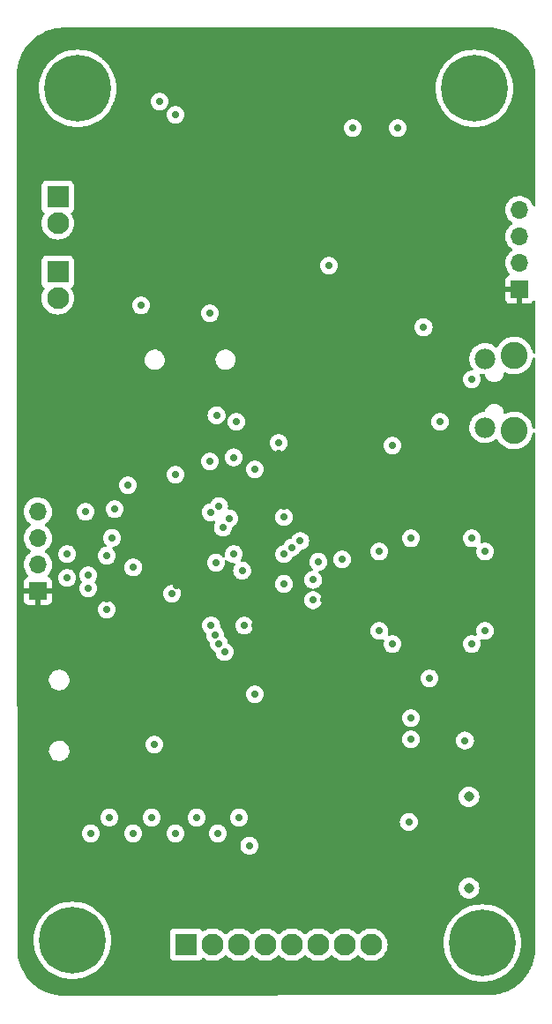
<source format=gbr>
%TF.GenerationSoftware,KiCad,Pcbnew,6.0.11-2627ca5db0~126~ubuntu22.04.1*%
%TF.CreationDate,2023-03-24T18:23:20-04:00*%
%TF.ProjectId,Io,496f2e6b-6963-4616-945f-706362585858,rev?*%
%TF.SameCoordinates,Original*%
%TF.FileFunction,Copper,L3,Inr*%
%TF.FilePolarity,Positive*%
%FSLAX46Y46*%
G04 Gerber Fmt 4.6, Leading zero omitted, Abs format (unit mm)*
G04 Created by KiCad (PCBNEW 6.0.11-2627ca5db0~126~ubuntu22.04.1) date 2023-03-24 18:23:20*
%MOMM*%
%LPD*%
G01*
G04 APERTURE LIST*
%TA.AperFunction,ComponentPad*%
%ADD10C,6.400000*%
%TD*%
%TA.AperFunction,ComponentPad*%
%ADD11C,2.100000*%
%TD*%
%TA.AperFunction,ComponentPad*%
%ADD12R,2.100000X2.100000*%
%TD*%
%TA.AperFunction,ComponentPad*%
%ADD13R,1.700000X1.700000*%
%TD*%
%TA.AperFunction,ComponentPad*%
%ADD14O,1.700000X1.700000*%
%TD*%
%TA.AperFunction,ComponentPad*%
%ADD15C,2.586000*%
%TD*%
%TA.AperFunction,ComponentPad*%
%ADD16C,1.969000*%
%TD*%
%TA.AperFunction,ComponentPad*%
%ADD17C,0.970000*%
%TD*%
%TA.AperFunction,ViaPad*%
%ADD18C,0.700000*%
%TD*%
G04 APERTURE END LIST*
D10*
%TO.N,GND*%
%TO.C,H3*%
X172212000Y-146812000D03*
%TD*%
%TO.N,GND*%
%TO.C,H4*%
X132842000Y-146558000D03*
%TD*%
%TO.N,GND*%
%TO.C,H1*%
X133350000Y-64770000D03*
%TD*%
%TO.N,GND*%
%TO.C,H2*%
X171450000Y-64770000D03*
%TD*%
D11*
%TO.N,ARM*%
%TO.C,J2*%
X161544000Y-146963500D03*
%TO.N,PYRO4_SW*%
X159004000Y-146963500D03*
%TO.N,ARM*%
X156464000Y-146963500D03*
%TO.N,PYRO3_SW*%
X153924000Y-146963500D03*
%TO.N,ARM*%
X151384000Y-146963500D03*
%TO.N,PYRO2_SW*%
X148844000Y-146963500D03*
%TO.N,ARM*%
X146304000Y-146963500D03*
D12*
%TO.N,PYRO1_SW*%
X143764000Y-146963500D03*
%TD*%
D13*
%TO.N,+3.3V*%
%TO.C,J1*%
X129540000Y-113020000D03*
D14*
%TO.N,I2C3_SDA*%
X129540000Y-110480000D03*
%TO.N,I2C3_SCL*%
X129540000Y-107940000D03*
%TO.N,GND*%
X129540000Y-105400000D03*
%TD*%
D13*
%TO.N,+3.3V*%
%TO.C,J3*%
X175768000Y-84074000D03*
D14*
%TO.N,SWDIO*%
X175768000Y-81534000D03*
%TO.N,SWCLK*%
X175768000Y-78994000D03*
%TO.N,GND*%
X175768000Y-76454000D03*
%TD*%
D12*
%TO.N,ARM*%
%TO.C,J5*%
X131445000Y-75184000D03*
D11*
%TO.N,BATT*%
X131445000Y-77724000D03*
%TD*%
D12*
%TO.N,BATT*%
%TO.C,J4*%
X131445000Y-82380000D03*
D11*
%TO.N,GND*%
X131445000Y-84920000D03*
%TD*%
D15*
%TO.N,N/C*%
%TO.C,J7*%
X175260000Y-97610000D03*
X175260000Y-90410000D03*
D16*
X172460000Y-97310000D03*
X172460000Y-90710000D03*
%TD*%
D17*
%TO.N,GND*%
%TO.C,J8*%
X170925000Y-141540000D03*
X170925000Y-132780000D03*
%TD*%
D18*
%TO.N,ARM*%
X132334000Y-111760000D03*
X132334000Y-109474000D03*
%TO.N,GND*%
X148590000Y-96774000D03*
X162306000Y-109220000D03*
X156468000Y-110216000D03*
X134112000Y-105410000D03*
X141224000Y-66040000D03*
X171196000Y-107950000D03*
X140716000Y-127762000D03*
X136144000Y-114808000D03*
X165147000Y-135175000D03*
X146812000Y-136295500D03*
X162306000Y-116840000D03*
X165354000Y-107950000D03*
X149835000Y-137454750D03*
X136144000Y-109630500D03*
X158750000Y-109982000D03*
X138684000Y-136295500D03*
X142748000Y-136295500D03*
X163576000Y-118110000D03*
X171196000Y-92710000D03*
X172466000Y-116840000D03*
X149352000Y-116332000D03*
X164084000Y-68580000D03*
X142421500Y-113284000D03*
X152654000Y-98806000D03*
X134366000Y-111506000D03*
X163576000Y-99060000D03*
X157480000Y-81788000D03*
X134366000Y-112776000D03*
X142748000Y-101854000D03*
X155960000Y-113899000D03*
X139446000Y-85598000D03*
X172466000Y-109220000D03*
X153162000Y-105918000D03*
X136647496Y-107916732D03*
X138176000Y-102870000D03*
X150368000Y-101346000D03*
X138697875Y-110747301D03*
X146050000Y-86360000D03*
X134620000Y-136295500D03*
X142748000Y-67310000D03*
X170544000Y-127364000D03*
X136906000Y-105156000D03*
X146685000Y-96139000D03*
X159766000Y-68580000D03*
X150368000Y-122936000D03*
X171196000Y-118110000D03*
%TO.N,+3.3V*%
X138684000Y-105156000D03*
X141478000Y-101854000D03*
X148844000Y-98806000D03*
X169164000Y-107950000D03*
X136144000Y-113792000D03*
X140716000Y-125730000D03*
X141605000Y-96139000D03*
X150368000Y-116332000D03*
X172466000Y-114808000D03*
X142803910Y-112469834D03*
X153162000Y-104902000D03*
X156464000Y-104140000D03*
X152654000Y-99822000D03*
X151384000Y-97028000D03*
X165497000Y-129175000D03*
X165862000Y-70866000D03*
X156976000Y-113899000D03*
%TO.N,VBUS*%
X166562595Y-87691405D03*
X168148000Y-96774000D03*
%TO.N,SPI2_SCK*%
X153162000Y-112340500D03*
X155960000Y-111941998D03*
%TO.N,PYRO1*%
X146170500Y-116332000D03*
X136398000Y-134750500D03*
%TO.N,PYRO2*%
X140462000Y-134771500D03*
X146537500Y-117218007D03*
%TO.N,PYRO3*%
X146921500Y-118065858D03*
X144780000Y-134771500D03*
%TO.N,PYRO4*%
X148844000Y-134771500D03*
X147457500Y-118872000D03*
%TO.N,SDMMC_DET*%
X149142196Y-111060067D03*
%TO.N,SDMMC_D0*%
X146624411Y-110302411D03*
%TO.N,SDMMC_D1*%
X148336000Y-109474000D03*
%TO.N,RF_DIO0*%
X153162000Y-109474000D03*
X165354000Y-127254000D03*
%TO.N,RF_DIO1*%
X165354000Y-125222000D03*
X153924000Y-108849500D03*
%TO.N,RF_DIO5*%
X154724081Y-108225000D03*
X167132000Y-121412000D03*
%TO.N,SDMMC_D2*%
X147297000Y-106934000D03*
%TO.N,SDMMC_D3*%
X147921500Y-106047401D03*
%TO.N,SDMMC_CLK*%
X146116411Y-105476411D03*
%TO.N,SDMMC_CMD*%
X146921500Y-104882000D03*
%TO.N,I2C1_SDA*%
X146050000Y-100584000D03*
X148336000Y-100192500D03*
%TD*%
%TA.AperFunction,Conductor*%
%TO.N,+3.3V*%
G36*
X172690075Y-58930009D02*
G01*
X172704850Y-58932310D01*
X172704856Y-58932310D01*
X172713724Y-58933691D01*
X172734183Y-58931016D01*
X172756008Y-58930072D01*
X173112937Y-58945656D01*
X173123886Y-58946614D01*
X173508379Y-58997233D01*
X173519205Y-58999142D01*
X173897822Y-59083080D01*
X173908439Y-59085925D01*
X174078702Y-59139608D01*
X174278302Y-59202542D01*
X174288615Y-59206295D01*
X174646932Y-59354715D01*
X174656876Y-59359353D01*
X175000867Y-59538423D01*
X175010387Y-59543919D01*
X175337468Y-59752292D01*
X175346472Y-59758597D01*
X175654138Y-59994678D01*
X175662558Y-60001743D01*
X175856954Y-60179873D01*
X175948483Y-60263744D01*
X175956256Y-60271517D01*
X176218257Y-60557442D01*
X176225322Y-60565862D01*
X176461403Y-60873528D01*
X176467708Y-60882532D01*
X176676081Y-61209613D01*
X176681576Y-61219132D01*
X176856802Y-61555736D01*
X176860643Y-61563115D01*
X176865285Y-61573068D01*
X176997296Y-61891770D01*
X177013702Y-61931377D01*
X177017458Y-61941698D01*
X177080392Y-62141298D01*
X177134075Y-62311561D01*
X177136920Y-62322178D01*
X177220858Y-62700795D01*
X177222767Y-62711621D01*
X177273386Y-63096114D01*
X177274344Y-63107063D01*
X177281002Y-63259547D01*
X177289603Y-63456552D01*
X177288223Y-63481429D01*
X177286309Y-63493724D01*
X177287473Y-63502626D01*
X177287473Y-63502628D01*
X177290436Y-63525283D01*
X177291500Y-63541621D01*
X177291500Y-75944956D01*
X177271498Y-76013077D01*
X177217842Y-76059570D01*
X177147568Y-76069674D01*
X177082988Y-76040180D01*
X177049951Y-75995199D01*
X176971419Y-75814590D01*
X176969354Y-75809840D01*
X176848014Y-75622277D01*
X176697670Y-75457051D01*
X176693619Y-75453852D01*
X176693615Y-75453848D01*
X176526414Y-75321800D01*
X176526410Y-75321798D01*
X176522359Y-75318598D01*
X176326789Y-75210638D01*
X176321920Y-75208914D01*
X176321916Y-75208912D01*
X176121087Y-75137795D01*
X176121083Y-75137794D01*
X176116212Y-75136069D01*
X176111119Y-75135162D01*
X176111116Y-75135161D01*
X175901373Y-75097800D01*
X175901367Y-75097799D01*
X175896284Y-75096894D01*
X175822452Y-75095992D01*
X175678081Y-75094228D01*
X175678079Y-75094228D01*
X175672911Y-75094165D01*
X175452091Y-75127955D01*
X175239756Y-75197357D01*
X175041607Y-75300507D01*
X175037474Y-75303610D01*
X175037471Y-75303612D01*
X175013247Y-75321800D01*
X174862965Y-75434635D01*
X174708629Y-75596138D01*
X174582743Y-75780680D01*
X174488688Y-75983305D01*
X174428989Y-76198570D01*
X174405251Y-76420695D01*
X174405548Y-76425848D01*
X174405548Y-76425851D01*
X174415742Y-76602640D01*
X174418110Y-76643715D01*
X174419247Y-76648761D01*
X174419248Y-76648767D01*
X174427327Y-76684615D01*
X174467222Y-76861639D01*
X174551266Y-77068616D01*
X174667987Y-77259088D01*
X174814250Y-77427938D01*
X174986126Y-77570632D01*
X175056595Y-77611811D01*
X175059445Y-77613476D01*
X175108169Y-77665114D01*
X175121240Y-77734897D01*
X175094509Y-77800669D01*
X175054055Y-77834027D01*
X175041607Y-77840507D01*
X175037474Y-77843610D01*
X175037471Y-77843612D01*
X174871060Y-77968557D01*
X174862965Y-77974635D01*
X174708629Y-78136138D01*
X174582743Y-78320680D01*
X174488688Y-78523305D01*
X174428989Y-78738570D01*
X174405251Y-78960695D01*
X174405548Y-78965848D01*
X174405548Y-78965851D01*
X174407018Y-78991342D01*
X174418110Y-79183715D01*
X174419247Y-79188761D01*
X174419248Y-79188767D01*
X174443304Y-79295508D01*
X174467222Y-79401639D01*
X174551266Y-79608616D01*
X174667987Y-79799088D01*
X174814250Y-79967938D01*
X174986126Y-80110632D01*
X175056595Y-80151811D01*
X175059445Y-80153476D01*
X175108169Y-80205114D01*
X175121240Y-80274897D01*
X175094509Y-80340669D01*
X175054055Y-80374027D01*
X175041607Y-80380507D01*
X175037474Y-80383610D01*
X175037471Y-80383612D01*
X175013247Y-80401800D01*
X174862965Y-80514635D01*
X174708629Y-80676138D01*
X174582743Y-80860680D01*
X174488688Y-81063305D01*
X174428989Y-81278570D01*
X174405251Y-81500695D01*
X174418110Y-81723715D01*
X174419247Y-81728761D01*
X174419248Y-81728767D01*
X174431118Y-81781435D01*
X174467222Y-81941639D01*
X174551266Y-82148616D01*
X174667987Y-82339088D01*
X174814250Y-82507938D01*
X174818225Y-82511238D01*
X174818231Y-82511244D01*
X174823425Y-82515556D01*
X174863059Y-82574460D01*
X174864555Y-82645441D01*
X174827439Y-82705962D01*
X174787168Y-82730480D01*
X174679946Y-82770676D01*
X174664351Y-82779214D01*
X174562276Y-82855715D01*
X174549715Y-82868276D01*
X174473214Y-82970351D01*
X174464676Y-82985946D01*
X174419522Y-83106394D01*
X174415895Y-83121649D01*
X174410369Y-83172514D01*
X174410000Y-83179328D01*
X174410000Y-83801885D01*
X174414475Y-83817124D01*
X174415865Y-83818329D01*
X174423548Y-83820000D01*
X175896000Y-83820000D01*
X175964121Y-83840002D01*
X176010614Y-83893658D01*
X176022000Y-83946000D01*
X176022000Y-85413884D01*
X176026475Y-85429123D01*
X176027865Y-85430328D01*
X176035548Y-85431999D01*
X176662669Y-85431999D01*
X176669490Y-85431629D01*
X176720352Y-85426105D01*
X176735604Y-85422479D01*
X176856054Y-85377324D01*
X176871649Y-85368786D01*
X176973724Y-85292285D01*
X176986285Y-85279724D01*
X177064674Y-85175130D01*
X177121533Y-85132615D01*
X177192352Y-85127589D01*
X177254645Y-85161649D01*
X177288635Y-85223980D01*
X177291500Y-85250695D01*
X177291500Y-90097042D01*
X177271498Y-90165163D01*
X177217842Y-90211656D01*
X177147568Y-90221760D01*
X177082988Y-90192266D01*
X177044604Y-90132540D01*
X177042607Y-90124850D01*
X176995700Y-89917556D01*
X176987613Y-89881816D01*
X176980352Y-89863144D01*
X176892259Y-89636613D01*
X176892258Y-89636611D01*
X176890566Y-89632260D01*
X176880328Y-89614347D01*
X176760018Y-89403847D01*
X176760016Y-89403845D01*
X176757699Y-89399790D01*
X176591929Y-89189512D01*
X176396899Y-89006046D01*
X176176894Y-88853423D01*
X176129306Y-88829955D01*
X175940934Y-88737060D01*
X175940931Y-88737059D01*
X175936746Y-88734995D01*
X175889318Y-88719813D01*
X175835930Y-88702724D01*
X175681731Y-88653364D01*
X175677124Y-88652614D01*
X175677121Y-88652613D01*
X175422062Y-88611074D01*
X175422063Y-88611074D01*
X175417451Y-88610323D01*
X175287740Y-88608625D01*
X175154390Y-88606880D01*
X175154387Y-88606880D01*
X175149713Y-88606819D01*
X174884397Y-88642926D01*
X174879907Y-88644235D01*
X174879901Y-88644236D01*
X174631826Y-88716544D01*
X174631821Y-88716546D01*
X174627333Y-88717854D01*
X174623086Y-88719812D01*
X174623083Y-88719813D01*
X174593238Y-88733572D01*
X174384167Y-88829955D01*
X174331907Y-88864218D01*
X174164154Y-88974201D01*
X174164149Y-88974205D01*
X174160241Y-88976767D01*
X173960476Y-89155064D01*
X173789259Y-89360930D01*
X173737993Y-89445414D01*
X173659612Y-89574582D01*
X173607173Y-89622442D01*
X173537182Y-89634354D01*
X173473801Y-89608098D01*
X173293103Y-89465392D01*
X173289045Y-89462187D01*
X173074113Y-89343537D01*
X172948840Y-89299176D01*
X172847563Y-89263311D01*
X172847559Y-89263310D01*
X172842688Y-89261585D01*
X172837598Y-89260678D01*
X172837593Y-89260677D01*
X172706231Y-89237279D01*
X172600985Y-89218532D01*
X172508259Y-89217399D01*
X172360667Y-89215595D01*
X172360665Y-89215595D01*
X172355497Y-89215532D01*
X172112815Y-89252668D01*
X171998113Y-89290158D01*
X171884374Y-89327333D01*
X171884368Y-89327336D01*
X171879456Y-89328941D01*
X171874870Y-89331328D01*
X171874866Y-89331330D01*
X171666282Y-89439913D01*
X171661689Y-89442304D01*
X171465361Y-89589711D01*
X171295744Y-89767204D01*
X171157395Y-89970017D01*
X171155222Y-89974699D01*
X171155220Y-89974702D01*
X171066812Y-90165163D01*
X171054028Y-90192703D01*
X170988419Y-90429281D01*
X170962330Y-90673398D01*
X170962627Y-90678550D01*
X170962627Y-90678554D01*
X170963276Y-90689810D01*
X170976463Y-90918498D01*
X170977598Y-90923535D01*
X170977599Y-90923541D01*
X171006231Y-91050591D01*
X171030436Y-91157998D01*
X171032380Y-91162784D01*
X171032381Y-91162789D01*
X171120858Y-91380680D01*
X171122802Y-91385467D01*
X171251079Y-91594796D01*
X171254460Y-91598699D01*
X171292837Y-91643003D01*
X171322319Y-91707588D01*
X171312204Y-91777861D01*
X171265703Y-91831509D01*
X171197599Y-91851500D01*
X171105768Y-91851500D01*
X171099315Y-91852872D01*
X171099311Y-91852872D01*
X171025732Y-91868512D01*
X170929248Y-91889020D01*
X170923219Y-91891704D01*
X170923217Y-91891705D01*
X170770416Y-91959737D01*
X170770414Y-91959738D01*
X170764386Y-91962422D01*
X170759045Y-91966302D01*
X170759044Y-91966303D01*
X170623731Y-92064613D01*
X170623729Y-92064615D01*
X170618387Y-92068496D01*
X170613966Y-92073406D01*
X170613965Y-92073407D01*
X170511857Y-92186810D01*
X170497633Y-92202607D01*
X170407401Y-92358893D01*
X170351635Y-92530525D01*
X170332771Y-92710000D01*
X170351635Y-92889475D01*
X170407401Y-93061107D01*
X170497633Y-93217393D01*
X170618387Y-93351504D01*
X170764385Y-93457578D01*
X170770413Y-93460262D01*
X170770415Y-93460263D01*
X170923217Y-93528295D01*
X170929248Y-93530980D01*
X171017508Y-93549740D01*
X171099311Y-93567128D01*
X171099315Y-93567128D01*
X171105768Y-93568500D01*
X171286232Y-93568500D01*
X171292685Y-93567128D01*
X171292689Y-93567128D01*
X171374492Y-93549740D01*
X171462752Y-93530980D01*
X171468783Y-93528295D01*
X171621585Y-93460263D01*
X171621587Y-93460262D01*
X171627615Y-93457578D01*
X171773613Y-93351504D01*
X171894367Y-93217393D01*
X171984599Y-93061107D01*
X172040365Y-92889475D01*
X172059229Y-92710000D01*
X172040365Y-92530525D01*
X171984599Y-92358893D01*
X171979259Y-92349644D01*
X171978701Y-92347344D01*
X171978611Y-92347142D01*
X171978648Y-92347126D01*
X171962519Y-92280649D01*
X171985737Y-92213557D01*
X172041543Y-92169668D01*
X172113496Y-92163171D01*
X172277538Y-92196546D01*
X172277542Y-92196546D01*
X172282617Y-92197579D01*
X172287791Y-92197769D01*
X172287793Y-92197769D01*
X172332050Y-92199392D01*
X172363644Y-92200550D01*
X172430986Y-92223034D01*
X172475482Y-92278358D01*
X172482273Y-92300267D01*
X172489831Y-92335824D01*
X172489834Y-92335833D01*
X172491206Y-92342288D01*
X172568882Y-92516752D01*
X172681134Y-92671253D01*
X172823056Y-92799040D01*
X172923990Y-92857314D01*
X172979694Y-92889475D01*
X172988444Y-92894527D01*
X173170072Y-92953542D01*
X173176633Y-92954232D01*
X173176635Y-92954232D01*
X173229889Y-92959829D01*
X173312390Y-92968500D01*
X173407610Y-92968500D01*
X173490111Y-92959829D01*
X173543365Y-92954232D01*
X173543367Y-92954232D01*
X173549928Y-92953542D01*
X173731556Y-92894527D01*
X173740307Y-92889475D01*
X173796010Y-92857314D01*
X173896944Y-92799040D01*
X174038866Y-92671253D01*
X174151118Y-92516752D01*
X174228794Y-92342288D01*
X174248647Y-92248888D01*
X174267128Y-92161944D01*
X174267128Y-92161939D01*
X174268500Y-92155487D01*
X174268500Y-92132729D01*
X174288502Y-92064608D01*
X174342158Y-92018115D01*
X174412432Y-92008011D01*
X174453168Y-92021221D01*
X174528872Y-92061051D01*
X174539639Y-92066716D01*
X174681575Y-92116282D01*
X174774934Y-92148884D01*
X174792430Y-92154994D01*
X174797023Y-92155866D01*
X175050904Y-92204067D01*
X175050907Y-92204067D01*
X175055493Y-92204938D01*
X175182630Y-92209933D01*
X175318380Y-92215267D01*
X175318385Y-92215267D01*
X175323048Y-92215450D01*
X175426987Y-92204067D01*
X175584565Y-92186810D01*
X175584571Y-92186809D01*
X175589218Y-92186300D01*
X175593742Y-92185109D01*
X175843632Y-92119319D01*
X175843634Y-92119318D01*
X175848155Y-92118128D01*
X176094172Y-92012430D01*
X176215765Y-91937186D01*
X176317891Y-91873989D01*
X176317895Y-91873986D01*
X176321864Y-91871530D01*
X176469135Y-91746856D01*
X176522662Y-91701542D01*
X176522663Y-91701541D01*
X176526228Y-91698523D01*
X176575494Y-91642346D01*
X176699694Y-91500725D01*
X176699698Y-91500720D01*
X176702776Y-91497210D01*
X176773397Y-91387418D01*
X176845100Y-91275942D01*
X176847628Y-91272012D01*
X176957603Y-91027877D01*
X177030284Y-90770168D01*
X177040507Y-90689810D01*
X177068947Y-90624759D01*
X177128041Y-90585409D01*
X177199028Y-90584255D01*
X177259370Y-90621662D01*
X177289909Y-90685755D01*
X177291500Y-90705712D01*
X177291500Y-97297042D01*
X177271498Y-97365163D01*
X177217842Y-97411656D01*
X177147568Y-97421760D01*
X177082988Y-97392266D01*
X177044604Y-97332540D01*
X177042607Y-97324850D01*
X176988644Y-97086373D01*
X176987613Y-97081816D01*
X176967183Y-97029281D01*
X176892259Y-96836613D01*
X176892258Y-96836611D01*
X176890566Y-96832260D01*
X176870811Y-96797695D01*
X176760018Y-96603847D01*
X176760016Y-96603845D01*
X176757699Y-96599790D01*
X176591929Y-96389512D01*
X176396899Y-96206046D01*
X176176894Y-96053423D01*
X176172701Y-96051355D01*
X175940934Y-95937060D01*
X175940931Y-95937059D01*
X175936746Y-95934995D01*
X175917834Y-95928941D01*
X175716560Y-95864513D01*
X175681731Y-95853364D01*
X175677124Y-95852614D01*
X175677121Y-95852613D01*
X175422062Y-95811074D01*
X175422063Y-95811074D01*
X175417451Y-95810323D01*
X175287740Y-95808625D01*
X175154390Y-95806880D01*
X175154387Y-95806880D01*
X175149713Y-95806819D01*
X174884397Y-95842926D01*
X174879907Y-95844235D01*
X174879901Y-95844236D01*
X174631826Y-95916544D01*
X174631821Y-95916546D01*
X174627333Y-95917854D01*
X174623086Y-95919812D01*
X174623083Y-95919813D01*
X174447251Y-96000873D01*
X174377014Y-96011228D01*
X174312328Y-95981965D01*
X174273731Y-95922377D01*
X174268500Y-95886447D01*
X174268500Y-95864513D01*
X174266434Y-95854789D01*
X174230166Y-95684169D01*
X174228794Y-95677712D01*
X174151118Y-95503248D01*
X174038866Y-95348747D01*
X174004740Y-95318020D01*
X173901852Y-95225379D01*
X173901851Y-95225378D01*
X173896944Y-95220960D01*
X173731556Y-95125473D01*
X173549928Y-95066458D01*
X173543367Y-95065768D01*
X173543365Y-95065768D01*
X173490111Y-95060171D01*
X173407610Y-95051500D01*
X173312390Y-95051500D01*
X173229889Y-95060171D01*
X173176635Y-95065768D01*
X173176633Y-95065768D01*
X173170072Y-95066458D01*
X172988444Y-95125473D01*
X172823056Y-95220960D01*
X172818149Y-95225378D01*
X172818148Y-95225379D01*
X172715260Y-95318020D01*
X172681134Y-95348747D01*
X172568882Y-95503248D01*
X172491206Y-95677712D01*
X172489834Y-95684169D01*
X172483116Y-95715773D01*
X172449388Y-95778246D01*
X172387238Y-95812568D01*
X172365799Y-95814790D01*
X172365830Y-95815234D01*
X172360669Y-95815595D01*
X172355497Y-95815532D01*
X172112815Y-95852668D01*
X171998113Y-95890158D01*
X171884374Y-95927333D01*
X171884368Y-95927336D01*
X171879456Y-95928941D01*
X171874870Y-95931328D01*
X171874866Y-95931330D01*
X171666282Y-96039913D01*
X171661689Y-96042304D01*
X171657547Y-96045414D01*
X171541646Y-96132435D01*
X171465361Y-96189711D01*
X171295744Y-96367204D01*
X171157395Y-96570017D01*
X171155222Y-96574699D01*
X171155220Y-96574702D01*
X171059691Y-96780504D01*
X171054028Y-96792703D01*
X170988419Y-97029281D01*
X170962330Y-97273398D01*
X170976463Y-97518498D01*
X170977598Y-97523535D01*
X170977599Y-97523541D01*
X171029298Y-97752949D01*
X171030436Y-97757998D01*
X171032380Y-97762784D01*
X171032381Y-97762789D01*
X171118416Y-97974666D01*
X171122802Y-97985467D01*
X171251079Y-98194796D01*
X171411822Y-98380364D01*
X171600715Y-98537186D01*
X171812685Y-98661051D01*
X171817505Y-98662891D01*
X171817510Y-98662894D01*
X171931223Y-98706316D01*
X172042039Y-98748632D01*
X172047107Y-98749663D01*
X172047110Y-98749664D01*
X172166057Y-98773864D01*
X172282617Y-98797579D01*
X172287790Y-98797769D01*
X172287793Y-98797769D01*
X172522795Y-98806386D01*
X172522799Y-98806386D01*
X172527959Y-98806575D01*
X172533079Y-98805919D01*
X172533081Y-98805919D01*
X172645904Y-98791466D01*
X172771476Y-98775380D01*
X172776427Y-98773895D01*
X172776430Y-98773894D01*
X172871552Y-98745356D01*
X173006628Y-98704831D01*
X173030213Y-98693277D01*
X173222458Y-98599096D01*
X173227100Y-98596822D01*
X173231304Y-98593824D01*
X173231308Y-98593821D01*
X173396568Y-98475942D01*
X173426971Y-98454256D01*
X173457928Y-98423407D01*
X173464395Y-98416963D01*
X173526767Y-98383048D01*
X173597573Y-98388237D01*
X173654334Y-98430883D01*
X173664319Y-98446564D01*
X173736370Y-98580659D01*
X173739165Y-98584402D01*
X173739167Y-98584405D01*
X173893787Y-98791466D01*
X173893792Y-98791472D01*
X173896579Y-98795204D01*
X173899888Y-98798484D01*
X173899893Y-98798490D01*
X174081896Y-98978911D01*
X174086739Y-98983712D01*
X174090501Y-98986470D01*
X174090504Y-98986473D01*
X174209861Y-99073989D01*
X174302674Y-99142042D01*
X174306809Y-99144218D01*
X174306813Y-99144220D01*
X174342185Y-99162830D01*
X174539639Y-99266716D01*
X174792430Y-99354994D01*
X174797023Y-99355866D01*
X175050904Y-99404067D01*
X175050907Y-99404067D01*
X175055493Y-99404938D01*
X175182630Y-99409933D01*
X175318380Y-99415267D01*
X175318385Y-99415267D01*
X175323048Y-99415450D01*
X175426987Y-99404067D01*
X175584565Y-99386810D01*
X175584571Y-99386809D01*
X175589218Y-99386300D01*
X175593742Y-99385109D01*
X175843632Y-99319319D01*
X175843634Y-99319318D01*
X175848155Y-99318128D01*
X176094172Y-99212430D01*
X176212386Y-99139277D01*
X176317891Y-99073989D01*
X176317895Y-99073986D01*
X176321864Y-99071530D01*
X176526228Y-98898523D01*
X176607440Y-98805919D01*
X176699694Y-98700725D01*
X176699698Y-98700720D01*
X176702776Y-98697210D01*
X176847628Y-98472012D01*
X176957603Y-98227877D01*
X177030284Y-97970168D01*
X177040507Y-97889811D01*
X177068947Y-97824760D01*
X177128041Y-97785410D01*
X177199028Y-97784256D01*
X177259370Y-97821663D01*
X177289909Y-97885756D01*
X177291500Y-97905708D01*
X177291499Y-122591178D01*
X177291499Y-147267623D01*
X177289809Y-147288189D01*
X177286391Y-147308849D01*
X177287470Y-147317757D01*
X177287470Y-147317760D01*
X177288876Y-147329369D01*
X177289614Y-147351186D01*
X177270860Y-147705145D01*
X177269806Y-147716037D01*
X177247599Y-147873832D01*
X177219796Y-148071393D01*
X177216150Y-148097298D01*
X177214158Y-148108051D01*
X177202624Y-148158052D01*
X177127615Y-148483235D01*
X177124695Y-148493782D01*
X177005924Y-148860045D01*
X177002100Y-148870296D01*
X176950566Y-148992029D01*
X176851997Y-149224865D01*
X176847298Y-149234746D01*
X176802216Y-149319809D01*
X176666993Y-149574953D01*
X176661453Y-149584391D01*
X176452306Y-149907671D01*
X176445968Y-149916592D01*
X176418510Y-149951890D01*
X176232947Y-150190438D01*
X176209565Y-150220496D01*
X176202492Y-150228818D01*
X175940583Y-150511090D01*
X175932807Y-150518772D01*
X175647414Y-150777233D01*
X175638991Y-150784220D01*
X175332248Y-151016941D01*
X175323253Y-151023169D01*
X175245527Y-151072133D01*
X174997470Y-151228397D01*
X174987971Y-151233819D01*
X174887156Y-151285700D01*
X174645618Y-151409998D01*
X174635679Y-151414579D01*
X174279311Y-151560394D01*
X174269012Y-151564094D01*
X173901355Y-151678431D01*
X173890776Y-151681223D01*
X173628614Y-151738369D01*
X173514575Y-151763227D01*
X173503791Y-151765091D01*
X173121906Y-151814139D01*
X173111002Y-151815061D01*
X172764606Y-151829222D01*
X172739751Y-151827776D01*
X172735969Y-151827177D01*
X172735967Y-151827177D01*
X172727102Y-151825773D01*
X172694227Y-151829985D01*
X172678407Y-151831007D01*
X132128201Y-151891427D01*
X132108983Y-151889981D01*
X132084862Y-151886293D01*
X132075966Y-151887481D01*
X132075964Y-151887481D01*
X132064505Y-151889011D01*
X132042627Y-151890013D01*
X131730465Y-151877118D01*
X131687792Y-151875355D01*
X131676741Y-151874409D01*
X131294381Y-151824666D01*
X131283466Y-151822754D01*
X130906955Y-151739567D01*
X130896241Y-151736700D01*
X130528509Y-151620714D01*
X130518086Y-151616914D01*
X130161994Y-151469035D01*
X130151954Y-151464338D01*
X129810238Y-151285700D01*
X129800643Y-151280132D01*
X129475973Y-151072133D01*
X129466903Y-151065742D01*
X129161785Y-150829985D01*
X129153313Y-150822822D01*
X129051429Y-150728678D01*
X128870116Y-150561138D01*
X128862323Y-150553273D01*
X128624394Y-150291005D01*
X128603246Y-150267694D01*
X128596160Y-150259157D01*
X128466888Y-150088647D01*
X128363199Y-149951882D01*
X128356904Y-149942770D01*
X128151885Y-149616208D01*
X128146405Y-149606561D01*
X127999829Y-149319809D01*
X127970900Y-149263213D01*
X127966301Y-149253144D01*
X127821688Y-148895710D01*
X127817983Y-148885252D01*
X127708411Y-148526431D01*
X127705369Y-148516472D01*
X127702600Y-148505730D01*
X127622865Y-148128478D01*
X127621051Y-148117533D01*
X127574812Y-147734734D01*
X127573968Y-147723672D01*
X127562808Y-147376452D01*
X127564483Y-147351536D01*
X127565089Y-147347929D01*
X127566575Y-147339080D01*
X127562349Y-147303464D01*
X127561471Y-147288702D01*
X127561470Y-147285891D01*
X127561010Y-146558000D01*
X129128411Y-146558000D01*
X129148754Y-146946176D01*
X129149267Y-146949416D01*
X129149268Y-146949424D01*
X129177268Y-147126207D01*
X129209562Y-147330099D01*
X129310167Y-147705562D01*
X129449468Y-148068453D01*
X129450966Y-148071393D01*
X129609301Y-148382142D01*
X129625938Y-148414794D01*
X129627734Y-148417560D01*
X129627736Y-148417563D01*
X129792685Y-148671563D01*
X129837643Y-148740793D01*
X129839718Y-148743355D01*
X130045404Y-148997355D01*
X130082266Y-149042876D01*
X130357124Y-149317734D01*
X130659207Y-149562357D01*
X130985205Y-149774062D01*
X130988139Y-149775557D01*
X130988146Y-149775561D01*
X131325534Y-149947468D01*
X131331547Y-149950532D01*
X131694438Y-150089833D01*
X132069901Y-150190438D01*
X132259678Y-150220496D01*
X132450576Y-150250732D01*
X132450584Y-150250733D01*
X132453824Y-150251246D01*
X132842000Y-150271589D01*
X133230176Y-150251246D01*
X133233416Y-150250733D01*
X133233424Y-150250732D01*
X133424322Y-150220496D01*
X133614099Y-150190438D01*
X133989562Y-150089833D01*
X134352453Y-149950532D01*
X134358466Y-149947468D01*
X134695854Y-149775561D01*
X134695861Y-149775557D01*
X134698795Y-149774062D01*
X135024793Y-149562357D01*
X135326876Y-149317734D01*
X135601734Y-149042876D01*
X135638597Y-148997355D01*
X135844282Y-148743355D01*
X135846357Y-148740793D01*
X135891315Y-148671563D01*
X136056264Y-148417563D01*
X136056266Y-148417560D01*
X136058062Y-148414794D01*
X136074700Y-148382142D01*
X136233034Y-148071393D01*
X136234532Y-148068453D01*
X136237150Y-148061634D01*
X142205500Y-148061634D01*
X142212255Y-148123816D01*
X142263385Y-148260205D01*
X142350739Y-148376761D01*
X142467295Y-148464115D01*
X142603684Y-148515245D01*
X142665866Y-148522000D01*
X144862134Y-148522000D01*
X144924316Y-148515245D01*
X145060705Y-148464115D01*
X145177261Y-148376761D01*
X145250128Y-148279535D01*
X145306988Y-148237021D01*
X145377806Y-148231996D01*
X145416789Y-148247668D01*
X145594268Y-148356427D01*
X145728077Y-148411853D01*
X145816335Y-148448411D01*
X145816337Y-148448412D01*
X145820908Y-148450305D01*
X145855997Y-148458729D01*
X146054630Y-148506417D01*
X146054636Y-148506418D01*
X146059443Y-148507572D01*
X146304000Y-148526819D01*
X146548557Y-148507572D01*
X146553364Y-148506418D01*
X146553370Y-148506417D01*
X146752003Y-148458729D01*
X146787092Y-148450305D01*
X146791663Y-148448412D01*
X146791665Y-148448411D01*
X146879923Y-148411853D01*
X147013732Y-148356427D01*
X147191212Y-148247668D01*
X147218670Y-148230842D01*
X147218673Y-148230840D01*
X147222896Y-148228252D01*
X147339716Y-148128478D01*
X147405677Y-148072141D01*
X147409433Y-148068933D01*
X147478189Y-147988431D01*
X147537640Y-147949622D01*
X147608635Y-147949116D01*
X147669811Y-147988431D01*
X147738567Y-148068933D01*
X147742323Y-148072141D01*
X147808285Y-148128478D01*
X147925104Y-148228252D01*
X147929327Y-148230840D01*
X147929330Y-148230842D01*
X147956788Y-148247668D01*
X148134268Y-148356427D01*
X148268077Y-148411853D01*
X148356335Y-148448411D01*
X148356337Y-148448412D01*
X148360908Y-148450305D01*
X148395997Y-148458729D01*
X148594630Y-148506417D01*
X148594636Y-148506418D01*
X148599443Y-148507572D01*
X148844000Y-148526819D01*
X149088557Y-148507572D01*
X149093364Y-148506418D01*
X149093370Y-148506417D01*
X149292003Y-148458729D01*
X149327092Y-148450305D01*
X149331663Y-148448412D01*
X149331665Y-148448411D01*
X149419923Y-148411853D01*
X149553732Y-148356427D01*
X149731212Y-148247668D01*
X149758670Y-148230842D01*
X149758673Y-148230840D01*
X149762896Y-148228252D01*
X149879716Y-148128478D01*
X149945677Y-148072141D01*
X149949433Y-148068933D01*
X150018189Y-147988431D01*
X150077640Y-147949622D01*
X150148635Y-147949116D01*
X150209811Y-147988431D01*
X150278567Y-148068933D01*
X150282323Y-148072141D01*
X150348285Y-148128478D01*
X150465104Y-148228252D01*
X150469327Y-148230840D01*
X150469330Y-148230842D01*
X150496788Y-148247668D01*
X150674268Y-148356427D01*
X150808077Y-148411853D01*
X150896335Y-148448411D01*
X150896337Y-148448412D01*
X150900908Y-148450305D01*
X150935997Y-148458729D01*
X151134630Y-148506417D01*
X151134636Y-148506418D01*
X151139443Y-148507572D01*
X151384000Y-148526819D01*
X151628557Y-148507572D01*
X151633364Y-148506418D01*
X151633370Y-148506417D01*
X151832003Y-148458729D01*
X151867092Y-148450305D01*
X151871663Y-148448412D01*
X151871665Y-148448411D01*
X151959923Y-148411853D01*
X152093732Y-148356427D01*
X152271212Y-148247668D01*
X152298670Y-148230842D01*
X152298673Y-148230840D01*
X152302896Y-148228252D01*
X152419716Y-148128478D01*
X152485677Y-148072141D01*
X152489433Y-148068933D01*
X152558189Y-147988431D01*
X152617640Y-147949622D01*
X152688635Y-147949116D01*
X152749811Y-147988431D01*
X152818567Y-148068933D01*
X152822323Y-148072141D01*
X152888285Y-148128478D01*
X153005104Y-148228252D01*
X153009327Y-148230840D01*
X153009330Y-148230842D01*
X153036788Y-148247668D01*
X153214268Y-148356427D01*
X153348077Y-148411853D01*
X153436335Y-148448411D01*
X153436337Y-148448412D01*
X153440908Y-148450305D01*
X153475997Y-148458729D01*
X153674630Y-148506417D01*
X153674636Y-148506418D01*
X153679443Y-148507572D01*
X153924000Y-148526819D01*
X154168557Y-148507572D01*
X154173364Y-148506418D01*
X154173370Y-148506417D01*
X154372003Y-148458729D01*
X154407092Y-148450305D01*
X154411663Y-148448412D01*
X154411665Y-148448411D01*
X154499923Y-148411853D01*
X154633732Y-148356427D01*
X154811212Y-148247668D01*
X154838670Y-148230842D01*
X154838673Y-148230840D01*
X154842896Y-148228252D01*
X154959716Y-148128478D01*
X155025677Y-148072141D01*
X155029433Y-148068933D01*
X155098189Y-147988431D01*
X155157640Y-147949622D01*
X155228635Y-147949116D01*
X155289811Y-147988431D01*
X155358567Y-148068933D01*
X155362323Y-148072141D01*
X155428285Y-148128478D01*
X155545104Y-148228252D01*
X155549327Y-148230840D01*
X155549330Y-148230842D01*
X155576788Y-148247668D01*
X155754268Y-148356427D01*
X155888077Y-148411853D01*
X155976335Y-148448411D01*
X155976337Y-148448412D01*
X155980908Y-148450305D01*
X156015997Y-148458729D01*
X156214630Y-148506417D01*
X156214636Y-148506418D01*
X156219443Y-148507572D01*
X156464000Y-148526819D01*
X156708557Y-148507572D01*
X156713364Y-148506418D01*
X156713370Y-148506417D01*
X156912003Y-148458729D01*
X156947092Y-148450305D01*
X156951663Y-148448412D01*
X156951665Y-148448411D01*
X157039923Y-148411853D01*
X157173732Y-148356427D01*
X157351212Y-148247668D01*
X157378670Y-148230842D01*
X157378673Y-148230840D01*
X157382896Y-148228252D01*
X157499716Y-148128478D01*
X157565677Y-148072141D01*
X157569433Y-148068933D01*
X157638189Y-147988431D01*
X157697640Y-147949622D01*
X157768635Y-147949116D01*
X157829811Y-147988431D01*
X157898567Y-148068933D01*
X157902323Y-148072141D01*
X157968285Y-148128478D01*
X158085104Y-148228252D01*
X158089327Y-148230840D01*
X158089330Y-148230842D01*
X158116788Y-148247668D01*
X158294268Y-148356427D01*
X158428077Y-148411853D01*
X158516335Y-148448411D01*
X158516337Y-148448412D01*
X158520908Y-148450305D01*
X158555997Y-148458729D01*
X158754630Y-148506417D01*
X158754636Y-148506418D01*
X158759443Y-148507572D01*
X159004000Y-148526819D01*
X159248557Y-148507572D01*
X159253364Y-148506418D01*
X159253370Y-148506417D01*
X159452003Y-148458729D01*
X159487092Y-148450305D01*
X159491663Y-148448412D01*
X159491665Y-148448411D01*
X159579923Y-148411853D01*
X159713732Y-148356427D01*
X159891212Y-148247668D01*
X159918670Y-148230842D01*
X159918673Y-148230840D01*
X159922896Y-148228252D01*
X160039716Y-148128478D01*
X160105677Y-148072141D01*
X160109433Y-148068933D01*
X160178189Y-147988431D01*
X160237640Y-147949622D01*
X160308635Y-147949116D01*
X160369811Y-147988431D01*
X160438567Y-148068933D01*
X160442323Y-148072141D01*
X160508285Y-148128478D01*
X160625104Y-148228252D01*
X160629327Y-148230840D01*
X160629330Y-148230842D01*
X160656788Y-148247668D01*
X160834268Y-148356427D01*
X160968077Y-148411853D01*
X161056335Y-148448411D01*
X161056337Y-148448412D01*
X161060908Y-148450305D01*
X161095997Y-148458729D01*
X161294630Y-148506417D01*
X161294636Y-148506418D01*
X161299443Y-148507572D01*
X161544000Y-148526819D01*
X161788557Y-148507572D01*
X161793364Y-148506418D01*
X161793370Y-148506417D01*
X161992003Y-148458729D01*
X162027092Y-148450305D01*
X162031663Y-148448412D01*
X162031665Y-148448411D01*
X162119923Y-148411853D01*
X162253732Y-148356427D01*
X162431212Y-148247668D01*
X162458670Y-148230842D01*
X162458673Y-148230840D01*
X162462896Y-148228252D01*
X162579716Y-148128478D01*
X162645677Y-148072141D01*
X162649433Y-148068933D01*
X162718189Y-147988431D01*
X162805535Y-147886163D01*
X162805537Y-147886160D01*
X162808752Y-147882396D01*
X162936927Y-147673232D01*
X163030805Y-147446592D01*
X163058756Y-147330169D01*
X163086917Y-147212870D01*
X163086918Y-147212864D01*
X163088072Y-147208057D01*
X163107319Y-146963500D01*
X163095396Y-146812000D01*
X168498411Y-146812000D01*
X168518754Y-147200176D01*
X168519267Y-147203416D01*
X168519268Y-147203424D01*
X168537822Y-147320567D01*
X168579562Y-147584099D01*
X168680167Y-147959562D01*
X168819468Y-148322453D01*
X168820966Y-148325393D01*
X168921143Y-148522000D01*
X168995938Y-148668794D01*
X168997734Y-148671560D01*
X168997736Y-148671563D01*
X169040899Y-148738029D01*
X169207643Y-148994793D01*
X169249856Y-149046921D01*
X169401956Y-149234748D01*
X169452266Y-149296876D01*
X169727124Y-149571734D01*
X169729682Y-149573806D01*
X169729686Y-149573809D01*
X169878165Y-149694045D01*
X170029207Y-149816357D01*
X170031970Y-149818152D01*
X170031971Y-149818152D01*
X170169819Y-149907671D01*
X170355205Y-150028062D01*
X170358139Y-150029557D01*
X170358146Y-150029561D01*
X170476437Y-150089833D01*
X170701547Y-150204532D01*
X171064438Y-150343833D01*
X171439901Y-150444438D01*
X171643793Y-150476732D01*
X171820576Y-150504732D01*
X171820584Y-150504733D01*
X171823824Y-150505246D01*
X172212000Y-150525589D01*
X172600176Y-150505246D01*
X172603416Y-150504733D01*
X172603424Y-150504732D01*
X172780207Y-150476732D01*
X172984099Y-150444438D01*
X173359562Y-150343833D01*
X173722453Y-150204532D01*
X173947563Y-150089833D01*
X174065854Y-150029561D01*
X174065861Y-150029557D01*
X174068795Y-150028062D01*
X174254182Y-149907671D01*
X174392029Y-149818152D01*
X174392030Y-149818152D01*
X174394793Y-149816357D01*
X174545835Y-149694045D01*
X174694314Y-149573809D01*
X174694318Y-149573806D01*
X174696876Y-149571734D01*
X174971734Y-149296876D01*
X175022045Y-149234748D01*
X175174144Y-149046921D01*
X175216357Y-148994793D01*
X175383101Y-148738029D01*
X175426264Y-148671563D01*
X175426266Y-148671560D01*
X175428062Y-148668794D01*
X175502858Y-148522000D01*
X175603034Y-148325393D01*
X175604532Y-148322453D01*
X175743833Y-147959562D01*
X175844438Y-147584099D01*
X175886178Y-147320567D01*
X175904732Y-147203424D01*
X175904733Y-147203416D01*
X175905246Y-147200176D01*
X175925589Y-146812000D01*
X175905246Y-146423824D01*
X175844438Y-146039901D01*
X175743833Y-145664438D01*
X175604532Y-145301547D01*
X175476684Y-145050632D01*
X175429561Y-144958147D01*
X175429557Y-144958140D01*
X175428062Y-144955206D01*
X175263114Y-144701206D01*
X175218152Y-144631971D01*
X175218152Y-144631970D01*
X175216357Y-144629207D01*
X175010671Y-144375207D01*
X174973809Y-144329686D01*
X174973806Y-144329682D01*
X174971734Y-144327124D01*
X174696876Y-144052266D01*
X174394793Y-143807643D01*
X174068795Y-143595938D01*
X174065861Y-143594443D01*
X174065854Y-143594439D01*
X173725393Y-143420966D01*
X173722453Y-143419468D01*
X173359562Y-143280167D01*
X172984099Y-143179562D01*
X172780207Y-143147268D01*
X172603424Y-143119268D01*
X172603416Y-143119267D01*
X172600176Y-143118754D01*
X172212000Y-143098411D01*
X171823824Y-143118754D01*
X171820584Y-143119267D01*
X171820576Y-143119268D01*
X171643793Y-143147268D01*
X171439901Y-143179562D01*
X171064438Y-143280167D01*
X170701547Y-143419468D01*
X170698607Y-143420966D01*
X170358147Y-143594439D01*
X170358140Y-143594443D01*
X170355206Y-143595938D01*
X170029207Y-143807643D01*
X169727124Y-144052266D01*
X169452266Y-144327124D01*
X169450194Y-144329682D01*
X169450191Y-144329686D01*
X169413329Y-144375207D01*
X169207643Y-144629207D01*
X169205848Y-144631970D01*
X169205848Y-144631971D01*
X169160887Y-144701206D01*
X168995938Y-144955206D01*
X168994443Y-144958140D01*
X168994439Y-144958147D01*
X168947316Y-145050632D01*
X168819468Y-145301547D01*
X168680167Y-145664438D01*
X168579562Y-146039901D01*
X168518754Y-146423824D01*
X168498411Y-146812000D01*
X163095396Y-146812000D01*
X163088072Y-146718943D01*
X163030805Y-146480408D01*
X162936927Y-146253768D01*
X162808752Y-146044604D01*
X162804736Y-146039901D01*
X162652641Y-145861823D01*
X162649433Y-145858067D01*
X162576511Y-145795785D01*
X162466663Y-145701965D01*
X162466660Y-145701963D01*
X162462896Y-145698748D01*
X162458673Y-145696160D01*
X162458670Y-145696158D01*
X162379209Y-145647465D01*
X162253732Y-145570573D01*
X162109033Y-145510636D01*
X162031665Y-145478589D01*
X162031663Y-145478588D01*
X162027092Y-145476695D01*
X161944437Y-145456851D01*
X161793370Y-145420583D01*
X161793364Y-145420582D01*
X161788557Y-145419428D01*
X161544000Y-145400181D01*
X161299443Y-145419428D01*
X161294636Y-145420582D01*
X161294630Y-145420583D01*
X161143563Y-145456851D01*
X161060908Y-145476695D01*
X161056337Y-145478588D01*
X161056335Y-145478589D01*
X160978967Y-145510636D01*
X160834268Y-145570573D01*
X160708791Y-145647465D01*
X160629330Y-145696158D01*
X160629327Y-145696160D01*
X160625104Y-145698748D01*
X160621340Y-145701963D01*
X160621337Y-145701965D01*
X160511489Y-145795785D01*
X160438567Y-145858067D01*
X160435359Y-145861823D01*
X160369811Y-145938569D01*
X160310360Y-145977378D01*
X160239365Y-145977884D01*
X160178189Y-145938569D01*
X160112641Y-145861823D01*
X160109433Y-145858067D01*
X160036511Y-145795785D01*
X159926663Y-145701965D01*
X159926660Y-145701963D01*
X159922896Y-145698748D01*
X159918673Y-145696160D01*
X159918670Y-145696158D01*
X159839209Y-145647465D01*
X159713732Y-145570573D01*
X159569033Y-145510636D01*
X159491665Y-145478589D01*
X159491663Y-145478588D01*
X159487092Y-145476695D01*
X159404437Y-145456851D01*
X159253370Y-145420583D01*
X159253364Y-145420582D01*
X159248557Y-145419428D01*
X159004000Y-145400181D01*
X158759443Y-145419428D01*
X158754636Y-145420582D01*
X158754630Y-145420583D01*
X158603563Y-145456851D01*
X158520908Y-145476695D01*
X158516337Y-145478588D01*
X158516335Y-145478589D01*
X158438967Y-145510636D01*
X158294268Y-145570573D01*
X158168791Y-145647465D01*
X158089330Y-145696158D01*
X158089327Y-145696160D01*
X158085104Y-145698748D01*
X158081340Y-145701963D01*
X158081337Y-145701965D01*
X157971489Y-145795785D01*
X157898567Y-145858067D01*
X157895359Y-145861823D01*
X157829811Y-145938569D01*
X157770360Y-145977378D01*
X157699365Y-145977884D01*
X157638189Y-145938569D01*
X157572641Y-145861823D01*
X157569433Y-145858067D01*
X157496511Y-145795785D01*
X157386663Y-145701965D01*
X157386660Y-145701963D01*
X157382896Y-145698748D01*
X157378673Y-145696160D01*
X157378670Y-145696158D01*
X157299209Y-145647465D01*
X157173732Y-145570573D01*
X157029033Y-145510636D01*
X156951665Y-145478589D01*
X156951663Y-145478588D01*
X156947092Y-145476695D01*
X156864437Y-145456851D01*
X156713370Y-145420583D01*
X156713364Y-145420582D01*
X156708557Y-145419428D01*
X156464000Y-145400181D01*
X156219443Y-145419428D01*
X156214636Y-145420582D01*
X156214630Y-145420583D01*
X156063563Y-145456851D01*
X155980908Y-145476695D01*
X155976337Y-145478588D01*
X155976335Y-145478589D01*
X155898967Y-145510636D01*
X155754268Y-145570573D01*
X155628791Y-145647465D01*
X155549330Y-145696158D01*
X155549327Y-145696160D01*
X155545104Y-145698748D01*
X155541340Y-145701963D01*
X155541337Y-145701965D01*
X155431489Y-145795785D01*
X155358567Y-145858067D01*
X155355359Y-145861823D01*
X155289811Y-145938569D01*
X155230360Y-145977378D01*
X155159365Y-145977884D01*
X155098189Y-145938569D01*
X155032641Y-145861823D01*
X155029433Y-145858067D01*
X154956511Y-145795785D01*
X154846663Y-145701965D01*
X154846660Y-145701963D01*
X154842896Y-145698748D01*
X154838673Y-145696160D01*
X154838670Y-145696158D01*
X154759209Y-145647465D01*
X154633732Y-145570573D01*
X154489033Y-145510636D01*
X154411665Y-145478589D01*
X154411663Y-145478588D01*
X154407092Y-145476695D01*
X154324437Y-145456851D01*
X154173370Y-145420583D01*
X154173364Y-145420582D01*
X154168557Y-145419428D01*
X153924000Y-145400181D01*
X153679443Y-145419428D01*
X153674636Y-145420582D01*
X153674630Y-145420583D01*
X153523563Y-145456851D01*
X153440908Y-145476695D01*
X153436337Y-145478588D01*
X153436335Y-145478589D01*
X153358967Y-145510636D01*
X153214268Y-145570573D01*
X153088791Y-145647465D01*
X153009330Y-145696158D01*
X153009327Y-145696160D01*
X153005104Y-145698748D01*
X153001340Y-145701963D01*
X153001337Y-145701965D01*
X152891489Y-145795785D01*
X152818567Y-145858067D01*
X152815359Y-145861823D01*
X152749811Y-145938569D01*
X152690360Y-145977378D01*
X152619365Y-145977884D01*
X152558189Y-145938569D01*
X152492641Y-145861823D01*
X152489433Y-145858067D01*
X152416511Y-145795785D01*
X152306663Y-145701965D01*
X152306660Y-145701963D01*
X152302896Y-145698748D01*
X152298673Y-145696160D01*
X152298670Y-145696158D01*
X152219209Y-145647465D01*
X152093732Y-145570573D01*
X151949033Y-145510636D01*
X151871665Y-145478589D01*
X151871663Y-145478588D01*
X151867092Y-145476695D01*
X151784437Y-145456851D01*
X151633370Y-145420583D01*
X151633364Y-145420582D01*
X151628557Y-145419428D01*
X151384000Y-145400181D01*
X151139443Y-145419428D01*
X151134636Y-145420582D01*
X151134630Y-145420583D01*
X150983563Y-145456851D01*
X150900908Y-145476695D01*
X150896337Y-145478588D01*
X150896335Y-145478589D01*
X150818967Y-145510636D01*
X150674268Y-145570573D01*
X150548791Y-145647465D01*
X150469330Y-145696158D01*
X150469327Y-145696160D01*
X150465104Y-145698748D01*
X150461340Y-145701963D01*
X150461337Y-145701965D01*
X150351489Y-145795785D01*
X150278567Y-145858067D01*
X150275359Y-145861823D01*
X150209811Y-145938569D01*
X150150360Y-145977378D01*
X150079365Y-145977884D01*
X150018189Y-145938569D01*
X149952641Y-145861823D01*
X149949433Y-145858067D01*
X149876511Y-145795785D01*
X149766663Y-145701965D01*
X149766660Y-145701963D01*
X149762896Y-145698748D01*
X149758673Y-145696160D01*
X149758670Y-145696158D01*
X149679209Y-145647465D01*
X149553732Y-145570573D01*
X149409033Y-145510636D01*
X149331665Y-145478589D01*
X149331663Y-145478588D01*
X149327092Y-145476695D01*
X149244437Y-145456851D01*
X149093370Y-145420583D01*
X149093364Y-145420582D01*
X149088557Y-145419428D01*
X148844000Y-145400181D01*
X148599443Y-145419428D01*
X148594636Y-145420582D01*
X148594630Y-145420583D01*
X148443563Y-145456851D01*
X148360908Y-145476695D01*
X148356337Y-145478588D01*
X148356335Y-145478589D01*
X148278967Y-145510636D01*
X148134268Y-145570573D01*
X148008791Y-145647465D01*
X147929330Y-145696158D01*
X147929327Y-145696160D01*
X147925104Y-145698748D01*
X147921340Y-145701963D01*
X147921337Y-145701965D01*
X147811489Y-145795785D01*
X147738567Y-145858067D01*
X147735359Y-145861823D01*
X147669811Y-145938569D01*
X147610360Y-145977378D01*
X147539365Y-145977884D01*
X147478189Y-145938569D01*
X147412641Y-145861823D01*
X147409433Y-145858067D01*
X147336511Y-145795785D01*
X147226663Y-145701965D01*
X147226660Y-145701963D01*
X147222896Y-145698748D01*
X147218673Y-145696160D01*
X147218670Y-145696158D01*
X147139209Y-145647465D01*
X147013732Y-145570573D01*
X146869033Y-145510636D01*
X146791665Y-145478589D01*
X146791663Y-145478588D01*
X146787092Y-145476695D01*
X146704437Y-145456851D01*
X146553370Y-145420583D01*
X146553364Y-145420582D01*
X146548557Y-145419428D01*
X146304000Y-145400181D01*
X146059443Y-145419428D01*
X146054636Y-145420582D01*
X146054630Y-145420583D01*
X145903563Y-145456851D01*
X145820908Y-145476695D01*
X145816337Y-145478588D01*
X145816335Y-145478589D01*
X145738967Y-145510636D01*
X145594268Y-145570573D01*
X145468791Y-145647465D01*
X145416788Y-145679332D01*
X145348255Y-145697870D01*
X145280578Y-145676413D01*
X145250128Y-145647465D01*
X145244918Y-145640513D01*
X145177261Y-145550239D01*
X145060705Y-145462885D01*
X144924316Y-145411755D01*
X144862134Y-145405000D01*
X142665866Y-145405000D01*
X142603684Y-145411755D01*
X142467295Y-145462885D01*
X142350739Y-145550239D01*
X142263385Y-145666795D01*
X142212255Y-145803184D01*
X142205500Y-145865366D01*
X142205500Y-148061634D01*
X136237150Y-148061634D01*
X136373833Y-147705562D01*
X136474438Y-147330099D01*
X136506732Y-147126207D01*
X136534732Y-146949424D01*
X136534733Y-146949416D01*
X136535246Y-146946176D01*
X136555589Y-146558000D01*
X136535246Y-146169824D01*
X136474438Y-145785901D01*
X136373833Y-145410438D01*
X136234532Y-145047547D01*
X136058062Y-144701206D01*
X135846357Y-144375207D01*
X135601734Y-144073124D01*
X135326876Y-143798266D01*
X135024793Y-143553643D01*
X134698795Y-143341938D01*
X134695861Y-143340443D01*
X134695854Y-143340439D01*
X134355393Y-143166966D01*
X134352453Y-143165468D01*
X133989562Y-143026167D01*
X133614099Y-142925562D01*
X133410207Y-142893268D01*
X133233424Y-142865268D01*
X133233416Y-142865267D01*
X133230176Y-142864754D01*
X132842000Y-142844411D01*
X132453824Y-142864754D01*
X132450584Y-142865267D01*
X132450576Y-142865268D01*
X132273793Y-142893268D01*
X132069901Y-142925562D01*
X131694438Y-143026167D01*
X131331547Y-143165468D01*
X131328607Y-143166966D01*
X130988147Y-143340439D01*
X130988140Y-143340443D01*
X130985206Y-143341938D01*
X130982440Y-143343734D01*
X130982437Y-143343736D01*
X130863513Y-143420966D01*
X130659207Y-143553643D01*
X130357124Y-143798266D01*
X130082266Y-144073124D01*
X129837643Y-144375207D01*
X129625938Y-144701206D01*
X129449468Y-145047547D01*
X129310167Y-145410438D01*
X129209562Y-145785901D01*
X129148754Y-146169824D01*
X129128411Y-146558000D01*
X127561010Y-146558000D01*
X127557829Y-141526061D01*
X169926790Y-141526061D01*
X169943094Y-141720214D01*
X169996798Y-141907501D01*
X170085856Y-142080791D01*
X170089679Y-142085615D01*
X170089682Y-142085619D01*
X170113331Y-142115456D01*
X170206878Y-142233482D01*
X170211571Y-142237476D01*
X170211572Y-142237477D01*
X170236016Y-142258280D01*
X170355253Y-142359759D01*
X170525329Y-142454811D01*
X170531188Y-142456715D01*
X170531191Y-142456716D01*
X170565809Y-142467964D01*
X170710628Y-142515019D01*
X170716738Y-142515748D01*
X170716740Y-142515748D01*
X170782700Y-142523613D01*
X170904093Y-142538088D01*
X170910228Y-142537616D01*
X170910230Y-142537616D01*
X171092212Y-142523613D01*
X171092216Y-142523612D01*
X171098354Y-142523140D01*
X171286012Y-142470745D01*
X171291516Y-142467965D01*
X171291518Y-142467964D01*
X171454419Y-142385677D01*
X171454421Y-142385676D01*
X171459920Y-142382898D01*
X171613452Y-142262946D01*
X171740761Y-142115456D01*
X171836999Y-141946048D01*
X171898498Y-141761173D01*
X171902924Y-141726139D01*
X171922476Y-141571376D01*
X171922477Y-141571369D01*
X171922918Y-141567874D01*
X171923307Y-141540000D01*
X171904294Y-141346094D01*
X171902513Y-141340195D01*
X171902512Y-141340190D01*
X171849762Y-141165474D01*
X171847981Y-141159575D01*
X171756511Y-140987545D01*
X171752621Y-140982775D01*
X171752618Y-140982771D01*
X171690970Y-140907185D01*
X171633369Y-140836559D01*
X171483246Y-140712366D01*
X171311860Y-140619698D01*
X171125737Y-140562083D01*
X171119612Y-140561439D01*
X171119611Y-140561439D01*
X170938097Y-140542361D01*
X170938096Y-140542361D01*
X170931969Y-140541717D01*
X170852018Y-140548993D01*
X170744075Y-140558817D01*
X170744072Y-140558818D01*
X170737936Y-140559376D01*
X170732030Y-140561114D01*
X170732026Y-140561115D01*
X170594919Y-140601468D01*
X170551028Y-140614386D01*
X170545571Y-140617239D01*
X170545568Y-140617240D01*
X170535262Y-140622628D01*
X170378364Y-140704652D01*
X170226521Y-140826737D01*
X170222562Y-140831455D01*
X170222561Y-140831456D01*
X170105241Y-140971272D01*
X170101283Y-140975989D01*
X170007421Y-141146725D01*
X170005560Y-141152592D01*
X170005559Y-141152594D01*
X170001473Y-141165474D01*
X169948508Y-141332440D01*
X169926790Y-141526061D01*
X127557829Y-141526061D01*
X127555255Y-137454750D01*
X148971771Y-137454750D01*
X148990635Y-137634225D01*
X149046401Y-137805857D01*
X149136633Y-137962143D01*
X149257387Y-138096254D01*
X149403385Y-138202328D01*
X149409413Y-138205012D01*
X149409415Y-138205013D01*
X149562217Y-138273045D01*
X149568248Y-138275730D01*
X149656508Y-138294490D01*
X149738311Y-138311878D01*
X149738315Y-138311878D01*
X149744768Y-138313250D01*
X149925232Y-138313250D01*
X149931685Y-138311878D01*
X149931689Y-138311878D01*
X150013492Y-138294490D01*
X150101752Y-138275730D01*
X150107783Y-138273045D01*
X150260585Y-138205013D01*
X150260587Y-138205012D01*
X150266615Y-138202328D01*
X150412613Y-138096254D01*
X150533367Y-137962143D01*
X150623599Y-137805857D01*
X150679365Y-137634225D01*
X150698229Y-137454750D01*
X150679365Y-137275275D01*
X150623599Y-137103643D01*
X150533367Y-136947357D01*
X150527542Y-136940887D01*
X150417035Y-136818157D01*
X150417034Y-136818156D01*
X150412613Y-136813246D01*
X150398364Y-136802893D01*
X150271957Y-136711053D01*
X150271956Y-136711052D01*
X150266615Y-136707172D01*
X150260587Y-136704488D01*
X150260585Y-136704487D01*
X150107783Y-136636455D01*
X150107781Y-136636455D01*
X150101752Y-136633770D01*
X150013492Y-136615010D01*
X149931689Y-136597622D01*
X149931685Y-136597622D01*
X149925232Y-136596250D01*
X149744768Y-136596250D01*
X149738315Y-136597622D01*
X149738311Y-136597622D01*
X149656508Y-136615010D01*
X149568248Y-136633770D01*
X149562219Y-136636454D01*
X149562217Y-136636455D01*
X149409416Y-136704487D01*
X149409414Y-136704488D01*
X149403386Y-136707172D01*
X149398045Y-136711052D01*
X149398044Y-136711053D01*
X149262731Y-136809363D01*
X149262729Y-136809365D01*
X149257387Y-136813246D01*
X149252966Y-136818156D01*
X149252965Y-136818157D01*
X149142459Y-136940887D01*
X149136633Y-136947357D01*
X149046401Y-137103643D01*
X148990635Y-137275275D01*
X148971771Y-137454750D01*
X127555255Y-137454750D01*
X127554522Y-136295500D01*
X133756771Y-136295500D01*
X133775635Y-136474975D01*
X133831401Y-136646607D01*
X133921633Y-136802893D01*
X133926051Y-136807800D01*
X133926052Y-136807801D01*
X133930955Y-136813246D01*
X134042387Y-136937004D01*
X134047729Y-136940885D01*
X134047731Y-136940887D01*
X134183043Y-137039197D01*
X134188385Y-137043078D01*
X134194413Y-137045762D01*
X134194415Y-137045763D01*
X134338532Y-137109928D01*
X134353248Y-137116480D01*
X134441508Y-137135240D01*
X134523311Y-137152628D01*
X134523315Y-137152628D01*
X134529768Y-137154000D01*
X134710232Y-137154000D01*
X134716685Y-137152628D01*
X134716689Y-137152628D01*
X134798492Y-137135240D01*
X134886752Y-137116480D01*
X134901468Y-137109928D01*
X135045585Y-137045763D01*
X135045587Y-137045762D01*
X135051615Y-137043078D01*
X135056957Y-137039197D01*
X135192269Y-136940887D01*
X135192271Y-136940885D01*
X135197613Y-136937004D01*
X135309045Y-136813246D01*
X135313948Y-136807801D01*
X135313949Y-136807800D01*
X135318367Y-136802893D01*
X135408599Y-136646607D01*
X135464365Y-136474975D01*
X135483229Y-136295500D01*
X137820771Y-136295500D01*
X137839635Y-136474975D01*
X137895401Y-136646607D01*
X137985633Y-136802893D01*
X137990051Y-136807800D01*
X137990052Y-136807801D01*
X137994955Y-136813246D01*
X138106387Y-136937004D01*
X138111729Y-136940885D01*
X138111731Y-136940887D01*
X138247043Y-137039197D01*
X138252385Y-137043078D01*
X138258413Y-137045762D01*
X138258415Y-137045763D01*
X138402532Y-137109928D01*
X138417248Y-137116480D01*
X138505508Y-137135240D01*
X138587311Y-137152628D01*
X138587315Y-137152628D01*
X138593768Y-137154000D01*
X138774232Y-137154000D01*
X138780685Y-137152628D01*
X138780689Y-137152628D01*
X138862492Y-137135240D01*
X138950752Y-137116480D01*
X138965468Y-137109928D01*
X139109585Y-137045763D01*
X139109587Y-137045762D01*
X139115615Y-137043078D01*
X139120957Y-137039197D01*
X139256269Y-136940887D01*
X139256271Y-136940885D01*
X139261613Y-136937004D01*
X139373045Y-136813246D01*
X139377948Y-136807801D01*
X139377949Y-136807800D01*
X139382367Y-136802893D01*
X139472599Y-136646607D01*
X139528365Y-136474975D01*
X139547229Y-136295500D01*
X141884771Y-136295500D01*
X141903635Y-136474975D01*
X141959401Y-136646607D01*
X142049633Y-136802893D01*
X142054051Y-136807800D01*
X142054052Y-136807801D01*
X142058955Y-136813246D01*
X142170387Y-136937004D01*
X142175729Y-136940885D01*
X142175731Y-136940887D01*
X142311043Y-137039197D01*
X142316385Y-137043078D01*
X142322413Y-137045762D01*
X142322415Y-137045763D01*
X142466532Y-137109928D01*
X142481248Y-137116480D01*
X142569508Y-137135240D01*
X142651311Y-137152628D01*
X142651315Y-137152628D01*
X142657768Y-137154000D01*
X142838232Y-137154000D01*
X142844685Y-137152628D01*
X142844689Y-137152628D01*
X142926492Y-137135240D01*
X143014752Y-137116480D01*
X143029468Y-137109928D01*
X143173585Y-137045763D01*
X143173587Y-137045762D01*
X143179615Y-137043078D01*
X143184957Y-137039197D01*
X143320269Y-136940887D01*
X143320271Y-136940885D01*
X143325613Y-136937004D01*
X143437045Y-136813246D01*
X143441948Y-136807801D01*
X143441949Y-136807800D01*
X143446367Y-136802893D01*
X143536599Y-136646607D01*
X143592365Y-136474975D01*
X143611229Y-136295500D01*
X145948771Y-136295500D01*
X145967635Y-136474975D01*
X146023401Y-136646607D01*
X146113633Y-136802893D01*
X146118051Y-136807800D01*
X146118052Y-136807801D01*
X146122955Y-136813246D01*
X146234387Y-136937004D01*
X146239729Y-136940885D01*
X146239731Y-136940887D01*
X146375043Y-137039197D01*
X146380385Y-137043078D01*
X146386413Y-137045762D01*
X146386415Y-137045763D01*
X146530532Y-137109928D01*
X146545248Y-137116480D01*
X146633508Y-137135240D01*
X146715311Y-137152628D01*
X146715315Y-137152628D01*
X146721768Y-137154000D01*
X146902232Y-137154000D01*
X146908685Y-137152628D01*
X146908689Y-137152628D01*
X146990492Y-137135240D01*
X147078752Y-137116480D01*
X147093468Y-137109928D01*
X147237585Y-137045763D01*
X147237587Y-137045762D01*
X147243615Y-137043078D01*
X147248957Y-137039197D01*
X147384269Y-136940887D01*
X147384271Y-136940885D01*
X147389613Y-136937004D01*
X147501045Y-136813246D01*
X147505948Y-136807801D01*
X147505949Y-136807800D01*
X147510367Y-136802893D01*
X147600599Y-136646607D01*
X147656365Y-136474975D01*
X147675229Y-136295500D01*
X147656365Y-136116025D01*
X147600599Y-135944393D01*
X147510367Y-135788107D01*
X147389613Y-135653996D01*
X147356586Y-135630000D01*
X147248957Y-135551803D01*
X147248956Y-135551802D01*
X147243615Y-135547922D01*
X147237587Y-135545238D01*
X147237585Y-135545237D01*
X147084783Y-135477205D01*
X147084781Y-135477205D01*
X147078752Y-135474520D01*
X146990492Y-135455760D01*
X146908689Y-135438372D01*
X146908685Y-135438372D01*
X146902232Y-135437000D01*
X146721768Y-135437000D01*
X146715315Y-135438372D01*
X146715311Y-135438372D01*
X146633508Y-135455760D01*
X146545248Y-135474520D01*
X146539219Y-135477204D01*
X146539217Y-135477205D01*
X146386416Y-135545237D01*
X146386414Y-135545238D01*
X146380386Y-135547922D01*
X146375045Y-135551802D01*
X146375044Y-135551803D01*
X146239731Y-135650113D01*
X146239729Y-135650115D01*
X146234387Y-135653996D01*
X146113633Y-135788107D01*
X146023401Y-135944393D01*
X145967635Y-136116025D01*
X145948771Y-136295500D01*
X143611229Y-136295500D01*
X143592365Y-136116025D01*
X143536599Y-135944393D01*
X143446367Y-135788107D01*
X143325613Y-135653996D01*
X143292586Y-135630000D01*
X143184957Y-135551803D01*
X143184956Y-135551802D01*
X143179615Y-135547922D01*
X143173587Y-135545238D01*
X143173585Y-135545237D01*
X143020783Y-135477205D01*
X143020781Y-135477205D01*
X143014752Y-135474520D01*
X142926492Y-135455760D01*
X142844689Y-135438372D01*
X142844685Y-135438372D01*
X142838232Y-135437000D01*
X142657768Y-135437000D01*
X142651315Y-135438372D01*
X142651311Y-135438372D01*
X142569508Y-135455760D01*
X142481248Y-135474520D01*
X142475219Y-135477204D01*
X142475217Y-135477205D01*
X142322416Y-135545237D01*
X142322414Y-135545238D01*
X142316386Y-135547922D01*
X142311045Y-135551802D01*
X142311044Y-135551803D01*
X142175731Y-135650113D01*
X142175729Y-135650115D01*
X142170387Y-135653996D01*
X142049633Y-135788107D01*
X141959401Y-135944393D01*
X141903635Y-136116025D01*
X141884771Y-136295500D01*
X139547229Y-136295500D01*
X139528365Y-136116025D01*
X139472599Y-135944393D01*
X139382367Y-135788107D01*
X139261613Y-135653996D01*
X139228586Y-135630000D01*
X139120957Y-135551803D01*
X139120956Y-135551802D01*
X139115615Y-135547922D01*
X139109587Y-135545238D01*
X139109585Y-135545237D01*
X138956783Y-135477205D01*
X138956781Y-135477205D01*
X138950752Y-135474520D01*
X138862492Y-135455760D01*
X138780689Y-135438372D01*
X138780685Y-135438372D01*
X138774232Y-135437000D01*
X138593768Y-135437000D01*
X138587315Y-135438372D01*
X138587311Y-135438372D01*
X138505508Y-135455760D01*
X138417248Y-135474520D01*
X138411219Y-135477204D01*
X138411217Y-135477205D01*
X138258416Y-135545237D01*
X138258414Y-135545238D01*
X138252386Y-135547922D01*
X138247045Y-135551802D01*
X138247044Y-135551803D01*
X138111731Y-135650113D01*
X138111729Y-135650115D01*
X138106387Y-135653996D01*
X137985633Y-135788107D01*
X137895401Y-135944393D01*
X137839635Y-136116025D01*
X137820771Y-136295500D01*
X135483229Y-136295500D01*
X135464365Y-136116025D01*
X135408599Y-135944393D01*
X135318367Y-135788107D01*
X135197613Y-135653996D01*
X135164586Y-135630000D01*
X135056957Y-135551803D01*
X135056956Y-135551802D01*
X135051615Y-135547922D01*
X135045587Y-135545238D01*
X135045585Y-135545237D01*
X134892783Y-135477205D01*
X134892781Y-135477205D01*
X134886752Y-135474520D01*
X134798492Y-135455760D01*
X134716689Y-135438372D01*
X134716685Y-135438372D01*
X134710232Y-135437000D01*
X134529768Y-135437000D01*
X134523315Y-135438372D01*
X134523311Y-135438372D01*
X134441508Y-135455760D01*
X134353248Y-135474520D01*
X134347219Y-135477204D01*
X134347217Y-135477205D01*
X134194416Y-135545237D01*
X134194414Y-135545238D01*
X134188386Y-135547922D01*
X134183045Y-135551802D01*
X134183044Y-135551803D01*
X134047731Y-135650113D01*
X134047729Y-135650115D01*
X134042387Y-135653996D01*
X133921633Y-135788107D01*
X133831401Y-135944393D01*
X133775635Y-136116025D01*
X133756771Y-136295500D01*
X127554522Y-136295500D01*
X127553545Y-134750500D01*
X135534771Y-134750500D01*
X135553635Y-134929975D01*
X135609401Y-135101607D01*
X135612704Y-135107329D01*
X135612705Y-135107330D01*
X135644689Y-135162727D01*
X135699633Y-135257893D01*
X135704051Y-135262800D01*
X135704052Y-135262801D01*
X135786596Y-135354475D01*
X135820387Y-135392004D01*
X135825729Y-135395885D01*
X135825731Y-135395887D01*
X135884207Y-135438372D01*
X135966385Y-135498078D01*
X135972413Y-135500762D01*
X135972415Y-135500763D01*
X136125217Y-135568795D01*
X136131248Y-135571480D01*
X136217414Y-135589795D01*
X136301311Y-135607628D01*
X136301315Y-135607628D01*
X136307768Y-135609000D01*
X136488232Y-135609000D01*
X136494685Y-135607628D01*
X136494689Y-135607628D01*
X136578586Y-135589795D01*
X136664752Y-135571480D01*
X136670783Y-135568795D01*
X136823585Y-135500763D01*
X136823587Y-135500762D01*
X136829615Y-135498078D01*
X136911793Y-135438372D01*
X136970269Y-135395887D01*
X136970271Y-135395885D01*
X136975613Y-135392004D01*
X137009404Y-135354475D01*
X137091948Y-135262801D01*
X137091949Y-135262800D01*
X137096367Y-135257893D01*
X137151311Y-135162727D01*
X137183295Y-135107330D01*
X137183296Y-135107329D01*
X137186599Y-135101607D01*
X137242365Y-134929975D01*
X137259022Y-134771500D01*
X139598771Y-134771500D01*
X139617635Y-134950975D01*
X139673401Y-135122607D01*
X139676704Y-135128329D01*
X139676705Y-135128330D01*
X139708689Y-135183727D01*
X139763633Y-135278893D01*
X139768051Y-135283800D01*
X139768052Y-135283801D01*
X139868975Y-135395887D01*
X139884387Y-135413004D01*
X139889729Y-135416885D01*
X139889731Y-135416887D01*
X140025043Y-135515197D01*
X140030385Y-135519078D01*
X140036413Y-135521762D01*
X140036415Y-135521763D01*
X140189217Y-135589795D01*
X140195248Y-135592480D01*
X140283508Y-135611240D01*
X140365311Y-135628628D01*
X140365315Y-135628628D01*
X140371768Y-135630000D01*
X140552232Y-135630000D01*
X140558685Y-135628628D01*
X140558689Y-135628628D01*
X140640492Y-135611240D01*
X140728752Y-135592480D01*
X140734783Y-135589795D01*
X140887585Y-135521763D01*
X140887587Y-135521762D01*
X140893615Y-135519078D01*
X140898957Y-135515197D01*
X141034269Y-135416887D01*
X141034271Y-135416885D01*
X141039613Y-135413004D01*
X141055025Y-135395887D01*
X141155948Y-135283801D01*
X141155949Y-135283800D01*
X141160367Y-135278893D01*
X141215311Y-135183727D01*
X141247295Y-135128330D01*
X141247296Y-135128329D01*
X141250599Y-135122607D01*
X141306365Y-134950975D01*
X141325229Y-134771500D01*
X143916771Y-134771500D01*
X143935635Y-134950975D01*
X143991401Y-135122607D01*
X143994704Y-135128329D01*
X143994705Y-135128330D01*
X144026689Y-135183727D01*
X144081633Y-135278893D01*
X144086051Y-135283800D01*
X144086052Y-135283801D01*
X144186975Y-135395887D01*
X144202387Y-135413004D01*
X144207729Y-135416885D01*
X144207731Y-135416887D01*
X144343043Y-135515197D01*
X144348385Y-135519078D01*
X144354413Y-135521762D01*
X144354415Y-135521763D01*
X144507217Y-135589795D01*
X144513248Y-135592480D01*
X144601508Y-135611240D01*
X144683311Y-135628628D01*
X144683315Y-135628628D01*
X144689768Y-135630000D01*
X144870232Y-135630000D01*
X144876685Y-135628628D01*
X144876689Y-135628628D01*
X144958492Y-135611240D01*
X145046752Y-135592480D01*
X145052783Y-135589795D01*
X145205585Y-135521763D01*
X145205587Y-135521762D01*
X145211615Y-135519078D01*
X145216957Y-135515197D01*
X145352269Y-135416887D01*
X145352271Y-135416885D01*
X145357613Y-135413004D01*
X145373025Y-135395887D01*
X145473948Y-135283801D01*
X145473949Y-135283800D01*
X145478367Y-135278893D01*
X145533311Y-135183727D01*
X145565295Y-135128330D01*
X145565296Y-135128329D01*
X145568599Y-135122607D01*
X145624365Y-134950975D01*
X145643229Y-134771500D01*
X147980771Y-134771500D01*
X147999635Y-134950975D01*
X148055401Y-135122607D01*
X148058704Y-135128329D01*
X148058705Y-135128330D01*
X148090689Y-135183727D01*
X148145633Y-135278893D01*
X148150051Y-135283800D01*
X148150052Y-135283801D01*
X148250975Y-135395887D01*
X148266387Y-135413004D01*
X148271729Y-135416885D01*
X148271731Y-135416887D01*
X148407043Y-135515197D01*
X148412385Y-135519078D01*
X148418413Y-135521762D01*
X148418415Y-135521763D01*
X148571217Y-135589795D01*
X148577248Y-135592480D01*
X148665508Y-135611240D01*
X148747311Y-135628628D01*
X148747315Y-135628628D01*
X148753768Y-135630000D01*
X148934232Y-135630000D01*
X148940685Y-135628628D01*
X148940689Y-135628628D01*
X149022492Y-135611240D01*
X149110752Y-135592480D01*
X149116783Y-135589795D01*
X149269585Y-135521763D01*
X149269587Y-135521762D01*
X149275615Y-135519078D01*
X149280957Y-135515197D01*
X149416269Y-135416887D01*
X149416271Y-135416885D01*
X149421613Y-135413004D01*
X149437025Y-135395887D01*
X149537948Y-135283801D01*
X149537949Y-135283800D01*
X149542367Y-135278893D01*
X149597311Y-135183727D01*
X149602350Y-135175000D01*
X164283771Y-135175000D01*
X164302635Y-135354475D01*
X164358401Y-135526107D01*
X164448633Y-135682393D01*
X164569387Y-135816504D01*
X164715385Y-135922578D01*
X164721413Y-135925262D01*
X164721415Y-135925263D01*
X164751528Y-135938670D01*
X164880248Y-135995980D01*
X164968508Y-136014740D01*
X165050311Y-136032128D01*
X165050315Y-136032128D01*
X165056768Y-136033500D01*
X165237232Y-136033500D01*
X165243685Y-136032128D01*
X165243689Y-136032128D01*
X165325492Y-136014740D01*
X165413752Y-135995980D01*
X165542472Y-135938670D01*
X165572585Y-135925263D01*
X165572587Y-135925262D01*
X165578615Y-135922578D01*
X165724613Y-135816504D01*
X165845367Y-135682393D01*
X165935599Y-135526107D01*
X165991365Y-135354475D01*
X166010229Y-135175000D01*
X165991365Y-134995525D01*
X165935599Y-134823893D01*
X165901560Y-134764935D01*
X165848668Y-134673325D01*
X165845367Y-134667607D01*
X165764315Y-134577589D01*
X165729035Y-134538407D01*
X165729034Y-134538406D01*
X165724613Y-134533496D01*
X165578615Y-134427422D01*
X165572587Y-134424738D01*
X165572585Y-134424737D01*
X165419783Y-134356705D01*
X165419781Y-134356705D01*
X165413752Y-134354020D01*
X165325492Y-134335260D01*
X165243689Y-134317872D01*
X165243685Y-134317872D01*
X165237232Y-134316500D01*
X165056768Y-134316500D01*
X165050315Y-134317872D01*
X165050311Y-134317872D01*
X164968508Y-134335260D01*
X164880248Y-134354020D01*
X164874219Y-134356704D01*
X164874217Y-134356705D01*
X164721416Y-134424737D01*
X164721414Y-134424738D01*
X164715386Y-134427422D01*
X164710045Y-134431302D01*
X164710044Y-134431303D01*
X164574731Y-134529613D01*
X164574729Y-134529615D01*
X164569387Y-134533496D01*
X164564966Y-134538406D01*
X164564965Y-134538407D01*
X164529686Y-134577589D01*
X164448633Y-134667607D01*
X164445332Y-134673325D01*
X164392441Y-134764935D01*
X164358401Y-134823893D01*
X164302635Y-134995525D01*
X164283771Y-135175000D01*
X149602350Y-135175000D01*
X149629295Y-135128330D01*
X149629296Y-135128329D01*
X149632599Y-135122607D01*
X149688365Y-134950975D01*
X149707229Y-134771500D01*
X149688365Y-134592025D01*
X149632599Y-134420393D01*
X149617171Y-134393670D01*
X149545668Y-134269825D01*
X149542367Y-134264107D01*
X149519040Y-134238199D01*
X149426035Y-134134907D01*
X149426034Y-134134906D01*
X149421613Y-134129996D01*
X149399469Y-134113907D01*
X149280957Y-134027803D01*
X149280956Y-134027802D01*
X149275615Y-134023922D01*
X149269587Y-134021238D01*
X149269585Y-134021237D01*
X149116783Y-133953205D01*
X149116781Y-133953205D01*
X149110752Y-133950520D01*
X149022492Y-133931760D01*
X148940689Y-133914372D01*
X148940685Y-133914372D01*
X148934232Y-133913000D01*
X148753768Y-133913000D01*
X148747315Y-133914372D01*
X148747311Y-133914372D01*
X148665508Y-133931760D01*
X148577248Y-133950520D01*
X148571219Y-133953204D01*
X148571217Y-133953205D01*
X148418416Y-134021237D01*
X148418414Y-134021238D01*
X148412386Y-134023922D01*
X148407045Y-134027802D01*
X148407044Y-134027803D01*
X148271731Y-134126113D01*
X148271729Y-134126115D01*
X148266387Y-134129996D01*
X148261966Y-134134906D01*
X148261965Y-134134907D01*
X148168961Y-134238199D01*
X148145633Y-134264107D01*
X148142332Y-134269825D01*
X148070830Y-134393670D01*
X148055401Y-134420393D01*
X147999635Y-134592025D01*
X147980771Y-134771500D01*
X145643229Y-134771500D01*
X145624365Y-134592025D01*
X145568599Y-134420393D01*
X145553171Y-134393670D01*
X145481668Y-134269825D01*
X145478367Y-134264107D01*
X145455040Y-134238199D01*
X145362035Y-134134907D01*
X145362034Y-134134906D01*
X145357613Y-134129996D01*
X145335469Y-134113907D01*
X145216957Y-134027803D01*
X145216956Y-134027802D01*
X145211615Y-134023922D01*
X145205587Y-134021238D01*
X145205585Y-134021237D01*
X145052783Y-133953205D01*
X145052781Y-133953205D01*
X145046752Y-133950520D01*
X144958492Y-133931760D01*
X144876689Y-133914372D01*
X144876685Y-133914372D01*
X144870232Y-133913000D01*
X144689768Y-133913000D01*
X144683315Y-133914372D01*
X144683311Y-133914372D01*
X144601508Y-133931760D01*
X144513248Y-133950520D01*
X144507219Y-133953204D01*
X144507217Y-133953205D01*
X144354416Y-134021237D01*
X144354414Y-134021238D01*
X144348386Y-134023922D01*
X144343045Y-134027802D01*
X144343044Y-134027803D01*
X144207731Y-134126113D01*
X144207729Y-134126115D01*
X144202387Y-134129996D01*
X144197966Y-134134906D01*
X144197965Y-134134907D01*
X144104961Y-134238199D01*
X144081633Y-134264107D01*
X144078332Y-134269825D01*
X144006830Y-134393670D01*
X143991401Y-134420393D01*
X143935635Y-134592025D01*
X143916771Y-134771500D01*
X141325229Y-134771500D01*
X141306365Y-134592025D01*
X141250599Y-134420393D01*
X141235171Y-134393670D01*
X141163668Y-134269825D01*
X141160367Y-134264107D01*
X141137040Y-134238199D01*
X141044035Y-134134907D01*
X141044034Y-134134906D01*
X141039613Y-134129996D01*
X141017469Y-134113907D01*
X140898957Y-134027803D01*
X140898956Y-134027802D01*
X140893615Y-134023922D01*
X140887587Y-134021238D01*
X140887585Y-134021237D01*
X140734783Y-133953205D01*
X140734781Y-133953205D01*
X140728752Y-133950520D01*
X140640492Y-133931760D01*
X140558689Y-133914372D01*
X140558685Y-133914372D01*
X140552232Y-133913000D01*
X140371768Y-133913000D01*
X140365315Y-133914372D01*
X140365311Y-133914372D01*
X140283508Y-133931760D01*
X140195248Y-133950520D01*
X140189219Y-133953204D01*
X140189217Y-133953205D01*
X140036416Y-134021237D01*
X140036414Y-134021238D01*
X140030386Y-134023922D01*
X140025045Y-134027802D01*
X140025044Y-134027803D01*
X139889731Y-134126113D01*
X139889729Y-134126115D01*
X139884387Y-134129996D01*
X139879966Y-134134906D01*
X139879965Y-134134907D01*
X139786961Y-134238199D01*
X139763633Y-134264107D01*
X139760332Y-134269825D01*
X139688830Y-134393670D01*
X139673401Y-134420393D01*
X139617635Y-134592025D01*
X139598771Y-134771500D01*
X137259022Y-134771500D01*
X137261229Y-134750500D01*
X137242365Y-134571025D01*
X137186599Y-134399393D01*
X137096367Y-134243107D01*
X136994522Y-134129996D01*
X136980035Y-134113907D01*
X136980034Y-134113906D01*
X136975613Y-134108996D01*
X136854824Y-134021237D01*
X136834957Y-134006803D01*
X136834956Y-134006802D01*
X136829615Y-134002922D01*
X136823587Y-134000238D01*
X136823585Y-134000237D01*
X136670783Y-133932205D01*
X136670781Y-133932205D01*
X136664752Y-133929520D01*
X136576492Y-133910760D01*
X136494689Y-133893372D01*
X136494685Y-133893372D01*
X136488232Y-133892000D01*
X136307768Y-133892000D01*
X136301315Y-133893372D01*
X136301311Y-133893372D01*
X136219508Y-133910760D01*
X136131248Y-133929520D01*
X136125219Y-133932204D01*
X136125217Y-133932205D01*
X135972416Y-134000237D01*
X135972414Y-134000238D01*
X135966386Y-134002922D01*
X135961045Y-134006802D01*
X135961044Y-134006803D01*
X135825731Y-134105113D01*
X135825729Y-134105115D01*
X135820387Y-134108996D01*
X135815966Y-134113906D01*
X135815965Y-134113907D01*
X135801479Y-134129996D01*
X135699633Y-134243107D01*
X135609401Y-134399393D01*
X135553635Y-134571025D01*
X135534771Y-134750500D01*
X127553545Y-134750500D01*
X127552290Y-132766061D01*
X169926790Y-132766061D01*
X169943094Y-132960214D01*
X169996798Y-133147501D01*
X170085856Y-133320791D01*
X170089679Y-133325615D01*
X170089682Y-133325619D01*
X170113331Y-133355456D01*
X170206878Y-133473482D01*
X170211571Y-133477476D01*
X170211572Y-133477477D01*
X170236016Y-133498280D01*
X170355253Y-133599759D01*
X170525329Y-133694811D01*
X170531188Y-133696715D01*
X170531191Y-133696716D01*
X170565809Y-133707964D01*
X170710628Y-133755019D01*
X170716738Y-133755748D01*
X170716740Y-133755748D01*
X170782700Y-133763613D01*
X170904093Y-133778088D01*
X170910228Y-133777616D01*
X170910230Y-133777616D01*
X171092212Y-133763613D01*
X171092216Y-133763612D01*
X171098354Y-133763140D01*
X171286012Y-133710745D01*
X171291516Y-133707965D01*
X171291518Y-133707964D01*
X171454419Y-133625677D01*
X171454421Y-133625676D01*
X171459920Y-133622898D01*
X171613452Y-133502946D01*
X171740761Y-133355456D01*
X171836999Y-133186048D01*
X171898498Y-133001173D01*
X171902924Y-132966139D01*
X171922476Y-132811376D01*
X171922477Y-132811369D01*
X171922918Y-132807874D01*
X171923307Y-132780000D01*
X171904294Y-132586094D01*
X171902513Y-132580195D01*
X171902512Y-132580190D01*
X171849762Y-132405474D01*
X171847981Y-132399575D01*
X171756511Y-132227545D01*
X171752621Y-132222775D01*
X171752618Y-132222771D01*
X171690970Y-132147185D01*
X171633369Y-132076559D01*
X171483246Y-131952366D01*
X171311860Y-131859698D01*
X171125737Y-131802083D01*
X171119612Y-131801439D01*
X171119611Y-131801439D01*
X170938097Y-131782361D01*
X170938096Y-131782361D01*
X170931969Y-131781717D01*
X170852018Y-131788993D01*
X170744075Y-131798817D01*
X170744072Y-131798818D01*
X170737936Y-131799376D01*
X170732030Y-131801114D01*
X170732026Y-131801115D01*
X170594919Y-131841468D01*
X170551028Y-131854386D01*
X170545571Y-131857239D01*
X170545568Y-131857240D01*
X170535262Y-131862628D01*
X170378364Y-131944652D01*
X170226521Y-132066737D01*
X170222562Y-132071455D01*
X170222561Y-132071456D01*
X170105241Y-132211272D01*
X170101283Y-132215989D01*
X170007421Y-132386725D01*
X170005560Y-132392592D01*
X170005559Y-132392594D01*
X170001473Y-132405474D01*
X169948508Y-132572440D01*
X169926790Y-132766061D01*
X127552290Y-132766061D01*
X127549540Y-128416292D01*
X130584608Y-128416292D01*
X130614486Y-128613848D01*
X130683477Y-128801361D01*
X130788765Y-128971172D01*
X130926047Y-129116344D01*
X131089716Y-129230946D01*
X131273086Y-129310298D01*
X131468666Y-129351156D01*
X131473522Y-129351411D01*
X131473561Y-129351413D01*
X131473577Y-129351413D01*
X131475229Y-129351500D01*
X131621934Y-129351500D01*
X131651230Y-129348524D01*
X131764434Y-129337026D01*
X131764438Y-129337025D01*
X131770780Y-129336381D01*
X131904042Y-129294619D01*
X131955349Y-129278540D01*
X131955350Y-129278539D01*
X131961440Y-129276631D01*
X132136191Y-129179765D01*
X132287896Y-129049739D01*
X132291805Y-129044700D01*
X132406445Y-128896907D01*
X132406447Y-128896904D01*
X132410357Y-128891863D01*
X132498571Y-128712589D01*
X132548935Y-128519238D01*
X132559392Y-128319708D01*
X132529514Y-128122152D01*
X132526612Y-128114263D01*
X132462727Y-127940629D01*
X132462727Y-127940628D01*
X132460523Y-127934639D01*
X132355235Y-127764828D01*
X132352561Y-127762000D01*
X139852771Y-127762000D01*
X139871635Y-127941475D01*
X139927401Y-128113107D01*
X140017633Y-128269393D01*
X140138387Y-128403504D01*
X140284385Y-128509578D01*
X140290413Y-128512262D01*
X140290415Y-128512263D01*
X140443217Y-128580295D01*
X140449248Y-128582980D01*
X140537508Y-128601740D01*
X140619311Y-128619128D01*
X140619315Y-128619128D01*
X140625768Y-128620500D01*
X140806232Y-128620500D01*
X140812685Y-128619128D01*
X140812689Y-128619128D01*
X140894492Y-128601740D01*
X140982752Y-128582980D01*
X140988783Y-128580295D01*
X141141585Y-128512263D01*
X141141587Y-128512262D01*
X141147615Y-128509578D01*
X141293613Y-128403504D01*
X141414367Y-128269393D01*
X141504599Y-128113107D01*
X141560365Y-127941475D01*
X141579229Y-127762000D01*
X141560365Y-127582525D01*
X141504599Y-127410893D01*
X141489548Y-127384823D01*
X141417668Y-127260325D01*
X141414367Y-127254607D01*
X141413820Y-127254000D01*
X164490771Y-127254000D01*
X164491461Y-127260565D01*
X164506077Y-127399619D01*
X164509635Y-127433475D01*
X164511675Y-127439753D01*
X164511675Y-127439754D01*
X164532892Y-127505054D01*
X164565401Y-127605107D01*
X164655633Y-127761393D01*
X164660051Y-127766300D01*
X164660052Y-127766301D01*
X164771965Y-127890593D01*
X164776387Y-127895504D01*
X164781729Y-127899385D01*
X164781731Y-127899387D01*
X164917043Y-127997697D01*
X164922385Y-128001578D01*
X164928413Y-128004262D01*
X164928415Y-128004263D01*
X165081217Y-128072295D01*
X165087248Y-128074980D01*
X165175508Y-128093740D01*
X165257311Y-128111128D01*
X165257315Y-128111128D01*
X165263768Y-128112500D01*
X165444232Y-128112500D01*
X165450685Y-128111128D01*
X165450689Y-128111128D01*
X165532492Y-128093740D01*
X165620752Y-128074980D01*
X165626783Y-128072295D01*
X165779585Y-128004263D01*
X165779587Y-128004262D01*
X165785615Y-128001578D01*
X165790957Y-127997697D01*
X165926269Y-127899387D01*
X165926271Y-127899385D01*
X165931613Y-127895504D01*
X165936035Y-127890593D01*
X166047948Y-127766301D01*
X166047949Y-127766300D01*
X166052367Y-127761393D01*
X166142599Y-127605107D01*
X166175108Y-127505054D01*
X166196325Y-127439754D01*
X166196325Y-127439753D01*
X166198365Y-127433475D01*
X166201924Y-127399619D01*
X166205668Y-127364000D01*
X169680771Y-127364000D01*
X169699635Y-127543475D01*
X169755401Y-127715107D01*
X169758704Y-127720829D01*
X169758705Y-127720830D01*
X169784958Y-127766301D01*
X169845633Y-127871393D01*
X169850051Y-127876300D01*
X169850052Y-127876301D01*
X169961965Y-128000593D01*
X169966387Y-128005504D01*
X169971729Y-128009385D01*
X169971731Y-128009387D01*
X170105839Y-128106822D01*
X170112385Y-128111578D01*
X170118413Y-128114262D01*
X170118415Y-128114263D01*
X170271217Y-128182295D01*
X170277248Y-128184980D01*
X170365508Y-128203740D01*
X170447311Y-128221128D01*
X170447315Y-128221128D01*
X170453768Y-128222500D01*
X170634232Y-128222500D01*
X170640685Y-128221128D01*
X170640689Y-128221128D01*
X170722492Y-128203740D01*
X170810752Y-128184980D01*
X170816783Y-128182295D01*
X170969585Y-128114263D01*
X170969587Y-128114262D01*
X170975615Y-128111578D01*
X170982161Y-128106822D01*
X171116269Y-128009387D01*
X171116271Y-128009385D01*
X171121613Y-128005504D01*
X171126035Y-128000593D01*
X171237948Y-127876301D01*
X171237949Y-127876300D01*
X171242367Y-127871393D01*
X171303042Y-127766301D01*
X171329295Y-127720830D01*
X171329296Y-127720829D01*
X171332599Y-127715107D01*
X171388365Y-127543475D01*
X171407229Y-127364000D01*
X171388365Y-127184525D01*
X171332599Y-127012893D01*
X171242367Y-126856607D01*
X171138904Y-126741699D01*
X171126035Y-126727407D01*
X171126034Y-126727406D01*
X171121613Y-126722496D01*
X170975615Y-126616422D01*
X170969587Y-126613738D01*
X170969585Y-126613737D01*
X170816783Y-126545705D01*
X170816781Y-126545705D01*
X170810752Y-126543020D01*
X170722492Y-126524260D01*
X170640689Y-126506872D01*
X170640685Y-126506872D01*
X170634232Y-126505500D01*
X170453768Y-126505500D01*
X170447315Y-126506872D01*
X170447311Y-126506872D01*
X170365508Y-126524260D01*
X170277248Y-126543020D01*
X170271219Y-126545704D01*
X170271217Y-126545705D01*
X170118416Y-126613737D01*
X170118414Y-126613738D01*
X170112386Y-126616422D01*
X170107045Y-126620302D01*
X170107044Y-126620303D01*
X169971731Y-126718613D01*
X169971729Y-126718615D01*
X169966387Y-126722496D01*
X169961966Y-126727406D01*
X169961965Y-126727407D01*
X169949097Y-126741699D01*
X169845633Y-126856607D01*
X169755401Y-127012893D01*
X169699635Y-127184525D01*
X169680771Y-127364000D01*
X166205668Y-127364000D01*
X166216539Y-127260565D01*
X166217229Y-127254000D01*
X166198365Y-127074525D01*
X166142599Y-126902893D01*
X166052367Y-126746607D01*
X166030658Y-126722496D01*
X165936035Y-126617407D01*
X165936034Y-126617406D01*
X165931613Y-126612496D01*
X165839684Y-126545705D01*
X165790957Y-126510303D01*
X165790956Y-126510302D01*
X165785615Y-126506422D01*
X165779587Y-126503738D01*
X165779585Y-126503737D01*
X165626783Y-126435705D01*
X165626781Y-126435705D01*
X165620752Y-126433020D01*
X165532492Y-126414260D01*
X165450689Y-126396872D01*
X165450685Y-126396872D01*
X165444232Y-126395500D01*
X165263768Y-126395500D01*
X165257315Y-126396872D01*
X165257311Y-126396872D01*
X165175508Y-126414260D01*
X165087248Y-126433020D01*
X165081219Y-126435704D01*
X165081217Y-126435705D01*
X164928416Y-126503737D01*
X164928414Y-126503738D01*
X164922386Y-126506422D01*
X164917045Y-126510302D01*
X164917044Y-126510303D01*
X164781731Y-126608613D01*
X164781729Y-126608615D01*
X164776387Y-126612496D01*
X164771966Y-126617406D01*
X164771965Y-126617407D01*
X164677343Y-126722496D01*
X164655633Y-126746607D01*
X164565401Y-126902893D01*
X164509635Y-127074525D01*
X164490771Y-127254000D01*
X141413820Y-127254000D01*
X141293613Y-127120496D01*
X141230340Y-127074525D01*
X141152957Y-127018303D01*
X141152956Y-127018302D01*
X141147615Y-127014422D01*
X141141587Y-127011738D01*
X141141585Y-127011737D01*
X140988783Y-126943705D01*
X140988781Y-126943705D01*
X140982752Y-126941020D01*
X140894492Y-126922260D01*
X140812689Y-126904872D01*
X140812685Y-126904872D01*
X140806232Y-126903500D01*
X140625768Y-126903500D01*
X140619315Y-126904872D01*
X140619311Y-126904872D01*
X140537508Y-126922260D01*
X140449248Y-126941020D01*
X140443219Y-126943704D01*
X140443217Y-126943705D01*
X140290416Y-127011737D01*
X140290414Y-127011738D01*
X140284386Y-127014422D01*
X140279045Y-127018302D01*
X140279044Y-127018303D01*
X140143731Y-127116613D01*
X140143729Y-127116615D01*
X140138387Y-127120496D01*
X140017633Y-127254607D01*
X140014332Y-127260325D01*
X139942453Y-127384823D01*
X139927401Y-127410893D01*
X139871635Y-127582525D01*
X139852771Y-127762000D01*
X132352561Y-127762000D01*
X132346580Y-127755675D01*
X132222335Y-127624290D01*
X132217953Y-127619656D01*
X132054284Y-127505054D01*
X131870914Y-127425702D01*
X131675334Y-127384844D01*
X131670478Y-127384589D01*
X131670439Y-127384587D01*
X131670423Y-127384587D01*
X131668771Y-127384500D01*
X131522066Y-127384500D01*
X131508933Y-127385834D01*
X131379566Y-127398974D01*
X131379562Y-127398975D01*
X131373220Y-127399619D01*
X131281898Y-127428238D01*
X131188651Y-127457460D01*
X131188650Y-127457461D01*
X131182560Y-127459369D01*
X131007809Y-127556235D01*
X131002960Y-127560391D01*
X130958122Y-127598822D01*
X130856104Y-127686261D01*
X130852197Y-127691298D01*
X130852195Y-127691300D01*
X130737555Y-127839093D01*
X130737553Y-127839096D01*
X130733643Y-127844137D01*
X130730825Y-127849863D01*
X130730823Y-127849867D01*
X130682657Y-127947754D01*
X130645429Y-128023411D01*
X130643820Y-128029589D01*
X130603344Y-128184980D01*
X130595065Y-128216762D01*
X130590165Y-128310256D01*
X130585075Y-128407387D01*
X130584608Y-128416292D01*
X127549540Y-128416292D01*
X127547520Y-125222000D01*
X164490771Y-125222000D01*
X164509635Y-125401475D01*
X164565401Y-125573107D01*
X164655633Y-125729393D01*
X164776387Y-125863504D01*
X164922385Y-125969578D01*
X164928413Y-125972262D01*
X164928415Y-125972263D01*
X165081217Y-126040295D01*
X165087248Y-126042980D01*
X165175508Y-126061740D01*
X165257311Y-126079128D01*
X165257315Y-126079128D01*
X165263768Y-126080500D01*
X165444232Y-126080500D01*
X165450685Y-126079128D01*
X165450689Y-126079128D01*
X165532492Y-126061740D01*
X165620752Y-126042980D01*
X165626783Y-126040295D01*
X165779585Y-125972263D01*
X165779587Y-125972262D01*
X165785615Y-125969578D01*
X165931613Y-125863504D01*
X166052367Y-125729393D01*
X166142599Y-125573107D01*
X166198365Y-125401475D01*
X166217229Y-125222000D01*
X166198365Y-125042525D01*
X166142599Y-124870893D01*
X166052367Y-124714607D01*
X165931613Y-124580496D01*
X165785615Y-124474422D01*
X165779587Y-124471738D01*
X165779585Y-124471737D01*
X165626783Y-124403705D01*
X165626781Y-124403705D01*
X165620752Y-124401020D01*
X165532492Y-124382260D01*
X165450689Y-124364872D01*
X165450685Y-124364872D01*
X165444232Y-124363500D01*
X165263768Y-124363500D01*
X165257315Y-124364872D01*
X165257311Y-124364872D01*
X165175508Y-124382260D01*
X165087248Y-124401020D01*
X165081219Y-124403704D01*
X165081217Y-124403705D01*
X164928416Y-124471737D01*
X164928414Y-124471738D01*
X164922386Y-124474422D01*
X164917045Y-124478302D01*
X164917044Y-124478303D01*
X164781731Y-124576613D01*
X164781729Y-124576615D01*
X164776387Y-124580496D01*
X164655633Y-124714607D01*
X164565401Y-124870893D01*
X164509635Y-125042525D01*
X164490771Y-125222000D01*
X127547520Y-125222000D01*
X127546075Y-122936000D01*
X149504771Y-122936000D01*
X149523635Y-123115475D01*
X149579401Y-123287107D01*
X149669633Y-123443393D01*
X149790387Y-123577504D01*
X149936385Y-123683578D01*
X149942413Y-123686262D01*
X149942415Y-123686263D01*
X150095217Y-123754295D01*
X150101248Y-123756980D01*
X150189508Y-123775740D01*
X150271311Y-123793128D01*
X150271315Y-123793128D01*
X150277768Y-123794500D01*
X150458232Y-123794500D01*
X150464685Y-123793128D01*
X150464689Y-123793128D01*
X150546492Y-123775740D01*
X150634752Y-123756980D01*
X150640783Y-123754295D01*
X150793585Y-123686263D01*
X150793587Y-123686262D01*
X150799615Y-123683578D01*
X150945613Y-123577504D01*
X151066367Y-123443393D01*
X151156599Y-123287107D01*
X151212365Y-123115475D01*
X151231229Y-122936000D01*
X151212365Y-122756525D01*
X151156599Y-122584893D01*
X151137320Y-122551500D01*
X151069668Y-122434325D01*
X151066367Y-122428607D01*
X151022390Y-122379765D01*
X150950035Y-122299407D01*
X150950034Y-122299406D01*
X150945613Y-122294496D01*
X150912586Y-122270500D01*
X150804957Y-122192303D01*
X150804956Y-122192302D01*
X150799615Y-122188422D01*
X150793587Y-122185738D01*
X150793585Y-122185737D01*
X150640783Y-122117705D01*
X150640781Y-122117705D01*
X150634752Y-122115020D01*
X150546492Y-122096260D01*
X150464689Y-122078872D01*
X150464685Y-122078872D01*
X150458232Y-122077500D01*
X150277768Y-122077500D01*
X150271315Y-122078872D01*
X150271311Y-122078872D01*
X150189508Y-122096260D01*
X150101248Y-122115020D01*
X150095219Y-122117704D01*
X150095217Y-122117705D01*
X149942416Y-122185737D01*
X149942414Y-122185738D01*
X149936386Y-122188422D01*
X149931045Y-122192302D01*
X149931044Y-122192303D01*
X149795731Y-122290613D01*
X149795729Y-122290615D01*
X149790387Y-122294496D01*
X149785966Y-122299406D01*
X149785965Y-122299407D01*
X149713611Y-122379765D01*
X149669633Y-122428607D01*
X149666332Y-122434325D01*
X149598681Y-122551500D01*
X149579401Y-122584893D01*
X149523635Y-122756525D01*
X149504771Y-122936000D01*
X127546075Y-122936000D01*
X127545241Y-121616292D01*
X130584608Y-121616292D01*
X130614486Y-121813848D01*
X130616689Y-121819835D01*
X130616689Y-121819836D01*
X130681273Y-121995371D01*
X130683477Y-122001361D01*
X130788765Y-122171172D01*
X130793146Y-122175805D01*
X130793147Y-122175806D01*
X130844675Y-122230295D01*
X130926047Y-122316344D01*
X131089716Y-122430946D01*
X131273086Y-122510298D01*
X131468666Y-122551156D01*
X131473522Y-122551411D01*
X131473561Y-122551413D01*
X131473577Y-122551413D01*
X131475229Y-122551500D01*
X131621934Y-122551500D01*
X131651230Y-122548524D01*
X131764434Y-122537026D01*
X131764438Y-122537025D01*
X131770780Y-122536381D01*
X131904042Y-122494619D01*
X131955349Y-122478540D01*
X131955350Y-122478539D01*
X131961440Y-122476631D01*
X132136191Y-122379765D01*
X132263674Y-122270500D01*
X132283052Y-122253891D01*
X132283053Y-122253890D01*
X132287896Y-122249739D01*
X132291805Y-122244700D01*
X132406445Y-122096907D01*
X132406447Y-122096904D01*
X132410357Y-122091863D01*
X132416750Y-122078872D01*
X132495752Y-121918318D01*
X132498571Y-121912589D01*
X132548935Y-121719238D01*
X132559392Y-121519708D01*
X132543102Y-121412000D01*
X166268771Y-121412000D01*
X166269461Y-121418565D01*
X166280763Y-121526089D01*
X166287635Y-121591475D01*
X166343401Y-121763107D01*
X166433633Y-121919393D01*
X166554387Y-122053504D01*
X166559729Y-122057385D01*
X166559731Y-122057387D01*
X166614126Y-122096907D01*
X166700385Y-122159578D01*
X166706413Y-122162262D01*
X166706415Y-122162263D01*
X166765169Y-122188422D01*
X166865248Y-122232980D01*
X166944094Y-122249739D01*
X167035311Y-122269128D01*
X167035315Y-122269128D01*
X167041768Y-122270500D01*
X167222232Y-122270500D01*
X167228685Y-122269128D01*
X167228689Y-122269128D01*
X167319906Y-122249739D01*
X167398752Y-122232980D01*
X167498831Y-122188422D01*
X167557585Y-122162263D01*
X167557587Y-122162262D01*
X167563615Y-122159578D01*
X167649874Y-122096907D01*
X167704269Y-122057387D01*
X167704271Y-122057385D01*
X167709613Y-122053504D01*
X167830367Y-121919393D01*
X167920599Y-121763107D01*
X167976365Y-121591475D01*
X167983238Y-121526089D01*
X167994539Y-121418565D01*
X167995229Y-121412000D01*
X167976365Y-121232525D01*
X167920599Y-121060893D01*
X167830367Y-120904607D01*
X167818386Y-120891300D01*
X167714035Y-120775407D01*
X167714034Y-120775406D01*
X167709613Y-120770496D01*
X167689985Y-120756235D01*
X167568957Y-120668303D01*
X167568956Y-120668302D01*
X167563615Y-120664422D01*
X167557587Y-120661738D01*
X167557585Y-120661737D01*
X167404783Y-120593705D01*
X167404781Y-120593705D01*
X167398752Y-120591020D01*
X167310492Y-120572260D01*
X167228689Y-120554872D01*
X167228685Y-120554872D01*
X167222232Y-120553500D01*
X167041768Y-120553500D01*
X167035315Y-120554872D01*
X167035311Y-120554872D01*
X166953508Y-120572260D01*
X166865248Y-120591020D01*
X166859219Y-120593704D01*
X166859217Y-120593705D01*
X166706416Y-120661737D01*
X166706414Y-120661738D01*
X166700386Y-120664422D01*
X166695045Y-120668302D01*
X166695044Y-120668303D01*
X166559731Y-120766613D01*
X166559729Y-120766615D01*
X166554387Y-120770496D01*
X166549966Y-120775406D01*
X166549965Y-120775407D01*
X166445615Y-120891300D01*
X166433633Y-120904607D01*
X166343401Y-121060893D01*
X166287635Y-121232525D01*
X166268771Y-121412000D01*
X132543102Y-121412000D01*
X132529514Y-121322152D01*
X132460523Y-121134639D01*
X132355235Y-120964828D01*
X132217953Y-120819656D01*
X132054284Y-120705054D01*
X131870914Y-120625702D01*
X131675334Y-120584844D01*
X131670478Y-120584589D01*
X131670439Y-120584587D01*
X131670423Y-120584587D01*
X131668771Y-120584500D01*
X131522066Y-120584500D01*
X131508933Y-120585834D01*
X131379566Y-120598974D01*
X131379562Y-120598975D01*
X131373220Y-120599619D01*
X131281898Y-120628238D01*
X131188651Y-120657460D01*
X131188650Y-120657461D01*
X131182560Y-120659369D01*
X131176978Y-120662463D01*
X131176976Y-120662464D01*
X131104715Y-120702519D01*
X131007809Y-120756235D01*
X130856104Y-120886261D01*
X130852197Y-120891298D01*
X130852195Y-120891300D01*
X130737555Y-121039093D01*
X130737553Y-121039096D01*
X130733643Y-121044137D01*
X130645429Y-121223411D01*
X130595065Y-121416762D01*
X130594731Y-121423142D01*
X130585580Y-121597754D01*
X130584608Y-121616292D01*
X127545241Y-121616292D01*
X127541900Y-116332000D01*
X145307271Y-116332000D01*
X145307961Y-116338564D01*
X145307961Y-116338565D01*
X145317769Y-116431875D01*
X145326135Y-116511475D01*
X145381901Y-116683107D01*
X145385204Y-116688829D01*
X145385205Y-116688830D01*
X145417189Y-116744227D01*
X145472133Y-116839393D01*
X145592887Y-116973504D01*
X145633521Y-117003026D01*
X145676873Y-117059246D01*
X145684769Y-117118131D01*
X145674271Y-117218007D01*
X145693135Y-117397482D01*
X145748901Y-117569114D01*
X145752204Y-117574836D01*
X145752205Y-117574837D01*
X145784189Y-117630234D01*
X145839133Y-117725400D01*
X145959887Y-117859511D01*
X146012589Y-117897801D01*
X146055942Y-117954021D01*
X146063837Y-118012906D01*
X146058271Y-118065858D01*
X146058961Y-118072423D01*
X146075576Y-118230496D01*
X146077135Y-118245333D01*
X146132901Y-118416965D01*
X146223133Y-118573251D01*
X146227551Y-118578158D01*
X146227552Y-118578159D01*
X146267298Y-118622301D01*
X146343887Y-118707362D01*
X146349229Y-118711243D01*
X146349231Y-118711245D01*
X146484543Y-118809555D01*
X146489885Y-118813436D01*
X146495912Y-118816119D01*
X146495920Y-118816124D01*
X146526482Y-118829731D01*
X146580577Y-118875711D01*
X146600542Y-118931666D01*
X146604414Y-118968500D01*
X146613135Y-119051475D01*
X146668901Y-119223107D01*
X146759133Y-119379393D01*
X146879887Y-119513504D01*
X147025885Y-119619578D01*
X147031913Y-119622262D01*
X147031915Y-119622263D01*
X147184717Y-119690295D01*
X147190748Y-119692980D01*
X147279008Y-119711740D01*
X147360811Y-119729128D01*
X147360815Y-119729128D01*
X147367268Y-119730500D01*
X147547732Y-119730500D01*
X147554185Y-119729128D01*
X147554189Y-119729128D01*
X147635992Y-119711740D01*
X147724252Y-119692980D01*
X147730283Y-119690295D01*
X147883085Y-119622263D01*
X147883087Y-119622262D01*
X147889115Y-119619578D01*
X148035113Y-119513504D01*
X148155867Y-119379393D01*
X148246099Y-119223107D01*
X148301865Y-119051475D01*
X148320729Y-118872000D01*
X148303833Y-118711245D01*
X148302555Y-118699089D01*
X148302555Y-118699088D01*
X148301865Y-118692525D01*
X148246099Y-118520893D01*
X148155867Y-118364607D01*
X148035113Y-118230496D01*
X147889115Y-118124422D01*
X147883088Y-118121739D01*
X147883080Y-118121734D01*
X147852518Y-118108127D01*
X147798423Y-118062147D01*
X147778458Y-118006192D01*
X147766555Y-117892947D01*
X147766555Y-117892946D01*
X147765865Y-117886383D01*
X147710099Y-117714751D01*
X147700717Y-117698500D01*
X147642519Y-117597699D01*
X147619867Y-117558465D01*
X147543281Y-117473407D01*
X147503535Y-117429265D01*
X147503534Y-117429264D01*
X147499113Y-117424354D01*
X147446411Y-117386064D01*
X147403058Y-117329844D01*
X147395163Y-117270957D01*
X147397209Y-117251500D01*
X147400729Y-117218007D01*
X147393388Y-117148163D01*
X147382555Y-117045096D01*
X147382555Y-117045095D01*
X147381865Y-117038532D01*
X147326099Y-116866900D01*
X147313052Y-116844301D01*
X147239168Y-116716332D01*
X147235867Y-116710614D01*
X147115113Y-116576503D01*
X147074479Y-116546981D01*
X147031127Y-116490761D01*
X147023231Y-116431875D01*
X147033039Y-116338564D01*
X147033729Y-116332000D01*
X148488771Y-116332000D01*
X148489461Y-116338564D01*
X148489461Y-116338565D01*
X148499269Y-116431875D01*
X148507635Y-116511475D01*
X148563401Y-116683107D01*
X148566704Y-116688829D01*
X148566705Y-116688830D01*
X148598689Y-116744227D01*
X148653633Y-116839393D01*
X148774387Y-116973504D01*
X148779729Y-116977385D01*
X148779731Y-116977387D01*
X148873873Y-117045785D01*
X148920385Y-117079578D01*
X148926413Y-117082262D01*
X148926415Y-117082263D01*
X149079217Y-117150295D01*
X149085248Y-117152980D01*
X149173508Y-117171740D01*
X149255311Y-117189128D01*
X149255315Y-117189128D01*
X149261768Y-117190500D01*
X149442232Y-117190500D01*
X149448685Y-117189128D01*
X149448689Y-117189128D01*
X149530492Y-117171740D01*
X149618752Y-117152980D01*
X149624783Y-117150295D01*
X149777585Y-117082263D01*
X149777587Y-117082262D01*
X149783615Y-117079578D01*
X149830127Y-117045785D01*
X149924269Y-116977387D01*
X149924271Y-116977385D01*
X149929613Y-116973504D01*
X150049820Y-116840000D01*
X161442771Y-116840000D01*
X161461635Y-117019475D01*
X161463675Y-117025753D01*
X161463675Y-117025754D01*
X161474557Y-117059246D01*
X161517401Y-117191107D01*
X161607633Y-117347393D01*
X161612051Y-117352300D01*
X161612052Y-117352301D01*
X161721096Y-117473407D01*
X161728387Y-117481504D01*
X161733729Y-117485385D01*
X161733731Y-117485387D01*
X161869043Y-117583697D01*
X161874385Y-117587578D01*
X161880413Y-117590262D01*
X161880415Y-117590263D01*
X161920983Y-117608325D01*
X162039248Y-117660980D01*
X162127508Y-117679740D01*
X162209311Y-117697128D01*
X162209315Y-117697128D01*
X162215768Y-117698500D01*
X162396232Y-117698500D01*
X162402685Y-117697128D01*
X162402689Y-117697128D01*
X162484492Y-117679740D01*
X162572752Y-117660980D01*
X162578779Y-117658297D01*
X162578787Y-117658294D01*
X162602364Y-117647796D01*
X162672731Y-117638361D01*
X162737028Y-117668466D01*
X162774842Y-117728555D01*
X162773447Y-117801837D01*
X162742268Y-117897799D01*
X162731635Y-117930525D01*
X162712771Y-118110000D01*
X162731635Y-118289475D01*
X162787401Y-118461107D01*
X162877633Y-118617393D01*
X162882051Y-118622300D01*
X162882052Y-118622301D01*
X162958641Y-118707362D01*
X162998387Y-118751504D01*
X163003729Y-118755385D01*
X163003731Y-118755387D01*
X163106057Y-118829731D01*
X163144385Y-118857578D01*
X163150413Y-118860262D01*
X163150415Y-118860263D01*
X163176777Y-118872000D01*
X163309248Y-118930980D01*
X163397508Y-118949740D01*
X163479311Y-118967128D01*
X163479315Y-118967128D01*
X163485768Y-118968500D01*
X163666232Y-118968500D01*
X163672685Y-118967128D01*
X163672689Y-118967128D01*
X163754492Y-118949740D01*
X163842752Y-118930980D01*
X163975223Y-118872000D01*
X164001585Y-118860263D01*
X164001587Y-118860262D01*
X164007615Y-118857578D01*
X164045943Y-118829731D01*
X164148269Y-118755387D01*
X164148271Y-118755385D01*
X164153613Y-118751504D01*
X164193359Y-118707362D01*
X164269948Y-118622301D01*
X164269949Y-118622300D01*
X164274367Y-118617393D01*
X164364599Y-118461107D01*
X164420365Y-118289475D01*
X164439229Y-118110000D01*
X170332771Y-118110000D01*
X170351635Y-118289475D01*
X170407401Y-118461107D01*
X170497633Y-118617393D01*
X170502051Y-118622300D01*
X170502052Y-118622301D01*
X170578641Y-118707362D01*
X170618387Y-118751504D01*
X170623729Y-118755385D01*
X170623731Y-118755387D01*
X170726057Y-118829731D01*
X170764385Y-118857578D01*
X170770413Y-118860262D01*
X170770415Y-118860263D01*
X170796777Y-118872000D01*
X170929248Y-118930980D01*
X171017508Y-118949740D01*
X171099311Y-118967128D01*
X171099315Y-118967128D01*
X171105768Y-118968500D01*
X171286232Y-118968500D01*
X171292685Y-118967128D01*
X171292689Y-118967128D01*
X171374492Y-118949740D01*
X171462752Y-118930980D01*
X171595223Y-118872000D01*
X171621585Y-118860263D01*
X171621587Y-118860262D01*
X171627615Y-118857578D01*
X171665943Y-118829731D01*
X171768269Y-118755387D01*
X171768271Y-118755385D01*
X171773613Y-118751504D01*
X171813359Y-118707362D01*
X171889948Y-118622301D01*
X171889949Y-118622300D01*
X171894367Y-118617393D01*
X171984599Y-118461107D01*
X172040365Y-118289475D01*
X172059229Y-118110000D01*
X172040365Y-117930525D01*
X172029732Y-117897799D01*
X171998553Y-117801837D01*
X171996526Y-117730870D01*
X172033189Y-117670072D01*
X172096901Y-117638747D01*
X172169636Y-117647796D01*
X172193213Y-117658294D01*
X172193221Y-117658297D01*
X172199248Y-117660980D01*
X172287508Y-117679740D01*
X172369311Y-117697128D01*
X172369315Y-117697128D01*
X172375768Y-117698500D01*
X172556232Y-117698500D01*
X172562685Y-117697128D01*
X172562689Y-117697128D01*
X172644492Y-117679740D01*
X172732752Y-117660980D01*
X172851017Y-117608325D01*
X172891585Y-117590263D01*
X172891587Y-117590262D01*
X172897615Y-117587578D01*
X172902957Y-117583697D01*
X173038269Y-117485387D01*
X173038271Y-117485385D01*
X173043613Y-117481504D01*
X173050904Y-117473407D01*
X173159948Y-117352301D01*
X173159949Y-117352300D01*
X173164367Y-117347393D01*
X173254599Y-117191107D01*
X173297443Y-117059246D01*
X173308325Y-117025754D01*
X173308325Y-117025753D01*
X173310365Y-117019475D01*
X173329229Y-116840000D01*
X173310365Y-116660525D01*
X173254599Y-116488893D01*
X173164367Y-116332607D01*
X173043613Y-116198496D01*
X172980340Y-116152525D01*
X172902957Y-116096303D01*
X172902956Y-116096302D01*
X172897615Y-116092422D01*
X172891587Y-116089738D01*
X172891585Y-116089737D01*
X172738783Y-116021705D01*
X172738781Y-116021705D01*
X172732752Y-116019020D01*
X172644492Y-116000260D01*
X172562689Y-115982872D01*
X172562685Y-115982872D01*
X172556232Y-115981500D01*
X172375768Y-115981500D01*
X172369315Y-115982872D01*
X172369311Y-115982872D01*
X172287508Y-116000260D01*
X172199248Y-116019020D01*
X172193219Y-116021704D01*
X172193217Y-116021705D01*
X172040416Y-116089737D01*
X172040414Y-116089738D01*
X172034386Y-116092422D01*
X172029045Y-116096302D01*
X172029044Y-116096303D01*
X171893731Y-116194613D01*
X171893729Y-116194615D01*
X171888387Y-116198496D01*
X171767633Y-116332607D01*
X171677401Y-116488893D01*
X171621635Y-116660525D01*
X171602771Y-116840000D01*
X171621635Y-117019475D01*
X171623675Y-117025754D01*
X171623676Y-117025757D01*
X171663447Y-117148163D01*
X171665474Y-117219130D01*
X171628811Y-117279928D01*
X171565099Y-117311253D01*
X171492364Y-117302204D01*
X171468787Y-117291706D01*
X171468779Y-117291703D01*
X171462752Y-117289020D01*
X171374492Y-117270260D01*
X171292689Y-117252872D01*
X171292685Y-117252872D01*
X171286232Y-117251500D01*
X171105768Y-117251500D01*
X171099315Y-117252872D01*
X171099311Y-117252872D01*
X171017508Y-117270260D01*
X170929248Y-117289020D01*
X170923219Y-117291704D01*
X170923217Y-117291705D01*
X170770416Y-117359737D01*
X170770414Y-117359738D01*
X170764386Y-117362422D01*
X170759045Y-117366302D01*
X170759044Y-117366303D01*
X170623731Y-117464613D01*
X170623729Y-117464615D01*
X170618387Y-117468496D01*
X170613966Y-117473406D01*
X170613965Y-117473407D01*
X170508748Y-117590263D01*
X170497633Y-117602607D01*
X170463931Y-117660980D01*
X170423905Y-117730308D01*
X170407401Y-117758893D01*
X170351635Y-117930525D01*
X170332771Y-118110000D01*
X164439229Y-118110000D01*
X164420365Y-117930525D01*
X164364599Y-117758893D01*
X164348096Y-117730308D01*
X164308069Y-117660980D01*
X164274367Y-117602607D01*
X164263253Y-117590263D01*
X164158035Y-117473407D01*
X164158034Y-117473406D01*
X164153613Y-117468496D01*
X164099617Y-117429265D01*
X164012957Y-117366303D01*
X164012956Y-117366302D01*
X164007615Y-117362422D01*
X164001587Y-117359738D01*
X164001585Y-117359737D01*
X163848783Y-117291705D01*
X163848781Y-117291705D01*
X163842752Y-117289020D01*
X163754492Y-117270260D01*
X163672689Y-117252872D01*
X163672685Y-117252872D01*
X163666232Y-117251500D01*
X163485768Y-117251500D01*
X163479315Y-117252872D01*
X163479311Y-117252872D01*
X163397508Y-117270260D01*
X163309248Y-117289020D01*
X163303221Y-117291703D01*
X163303213Y-117291706D01*
X163279636Y-117302204D01*
X163209269Y-117311639D01*
X163144972Y-117281534D01*
X163107158Y-117221445D01*
X163108553Y-117148163D01*
X163148324Y-117025757D01*
X163148325Y-117025754D01*
X163150365Y-117019475D01*
X163169229Y-116840000D01*
X163150365Y-116660525D01*
X163094599Y-116488893D01*
X163004367Y-116332607D01*
X162883613Y-116198496D01*
X162820340Y-116152525D01*
X162742957Y-116096303D01*
X162742956Y-116096302D01*
X162737615Y-116092422D01*
X162731587Y-116089738D01*
X162731585Y-116089737D01*
X162578783Y-116021705D01*
X162578781Y-116021705D01*
X162572752Y-116019020D01*
X162484492Y-116000260D01*
X162402689Y-115982872D01*
X162402685Y-115982872D01*
X162396232Y-115981500D01*
X162215768Y-115981500D01*
X162209315Y-115982872D01*
X162209311Y-115982872D01*
X162127508Y-116000260D01*
X162039248Y-116019020D01*
X162033219Y-116021704D01*
X162033217Y-116021705D01*
X161880416Y-116089737D01*
X161880414Y-116089738D01*
X161874386Y-116092422D01*
X161869045Y-116096302D01*
X161869044Y-116096303D01*
X161733731Y-116194613D01*
X161733729Y-116194615D01*
X161728387Y-116198496D01*
X161607633Y-116332607D01*
X161517401Y-116488893D01*
X161461635Y-116660525D01*
X161442771Y-116840000D01*
X150049820Y-116840000D01*
X150050367Y-116839393D01*
X150105311Y-116744227D01*
X150137295Y-116688830D01*
X150137296Y-116688829D01*
X150140599Y-116683107D01*
X150196365Y-116511475D01*
X150204732Y-116431875D01*
X150214539Y-116338565D01*
X150214539Y-116338564D01*
X150215229Y-116332000D01*
X150196365Y-116152525D01*
X150140599Y-115980893D01*
X150050367Y-115824607D01*
X149929613Y-115690496D01*
X149896586Y-115666500D01*
X149788957Y-115588303D01*
X149788956Y-115588302D01*
X149783615Y-115584422D01*
X149777587Y-115581738D01*
X149777585Y-115581737D01*
X149624783Y-115513705D01*
X149624781Y-115513705D01*
X149618752Y-115511020D01*
X149530492Y-115492260D01*
X149448689Y-115474872D01*
X149448685Y-115474872D01*
X149442232Y-115473500D01*
X149261768Y-115473500D01*
X149255315Y-115474872D01*
X149255311Y-115474872D01*
X149173508Y-115492260D01*
X149085248Y-115511020D01*
X149079219Y-115513704D01*
X149079217Y-115513705D01*
X148926416Y-115581737D01*
X148926414Y-115581738D01*
X148920386Y-115584422D01*
X148915045Y-115588302D01*
X148915044Y-115588303D01*
X148779731Y-115686613D01*
X148779729Y-115686615D01*
X148774387Y-115690496D01*
X148653633Y-115824607D01*
X148563401Y-115980893D01*
X148507635Y-116152525D01*
X148488771Y-116332000D01*
X147033729Y-116332000D01*
X147014865Y-116152525D01*
X146959099Y-115980893D01*
X146868867Y-115824607D01*
X146748113Y-115690496D01*
X146715086Y-115666500D01*
X146607457Y-115588303D01*
X146607456Y-115588302D01*
X146602115Y-115584422D01*
X146596087Y-115581738D01*
X146596085Y-115581737D01*
X146443283Y-115513705D01*
X146443281Y-115513705D01*
X146437252Y-115511020D01*
X146348992Y-115492260D01*
X146267189Y-115474872D01*
X146267185Y-115474872D01*
X146260732Y-115473500D01*
X146080268Y-115473500D01*
X146073815Y-115474872D01*
X146073811Y-115474872D01*
X145992008Y-115492260D01*
X145903748Y-115511020D01*
X145897719Y-115513704D01*
X145897717Y-115513705D01*
X145744916Y-115581737D01*
X145744914Y-115581738D01*
X145738886Y-115584422D01*
X145733545Y-115588302D01*
X145733544Y-115588303D01*
X145598231Y-115686613D01*
X145598229Y-115686615D01*
X145592887Y-115690496D01*
X145472133Y-115824607D01*
X145381901Y-115980893D01*
X145326135Y-116152525D01*
X145307271Y-116332000D01*
X127541900Y-116332000D01*
X127540937Y-114808000D01*
X135280771Y-114808000D01*
X135299635Y-114987475D01*
X135355401Y-115159107D01*
X135445633Y-115315393D01*
X135566387Y-115449504D01*
X135571729Y-115453385D01*
X135571731Y-115453387D01*
X135601303Y-115474872D01*
X135712385Y-115555578D01*
X135718413Y-115558262D01*
X135718415Y-115558263D01*
X135777169Y-115584422D01*
X135877248Y-115628980D01*
X135965508Y-115647740D01*
X136047311Y-115665128D01*
X136047315Y-115665128D01*
X136053768Y-115666500D01*
X136234232Y-115666500D01*
X136240685Y-115665128D01*
X136240689Y-115665128D01*
X136322492Y-115647740D01*
X136410752Y-115628980D01*
X136510831Y-115584422D01*
X136569585Y-115558263D01*
X136569587Y-115558262D01*
X136575615Y-115555578D01*
X136686697Y-115474872D01*
X136716269Y-115453387D01*
X136716271Y-115453385D01*
X136721613Y-115449504D01*
X136842367Y-115315393D01*
X136932599Y-115159107D01*
X136988365Y-114987475D01*
X137007229Y-114808000D01*
X136990545Y-114649263D01*
X136989055Y-114635089D01*
X136989055Y-114635088D01*
X136988365Y-114628525D01*
X136932599Y-114456893D01*
X136842367Y-114300607D01*
X136721613Y-114166496D01*
X136688586Y-114142500D01*
X136580957Y-114064303D01*
X136580956Y-114064302D01*
X136575615Y-114060422D01*
X136569587Y-114057738D01*
X136569585Y-114057737D01*
X136416783Y-113989705D01*
X136416781Y-113989705D01*
X136410752Y-113987020D01*
X136322492Y-113968260D01*
X136240689Y-113950872D01*
X136240685Y-113950872D01*
X136234232Y-113949500D01*
X136053768Y-113949500D01*
X136047315Y-113950872D01*
X136047311Y-113950872D01*
X135965508Y-113968260D01*
X135877248Y-113987020D01*
X135871219Y-113989704D01*
X135871217Y-113989705D01*
X135718416Y-114057737D01*
X135718414Y-114057738D01*
X135712386Y-114060422D01*
X135707045Y-114064302D01*
X135707044Y-114064303D01*
X135571731Y-114162613D01*
X135571729Y-114162615D01*
X135566387Y-114166496D01*
X135445633Y-114300607D01*
X135355401Y-114456893D01*
X135299635Y-114628525D01*
X135298945Y-114635088D01*
X135298945Y-114635089D01*
X135297455Y-114649263D01*
X135280771Y-114808000D01*
X127540937Y-114808000D01*
X127540372Y-113914669D01*
X128182001Y-113914669D01*
X128182371Y-113921490D01*
X128187895Y-113972352D01*
X128191521Y-113987604D01*
X128236676Y-114108054D01*
X128245214Y-114123649D01*
X128321715Y-114225724D01*
X128334276Y-114238285D01*
X128436351Y-114314786D01*
X128451946Y-114323324D01*
X128572394Y-114368478D01*
X128587649Y-114372105D01*
X128638514Y-114377631D01*
X128645328Y-114378000D01*
X129267885Y-114378000D01*
X129283124Y-114373525D01*
X129284329Y-114372135D01*
X129286000Y-114364452D01*
X129286000Y-114359884D01*
X129794000Y-114359884D01*
X129798475Y-114375123D01*
X129799865Y-114376328D01*
X129807548Y-114377999D01*
X130434669Y-114377999D01*
X130441490Y-114377629D01*
X130492352Y-114372105D01*
X130507604Y-114368479D01*
X130628054Y-114323324D01*
X130643649Y-114314786D01*
X130745724Y-114238285D01*
X130758285Y-114225724D01*
X130834786Y-114123649D01*
X130843324Y-114108054D01*
X130888478Y-113987606D01*
X130892105Y-113972351D01*
X130897631Y-113921486D01*
X130898000Y-113914672D01*
X130898000Y-113292115D01*
X130893525Y-113276876D01*
X130892135Y-113275671D01*
X130884452Y-113274000D01*
X129812115Y-113274000D01*
X129796876Y-113278475D01*
X129795671Y-113279865D01*
X129794000Y-113287548D01*
X129794000Y-114359884D01*
X129286000Y-114359884D01*
X129286000Y-113292115D01*
X129281525Y-113276876D01*
X129280135Y-113275671D01*
X129272452Y-113274000D01*
X128200116Y-113274000D01*
X128184877Y-113278475D01*
X128183672Y-113279865D01*
X128182001Y-113287548D01*
X128182001Y-113914669D01*
X127540372Y-113914669D01*
X127539652Y-112776000D01*
X133502771Y-112776000D01*
X133521635Y-112955475D01*
X133577401Y-113127107D01*
X133667633Y-113283393D01*
X133788387Y-113417504D01*
X133793729Y-113421385D01*
X133793731Y-113421387D01*
X133929043Y-113519697D01*
X133934385Y-113523578D01*
X133940413Y-113526262D01*
X133940415Y-113526263D01*
X133976143Y-113542170D01*
X134099248Y-113596980D01*
X134187508Y-113615740D01*
X134269311Y-113633128D01*
X134269315Y-113633128D01*
X134275768Y-113634500D01*
X134456232Y-113634500D01*
X134462685Y-113633128D01*
X134462689Y-113633128D01*
X134544492Y-113615740D01*
X134632752Y-113596980D01*
X134755857Y-113542170D01*
X134791585Y-113526263D01*
X134791587Y-113526262D01*
X134797615Y-113523578D01*
X134802957Y-113519697D01*
X134938269Y-113421387D01*
X134938271Y-113421385D01*
X134943613Y-113417504D01*
X135063820Y-113284000D01*
X141558271Y-113284000D01*
X141577135Y-113463475D01*
X141632901Y-113635107D01*
X141723133Y-113791393D01*
X141727551Y-113796300D01*
X141727552Y-113796301D01*
X141820023Y-113899000D01*
X141843887Y-113925504D01*
X141849229Y-113929385D01*
X141849231Y-113929387D01*
X141926668Y-113985648D01*
X141989885Y-114031578D01*
X141995913Y-114034262D01*
X141995915Y-114034263D01*
X142148717Y-114102295D01*
X142154748Y-114104980D01*
X142242580Y-114123649D01*
X142324811Y-114141128D01*
X142324815Y-114141128D01*
X142331268Y-114142500D01*
X142511732Y-114142500D01*
X142518185Y-114141128D01*
X142518189Y-114141128D01*
X142600420Y-114123649D01*
X142688252Y-114104980D01*
X142694283Y-114102295D01*
X142847085Y-114034263D01*
X142847087Y-114034262D01*
X142853115Y-114031578D01*
X142916332Y-113985648D01*
X142993769Y-113929387D01*
X142993771Y-113929385D01*
X142999113Y-113925504D01*
X143022977Y-113899000D01*
X155096771Y-113899000D01*
X155097461Y-113905565D01*
X155113738Y-114060422D01*
X155115635Y-114078475D01*
X155117675Y-114084753D01*
X155117675Y-114084754D01*
X155124247Y-114104980D01*
X155171401Y-114250107D01*
X155261633Y-114406393D01*
X155382387Y-114540504D01*
X155387729Y-114544385D01*
X155387731Y-114544387D01*
X155523043Y-114642697D01*
X155528385Y-114646578D01*
X155534413Y-114649262D01*
X155534415Y-114649263D01*
X155687217Y-114717295D01*
X155693248Y-114719980D01*
X155781508Y-114738740D01*
X155863311Y-114756128D01*
X155863315Y-114756128D01*
X155869768Y-114757500D01*
X156050232Y-114757500D01*
X156056685Y-114756128D01*
X156056689Y-114756128D01*
X156138492Y-114738740D01*
X156226752Y-114719980D01*
X156232783Y-114717295D01*
X156385585Y-114649263D01*
X156385587Y-114649262D01*
X156391615Y-114646578D01*
X156396957Y-114642697D01*
X156532269Y-114544387D01*
X156532271Y-114544385D01*
X156537613Y-114540504D01*
X156658367Y-114406393D01*
X156748599Y-114250107D01*
X156795753Y-114104980D01*
X156802325Y-114084754D01*
X156802325Y-114084753D01*
X156804365Y-114078475D01*
X156806263Y-114060422D01*
X156822539Y-113905565D01*
X156823229Y-113899000D01*
X156804365Y-113719525D01*
X156748599Y-113547893D01*
X156658367Y-113391607D01*
X156567389Y-113290565D01*
X156542035Y-113262407D01*
X156542034Y-113262406D01*
X156537613Y-113257496D01*
X156457101Y-113199000D01*
X156396957Y-113155303D01*
X156396956Y-113155302D01*
X156391615Y-113151422D01*
X156385587Y-113148738D01*
X156385585Y-113148737D01*
X156232783Y-113080705D01*
X156232781Y-113080705D01*
X156226752Y-113078020D01*
X156220297Y-113076648D01*
X156220294Y-113076647D01*
X156065504Y-113043746D01*
X156003030Y-113010018D01*
X155968708Y-112947868D01*
X155973436Y-112877029D01*
X156015711Y-112819992D01*
X156065504Y-112797252D01*
X156220294Y-112764351D01*
X156220297Y-112764350D01*
X156226752Y-112762978D01*
X156232783Y-112760293D01*
X156385585Y-112692261D01*
X156385587Y-112692260D01*
X156391615Y-112689576D01*
X156456415Y-112642496D01*
X156532269Y-112587385D01*
X156532271Y-112587383D01*
X156537613Y-112583502D01*
X156542035Y-112578591D01*
X156653948Y-112454299D01*
X156653949Y-112454298D01*
X156658367Y-112449391D01*
X156748599Y-112293105D01*
X156771175Y-112223623D01*
X156802325Y-112127752D01*
X156802325Y-112127751D01*
X156804365Y-112121473D01*
X156811626Y-112052396D01*
X156822539Y-111948563D01*
X156823229Y-111941998D01*
X156804365Y-111762523D01*
X156748599Y-111590891D01*
X156658367Y-111434605D01*
X156561052Y-111326525D01*
X156542035Y-111305405D01*
X156542034Y-111305404D01*
X156537613Y-111300494D01*
X156532266Y-111296609D01*
X156530579Y-111295383D01*
X156529839Y-111294424D01*
X156527362Y-111292193D01*
X156527770Y-111291740D01*
X156487227Y-111239159D01*
X156481155Y-111168423D01*
X156514289Y-111105632D01*
X156578448Y-111070203D01*
X156728294Y-111038353D01*
X156728297Y-111038352D01*
X156734752Y-111036980D01*
X156740783Y-111034295D01*
X156893585Y-110966263D01*
X156893587Y-110966262D01*
X156899615Y-110963578D01*
X156904957Y-110959697D01*
X157040269Y-110861387D01*
X157040271Y-110861385D01*
X157045613Y-110857504D01*
X157050035Y-110852593D01*
X157161948Y-110728301D01*
X157161949Y-110728300D01*
X157166367Y-110723393D01*
X157256599Y-110567107D01*
X157294168Y-110451480D01*
X157310325Y-110401754D01*
X157310325Y-110401753D01*
X157312365Y-110395475D01*
X157314602Y-110374197D01*
X157330539Y-110222565D01*
X157331229Y-110216000D01*
X157314584Y-110057635D01*
X157313055Y-110043089D01*
X157313055Y-110043088D01*
X157312365Y-110036525D01*
X157301669Y-110003604D01*
X157294649Y-109982000D01*
X157886771Y-109982000D01*
X157905635Y-110161475D01*
X157907675Y-110167753D01*
X157907675Y-110167754D01*
X157919107Y-110202939D01*
X157961401Y-110333107D01*
X158051633Y-110489393D01*
X158056051Y-110494300D01*
X158056052Y-110494301D01*
X158167965Y-110618593D01*
X158172387Y-110623504D01*
X158177729Y-110627385D01*
X158177731Y-110627387D01*
X158290007Y-110708960D01*
X158318385Y-110729578D01*
X158324413Y-110732262D01*
X158324415Y-110732263D01*
X158477217Y-110800295D01*
X158483248Y-110802980D01*
X158571508Y-110821740D01*
X158653311Y-110839128D01*
X158653315Y-110839128D01*
X158659768Y-110840500D01*
X158840232Y-110840500D01*
X158846685Y-110839128D01*
X158846689Y-110839128D01*
X158928492Y-110821740D01*
X159016752Y-110802980D01*
X159022783Y-110800295D01*
X159175585Y-110732263D01*
X159175587Y-110732262D01*
X159181615Y-110729578D01*
X159209993Y-110708960D01*
X159322269Y-110627387D01*
X159322271Y-110627385D01*
X159327613Y-110623504D01*
X159332035Y-110618593D01*
X159443948Y-110494301D01*
X159443949Y-110494300D01*
X159448367Y-110489393D01*
X159538599Y-110333107D01*
X159580893Y-110202939D01*
X159592325Y-110167754D01*
X159592325Y-110167753D01*
X159594365Y-110161475D01*
X159613229Y-109982000D01*
X159594365Y-109802525D01*
X159588031Y-109783029D01*
X159544247Y-109648277D01*
X159538599Y-109630893D01*
X159448367Y-109474607D01*
X159440381Y-109465737D01*
X159332035Y-109345407D01*
X159332034Y-109345406D01*
X159327613Y-109340496D01*
X159312633Y-109329612D01*
X159186957Y-109238303D01*
X159186956Y-109238302D01*
X159181615Y-109234422D01*
X159175587Y-109231738D01*
X159175585Y-109231737D01*
X159149223Y-109220000D01*
X161442771Y-109220000D01*
X161443461Y-109226565D01*
X161453471Y-109321797D01*
X161461635Y-109399475D01*
X161517401Y-109571107D01*
X161520704Y-109576829D01*
X161520705Y-109576830D01*
X161544706Y-109618401D01*
X161607633Y-109727393D01*
X161612051Y-109732300D01*
X161612052Y-109732301D01*
X161668523Y-109795018D01*
X161728387Y-109861504D01*
X161733729Y-109865385D01*
X161733731Y-109865387D01*
X161851986Y-109951304D01*
X161874385Y-109967578D01*
X161880413Y-109970262D01*
X161880415Y-109970263D01*
X161968105Y-110009305D01*
X162039248Y-110040980D01*
X162117605Y-110057635D01*
X162209311Y-110077128D01*
X162209315Y-110077128D01*
X162215768Y-110078500D01*
X162396232Y-110078500D01*
X162402685Y-110077128D01*
X162402689Y-110077128D01*
X162494395Y-110057635D01*
X162572752Y-110040980D01*
X162643895Y-110009305D01*
X162731585Y-109970263D01*
X162731587Y-109970262D01*
X162737615Y-109967578D01*
X162760014Y-109951304D01*
X162878269Y-109865387D01*
X162878271Y-109865385D01*
X162883613Y-109861504D01*
X162943477Y-109795018D01*
X162999948Y-109732301D01*
X162999949Y-109732300D01*
X163004367Y-109727393D01*
X163067294Y-109618401D01*
X163091295Y-109576830D01*
X163091296Y-109576829D01*
X163094599Y-109571107D01*
X163150365Y-109399475D01*
X163158530Y-109321797D01*
X163168539Y-109226565D01*
X163169229Y-109220000D01*
X163158421Y-109117170D01*
X163151055Y-109047089D01*
X163151055Y-109047088D01*
X163150365Y-109040525D01*
X163094599Y-108868893D01*
X163090385Y-108861593D01*
X163038069Y-108770980D01*
X163004367Y-108712607D01*
X162993253Y-108700263D01*
X162888035Y-108583407D01*
X162888034Y-108583406D01*
X162883613Y-108578496D01*
X162871675Y-108569822D01*
X162742957Y-108476303D01*
X162742956Y-108476302D01*
X162737615Y-108472422D01*
X162731587Y-108469738D01*
X162731585Y-108469737D01*
X162578783Y-108401705D01*
X162578781Y-108401705D01*
X162572752Y-108399020D01*
X162484492Y-108380260D01*
X162402689Y-108362872D01*
X162402685Y-108362872D01*
X162396232Y-108361500D01*
X162215768Y-108361500D01*
X162209315Y-108362872D01*
X162209311Y-108362872D01*
X162127508Y-108380260D01*
X162039248Y-108399020D01*
X162033219Y-108401704D01*
X162033217Y-108401705D01*
X161880416Y-108469737D01*
X161880414Y-108469738D01*
X161874386Y-108472422D01*
X161869045Y-108476302D01*
X161869044Y-108476303D01*
X161733731Y-108574613D01*
X161733729Y-108574615D01*
X161728387Y-108578496D01*
X161723966Y-108583406D01*
X161723965Y-108583407D01*
X161618748Y-108700263D01*
X161607633Y-108712607D01*
X161573931Y-108770980D01*
X161521616Y-108861593D01*
X161517401Y-108868893D01*
X161461635Y-109040525D01*
X161460945Y-109047088D01*
X161460945Y-109047089D01*
X161453579Y-109117170D01*
X161442771Y-109220000D01*
X159149223Y-109220000D01*
X159022783Y-109163705D01*
X159022781Y-109163705D01*
X159016752Y-109161020D01*
X158896764Y-109135516D01*
X158846689Y-109124872D01*
X158846685Y-109124872D01*
X158840232Y-109123500D01*
X158659768Y-109123500D01*
X158653315Y-109124872D01*
X158653311Y-109124872D01*
X158603236Y-109135516D01*
X158483248Y-109161020D01*
X158477219Y-109163704D01*
X158477217Y-109163705D01*
X158324416Y-109231737D01*
X158324414Y-109231738D01*
X158318386Y-109234422D01*
X158313045Y-109238302D01*
X158313044Y-109238303D01*
X158177731Y-109336613D01*
X158177729Y-109336615D01*
X158172387Y-109340496D01*
X158167966Y-109345406D01*
X158167965Y-109345407D01*
X158059620Y-109465737D01*
X158051633Y-109474607D01*
X157961401Y-109630893D01*
X157955753Y-109648277D01*
X157911970Y-109783029D01*
X157905635Y-109802525D01*
X157886771Y-109982000D01*
X157294649Y-109982000D01*
X157258641Y-109871178D01*
X157256599Y-109864893D01*
X157233629Y-109825107D01*
X157209335Y-109783029D01*
X157166367Y-109708607D01*
X157119922Y-109657024D01*
X157050035Y-109579407D01*
X157050034Y-109579406D01*
X157045613Y-109574496D01*
X157018550Y-109554833D01*
X156904957Y-109472303D01*
X156904956Y-109472302D01*
X156899615Y-109468422D01*
X156893587Y-109465738D01*
X156893585Y-109465737D01*
X156740783Y-109397705D01*
X156740781Y-109397705D01*
X156734752Y-109395020D01*
X156646492Y-109376260D01*
X156564689Y-109358872D01*
X156564685Y-109358872D01*
X156558232Y-109357500D01*
X156377768Y-109357500D01*
X156371315Y-109358872D01*
X156371311Y-109358872D01*
X156289508Y-109376260D01*
X156201248Y-109395020D01*
X156195219Y-109397704D01*
X156195217Y-109397705D01*
X156042416Y-109465737D01*
X156042414Y-109465738D01*
X156036386Y-109468422D01*
X156031045Y-109472302D01*
X156031044Y-109472303D01*
X155895731Y-109570613D01*
X155895729Y-109570615D01*
X155890387Y-109574496D01*
X155885966Y-109579406D01*
X155885965Y-109579407D01*
X155816079Y-109657024D01*
X155769633Y-109708607D01*
X155726665Y-109783029D01*
X155702372Y-109825107D01*
X155679401Y-109864893D01*
X155677359Y-109871178D01*
X155634332Y-110003604D01*
X155623635Y-110036525D01*
X155622945Y-110043088D01*
X155622945Y-110043089D01*
X155621416Y-110057635D01*
X155604771Y-110216000D01*
X155605461Y-110222565D01*
X155621399Y-110374197D01*
X155623635Y-110395475D01*
X155625675Y-110401753D01*
X155625675Y-110401754D01*
X155641832Y-110451480D01*
X155679401Y-110567107D01*
X155769633Y-110723393D01*
X155774051Y-110728300D01*
X155774052Y-110728301D01*
X155885965Y-110852593D01*
X155890387Y-110857504D01*
X155895733Y-110861388D01*
X155895734Y-110861389D01*
X155897421Y-110862615D01*
X155898161Y-110863574D01*
X155900638Y-110865805D01*
X155900230Y-110866258D01*
X155940773Y-110918839D01*
X155946845Y-110989575D01*
X155913711Y-111052366D01*
X155849552Y-111087795D01*
X155699706Y-111119645D01*
X155699703Y-111119646D01*
X155693248Y-111121018D01*
X155687219Y-111123702D01*
X155687217Y-111123703D01*
X155534416Y-111191735D01*
X155534414Y-111191736D01*
X155528386Y-111194420D01*
X155523045Y-111198300D01*
X155523044Y-111198301D01*
X155387731Y-111296611D01*
X155387729Y-111296613D01*
X155382387Y-111300494D01*
X155377966Y-111305404D01*
X155377965Y-111305405D01*
X155358949Y-111326525D01*
X155261633Y-111434605D01*
X155171401Y-111590891D01*
X155115635Y-111762523D01*
X155096771Y-111941998D01*
X155097461Y-111948563D01*
X155108375Y-112052396D01*
X155115635Y-112121473D01*
X155117675Y-112127751D01*
X155117675Y-112127752D01*
X155148825Y-112223623D01*
X155171401Y-112293105D01*
X155261633Y-112449391D01*
X155266051Y-112454298D01*
X155266052Y-112454299D01*
X155377965Y-112578591D01*
X155382387Y-112583502D01*
X155387729Y-112587383D01*
X155387731Y-112587385D01*
X155463585Y-112642496D01*
X155528385Y-112689576D01*
X155534413Y-112692260D01*
X155534415Y-112692261D01*
X155687217Y-112760293D01*
X155693248Y-112762978D01*
X155699703Y-112764350D01*
X155699706Y-112764351D01*
X155854496Y-112797252D01*
X155916970Y-112830980D01*
X155951292Y-112893130D01*
X155946564Y-112963969D01*
X155904289Y-113021006D01*
X155854496Y-113043746D01*
X155699706Y-113076647D01*
X155699703Y-113076648D01*
X155693248Y-113078020D01*
X155687219Y-113080704D01*
X155687217Y-113080705D01*
X155534416Y-113148737D01*
X155534414Y-113148738D01*
X155528386Y-113151422D01*
X155523045Y-113155302D01*
X155523044Y-113155303D01*
X155387731Y-113253613D01*
X155387729Y-113253615D01*
X155382387Y-113257496D01*
X155377966Y-113262406D01*
X155377965Y-113262407D01*
X155352612Y-113290565D01*
X155261633Y-113391607D01*
X155171401Y-113547893D01*
X155115635Y-113719525D01*
X155096771Y-113899000D01*
X143022977Y-113899000D01*
X143115448Y-113796301D01*
X143115449Y-113796300D01*
X143119867Y-113791393D01*
X143210099Y-113635107D01*
X143265865Y-113463475D01*
X143284729Y-113284000D01*
X143265865Y-113104525D01*
X143258126Y-113080705D01*
X143217436Y-112955475D01*
X143210099Y-112932893D01*
X143119867Y-112776607D01*
X143110317Y-112766000D01*
X143003535Y-112647407D01*
X143003534Y-112647406D01*
X142999113Y-112642496D01*
X142966086Y-112618500D01*
X142858457Y-112540303D01*
X142858456Y-112540302D01*
X142853115Y-112536422D01*
X142847087Y-112533738D01*
X142847085Y-112533737D01*
X142694283Y-112465705D01*
X142694281Y-112465705D01*
X142688252Y-112463020D01*
X142597230Y-112443673D01*
X142518189Y-112426872D01*
X142518185Y-112426872D01*
X142511732Y-112425500D01*
X142331268Y-112425500D01*
X142324815Y-112426872D01*
X142324811Y-112426872D01*
X142245770Y-112443673D01*
X142154748Y-112463020D01*
X142148719Y-112465704D01*
X142148717Y-112465705D01*
X141995916Y-112533737D01*
X141995914Y-112533738D01*
X141989886Y-112536422D01*
X141984545Y-112540302D01*
X141984544Y-112540303D01*
X141849231Y-112638613D01*
X141849229Y-112638615D01*
X141843887Y-112642496D01*
X141839466Y-112647406D01*
X141839465Y-112647407D01*
X141732684Y-112766000D01*
X141723133Y-112776607D01*
X141632901Y-112932893D01*
X141625564Y-112955475D01*
X141584875Y-113080705D01*
X141577135Y-113104525D01*
X141558271Y-113284000D01*
X135063820Y-113284000D01*
X135064367Y-113283393D01*
X135154599Y-113127107D01*
X135210365Y-112955475D01*
X135229229Y-112776000D01*
X135227578Y-112760293D01*
X135211055Y-112603089D01*
X135211055Y-112603088D01*
X135210365Y-112596525D01*
X135154599Y-112424893D01*
X135105875Y-112340500D01*
X152298771Y-112340500D01*
X152317635Y-112519975D01*
X152319675Y-112526253D01*
X152319675Y-112526254D01*
X152337902Y-112582352D01*
X152373401Y-112691607D01*
X152463633Y-112847893D01*
X152468051Y-112852800D01*
X152468052Y-112852801D01*
X152535014Y-112927170D01*
X152584387Y-112982004D01*
X152589729Y-112985885D01*
X152589731Y-112985887D01*
X152716541Y-113078020D01*
X152730385Y-113088078D01*
X152736413Y-113090762D01*
X152736415Y-113090763D01*
X152872657Y-113151422D01*
X152895248Y-113161480D01*
X152983508Y-113180240D01*
X153065311Y-113197628D01*
X153065315Y-113197628D01*
X153071768Y-113199000D01*
X153252232Y-113199000D01*
X153258685Y-113197628D01*
X153258689Y-113197628D01*
X153340492Y-113180240D01*
X153428752Y-113161480D01*
X153451343Y-113151422D01*
X153587585Y-113090763D01*
X153587587Y-113090762D01*
X153593615Y-113088078D01*
X153607459Y-113078020D01*
X153734269Y-112985887D01*
X153734271Y-112985885D01*
X153739613Y-112982004D01*
X153788986Y-112927170D01*
X153855948Y-112852801D01*
X153855949Y-112852800D01*
X153860367Y-112847893D01*
X153950599Y-112691607D01*
X153986098Y-112582352D01*
X154004325Y-112526254D01*
X154004325Y-112526253D01*
X154006365Y-112519975D01*
X154025229Y-112340500D01*
X154020849Y-112298828D01*
X154007055Y-112167589D01*
X154007055Y-112167588D01*
X154006365Y-112161025D01*
X153994768Y-112125331D01*
X153952641Y-111995678D01*
X153950599Y-111989393D01*
X153860367Y-111833107D01*
X153833947Y-111803764D01*
X153744035Y-111703907D01*
X153744034Y-111703906D01*
X153739613Y-111698996D01*
X153729646Y-111691754D01*
X153598957Y-111596803D01*
X153598956Y-111596802D01*
X153593615Y-111592922D01*
X153587587Y-111590238D01*
X153587585Y-111590237D01*
X153434783Y-111522205D01*
X153434781Y-111522205D01*
X153428752Y-111519520D01*
X153312824Y-111494879D01*
X153258689Y-111483372D01*
X153258685Y-111483372D01*
X153252232Y-111482000D01*
X153071768Y-111482000D01*
X153065315Y-111483372D01*
X153065311Y-111483372D01*
X153011176Y-111494879D01*
X152895248Y-111519520D01*
X152889219Y-111522204D01*
X152889217Y-111522205D01*
X152736416Y-111590237D01*
X152736414Y-111590238D01*
X152730386Y-111592922D01*
X152725045Y-111596802D01*
X152725044Y-111596803D01*
X152589731Y-111695113D01*
X152589729Y-111695115D01*
X152584387Y-111698996D01*
X152579966Y-111703906D01*
X152579965Y-111703907D01*
X152490054Y-111803764D01*
X152463633Y-111833107D01*
X152373401Y-111989393D01*
X152371359Y-111995678D01*
X152329233Y-112125331D01*
X152317635Y-112161025D01*
X152316945Y-112167588D01*
X152316945Y-112167589D01*
X152303151Y-112298828D01*
X152298771Y-112340500D01*
X135105875Y-112340500D01*
X135064367Y-112268607D01*
X135058126Y-112261675D01*
X135025383Y-112225311D01*
X134994666Y-112161303D01*
X135003430Y-112090849D01*
X135025383Y-112056689D01*
X135059948Y-112018301D01*
X135059949Y-112018300D01*
X135064367Y-112013393D01*
X135101797Y-111948563D01*
X135151295Y-111862830D01*
X135151296Y-111862829D01*
X135154599Y-111857107D01*
X135206731Y-111696660D01*
X135208325Y-111691754D01*
X135208325Y-111691753D01*
X135210365Y-111685475D01*
X135211311Y-111676480D01*
X135228539Y-111512565D01*
X135229229Y-111506000D01*
X135210365Y-111326525D01*
X135200646Y-111296611D01*
X135164796Y-111186277D01*
X135154599Y-111154893D01*
X135125292Y-111104131D01*
X135086522Y-111036980D01*
X135064367Y-110998607D01*
X135053424Y-110986453D01*
X134948035Y-110869407D01*
X134948034Y-110869406D01*
X134943613Y-110864496D01*
X134933990Y-110857504D01*
X134802957Y-110762303D01*
X134802956Y-110762302D01*
X134797615Y-110758422D01*
X134791587Y-110755738D01*
X134791585Y-110755737D01*
X134772637Y-110747301D01*
X137834646Y-110747301D01*
X137835336Y-110753866D01*
X137850998Y-110902872D01*
X137853510Y-110926776D01*
X137855550Y-110933054D01*
X137855550Y-110933055D01*
X137866340Y-110966263D01*
X137909276Y-111098408D01*
X137912579Y-111104130D01*
X137912580Y-111104131D01*
X137941888Y-111154893D01*
X137999508Y-111254694D01*
X138003926Y-111259601D01*
X138003927Y-111259602D01*
X138037248Y-111296609D01*
X138120262Y-111388805D01*
X138125604Y-111392686D01*
X138125606Y-111392688D01*
X138250422Y-111483372D01*
X138266260Y-111494879D01*
X138272288Y-111497563D01*
X138272290Y-111497564D01*
X138416436Y-111561742D01*
X138431123Y-111568281D01*
X138510571Y-111585168D01*
X138601186Y-111604429D01*
X138601190Y-111604429D01*
X138607643Y-111605801D01*
X138788107Y-111605801D01*
X138794560Y-111604429D01*
X138794564Y-111604429D01*
X138885179Y-111585168D01*
X138964627Y-111568281D01*
X138979314Y-111561742D01*
X139123460Y-111497564D01*
X139123462Y-111497563D01*
X139129490Y-111494879D01*
X139145328Y-111483372D01*
X139270144Y-111392688D01*
X139270146Y-111392686D01*
X139275488Y-111388805D01*
X139358502Y-111296609D01*
X139391823Y-111259602D01*
X139391824Y-111259601D01*
X139396242Y-111254694D01*
X139453862Y-111154893D01*
X139483170Y-111104131D01*
X139483171Y-111104130D01*
X139486474Y-111098408D01*
X139529410Y-110966263D01*
X139540200Y-110933055D01*
X139540200Y-110933054D01*
X139542240Y-110926776D01*
X139544753Y-110902872D01*
X139560414Y-110753866D01*
X139561104Y-110747301D01*
X139551247Y-110653518D01*
X139542930Y-110574390D01*
X139542930Y-110574389D01*
X139542240Y-110567826D01*
X139486474Y-110396194D01*
X139432328Y-110302411D01*
X145761182Y-110302411D01*
X145761872Y-110308976D01*
X145773907Y-110423474D01*
X145780046Y-110481886D01*
X145835812Y-110653518D01*
X145839115Y-110659240D01*
X145839116Y-110659241D01*
X145845163Y-110669715D01*
X145926044Y-110809804D01*
X145930462Y-110814711D01*
X145930463Y-110814712D01*
X146041155Y-110937648D01*
X146046798Y-110943915D01*
X146052140Y-110947796D01*
X146052142Y-110947798D01*
X146176780Y-111038353D01*
X146192796Y-111049989D01*
X146198824Y-111052673D01*
X146198826Y-111052674D01*
X146349245Y-111119645D01*
X146357659Y-111123391D01*
X146445919Y-111142151D01*
X146527722Y-111159539D01*
X146527726Y-111159539D01*
X146534179Y-111160911D01*
X146714643Y-111160911D01*
X146721096Y-111159539D01*
X146721100Y-111159539D01*
X146802903Y-111142151D01*
X146891163Y-111123391D01*
X146899577Y-111119645D01*
X147049996Y-111052674D01*
X147049998Y-111052673D01*
X147056026Y-111049989D01*
X147072042Y-111038353D01*
X147196680Y-110947798D01*
X147196682Y-110947796D01*
X147202024Y-110943915D01*
X147207667Y-110937648D01*
X147318359Y-110814712D01*
X147318360Y-110814711D01*
X147322778Y-110809804D01*
X147403659Y-110669715D01*
X147409706Y-110659241D01*
X147409707Y-110659240D01*
X147413010Y-110653518D01*
X147468776Y-110481886D01*
X147474916Y-110423474D01*
X147486950Y-110308976D01*
X147487640Y-110302411D01*
X147483928Y-110267093D01*
X147470153Y-110136031D01*
X147482925Y-110066193D01*
X147531427Y-110014346D01*
X147600260Y-109996952D01*
X147667570Y-110019533D01*
X147689091Y-110038543D01*
X147758387Y-110115504D01*
X147763729Y-110119385D01*
X147763731Y-110119387D01*
X147899043Y-110217697D01*
X147904385Y-110221578D01*
X147910413Y-110224262D01*
X147910415Y-110224263D01*
X148063217Y-110292295D01*
X148069248Y-110294980D01*
X148157508Y-110313740D01*
X148239311Y-110331128D01*
X148239315Y-110331128D01*
X148245768Y-110332500D01*
X148359075Y-110332500D01*
X148427196Y-110352502D01*
X148473689Y-110406158D01*
X148483793Y-110476432D01*
X148452710Y-110542810D01*
X148443829Y-110552674D01*
X148440528Y-110558392D01*
X148365869Y-110687705D01*
X148353597Y-110708960D01*
X148341139Y-110747301D01*
X148302636Y-110865805D01*
X148297831Y-110880592D01*
X148297141Y-110887155D01*
X148297141Y-110887156D01*
X148289109Y-110963578D01*
X148278967Y-111060067D01*
X148297831Y-111239542D01*
X148353597Y-111411174D01*
X148443829Y-111567460D01*
X148448247Y-111572367D01*
X148448248Y-111572368D01*
X148470585Y-111597176D01*
X148564583Y-111701571D01*
X148569925Y-111705452D01*
X148569927Y-111705454D01*
X148702419Y-111801715D01*
X148710581Y-111807645D01*
X148716609Y-111810329D01*
X148716611Y-111810330D01*
X148821674Y-111857107D01*
X148875444Y-111881047D01*
X148963704Y-111899807D01*
X149045507Y-111917195D01*
X149045511Y-111917195D01*
X149051964Y-111918567D01*
X149232428Y-111918567D01*
X149238881Y-111917195D01*
X149238885Y-111917195D01*
X149320688Y-111899807D01*
X149408948Y-111881047D01*
X149462718Y-111857107D01*
X149567781Y-111810330D01*
X149567783Y-111810329D01*
X149573811Y-111807645D01*
X149581973Y-111801715D01*
X149714465Y-111705454D01*
X149714467Y-111705452D01*
X149719809Y-111701571D01*
X149813807Y-111597176D01*
X149836144Y-111572368D01*
X149836145Y-111572367D01*
X149840563Y-111567460D01*
X149930795Y-111411174D01*
X149986561Y-111239542D01*
X150005425Y-111060067D01*
X149995283Y-110963578D01*
X149987251Y-110887156D01*
X149987251Y-110887155D01*
X149986561Y-110880592D01*
X149981757Y-110865805D01*
X149943253Y-110747301D01*
X149930795Y-110708960D01*
X149918524Y-110687705D01*
X149843864Y-110558392D01*
X149840563Y-110552674D01*
X149781996Y-110487628D01*
X149724231Y-110423474D01*
X149724230Y-110423473D01*
X149719809Y-110418563D01*
X149697672Y-110402479D01*
X149579153Y-110316370D01*
X149579152Y-110316369D01*
X149573811Y-110312489D01*
X149567783Y-110309805D01*
X149567781Y-110309804D01*
X149414979Y-110241772D01*
X149414977Y-110241772D01*
X149408948Y-110239087D01*
X149300331Y-110216000D01*
X149238885Y-110202939D01*
X149238881Y-110202939D01*
X149232428Y-110201567D01*
X149119121Y-110201567D01*
X149051000Y-110181565D01*
X149004507Y-110127909D01*
X148994403Y-110057635D01*
X149025486Y-109991257D01*
X149034367Y-109981393D01*
X149101343Y-109865387D01*
X149121295Y-109830830D01*
X149121296Y-109830829D01*
X149124599Y-109825107D01*
X149180365Y-109653475D01*
X149186011Y-109599763D01*
X149198539Y-109480565D01*
X149199229Y-109474000D01*
X152298771Y-109474000D01*
X152299461Y-109480565D01*
X152311990Y-109599763D01*
X152317635Y-109653475D01*
X152373401Y-109825107D01*
X152376704Y-109830829D01*
X152376705Y-109830830D01*
X152396657Y-109865387D01*
X152463633Y-109981393D01*
X152468048Y-109986296D01*
X152468052Y-109986301D01*
X152575647Y-110105797D01*
X152584387Y-110115504D01*
X152589729Y-110119385D01*
X152589731Y-110119387D01*
X152725043Y-110217697D01*
X152730385Y-110221578D01*
X152736413Y-110224262D01*
X152736415Y-110224263D01*
X152889217Y-110292295D01*
X152895248Y-110294980D01*
X152983508Y-110313740D01*
X153065311Y-110331128D01*
X153065315Y-110331128D01*
X153071768Y-110332500D01*
X153252232Y-110332500D01*
X153258685Y-110331128D01*
X153258689Y-110331128D01*
X153340492Y-110313740D01*
X153428752Y-110294980D01*
X153434783Y-110292295D01*
X153587585Y-110224263D01*
X153587587Y-110224262D01*
X153593615Y-110221578D01*
X153598957Y-110217697D01*
X153734269Y-110119387D01*
X153734271Y-110119385D01*
X153739613Y-110115504D01*
X153748353Y-110105797D01*
X153855948Y-109986301D01*
X153855952Y-109986296D01*
X153860367Y-109981393D01*
X153927343Y-109865387D01*
X153947295Y-109830830D01*
X153947296Y-109830829D01*
X153950599Y-109825107D01*
X153953476Y-109816254D01*
X153964271Y-109783029D01*
X154004344Y-109724423D01*
X154057907Y-109698717D01*
X154106571Y-109688373D01*
X154190752Y-109670480D01*
X154201223Y-109665818D01*
X154349585Y-109599763D01*
X154349587Y-109599762D01*
X154355615Y-109597078D01*
X154383484Y-109576830D01*
X154496269Y-109494887D01*
X154496271Y-109494885D01*
X154501613Y-109491004D01*
X154510233Y-109481431D01*
X154617948Y-109361801D01*
X154617949Y-109361800D01*
X154622367Y-109356893D01*
X154690835Y-109238303D01*
X154709295Y-109206330D01*
X154709296Y-109206329D01*
X154712599Y-109200607D01*
X154723447Y-109167220D01*
X154763518Y-109108617D01*
X154817082Y-109082911D01*
X154885384Y-109068394D01*
X154984375Y-109047353D01*
X154984378Y-109047352D01*
X154990833Y-109045980D01*
X154996864Y-109043295D01*
X155149666Y-108975263D01*
X155149668Y-108975262D01*
X155155696Y-108972578D01*
X155161038Y-108968697D01*
X155296350Y-108870387D01*
X155296352Y-108870385D01*
X155301694Y-108866504D01*
X155313811Y-108853047D01*
X155418029Y-108737301D01*
X155418030Y-108737300D01*
X155422448Y-108732393D01*
X155506626Y-108586593D01*
X155509376Y-108581830D01*
X155509377Y-108581829D01*
X155512680Y-108576107D01*
X155560467Y-108429033D01*
X155566406Y-108410754D01*
X155566406Y-108410753D01*
X155568446Y-108404475D01*
X155587310Y-108225000D01*
X155574374Y-108101922D01*
X155569136Y-108052089D01*
X155569136Y-108052088D01*
X155568446Y-108045525D01*
X155556874Y-108009908D01*
X155537409Y-107950000D01*
X164490771Y-107950000D01*
X164509635Y-108129475D01*
X164565401Y-108301107D01*
X164655633Y-108457393D01*
X164660051Y-108462300D01*
X164660052Y-108462301D01*
X164767676Y-108581830D01*
X164776387Y-108591504D01*
X164781729Y-108595385D01*
X164781731Y-108595387D01*
X164880291Y-108666995D01*
X164922385Y-108697578D01*
X164928413Y-108700262D01*
X164928415Y-108700263D01*
X165047246Y-108753170D01*
X165087248Y-108770980D01*
X165175508Y-108789740D01*
X165257311Y-108807128D01*
X165257315Y-108807128D01*
X165263768Y-108808500D01*
X165444232Y-108808500D01*
X165450685Y-108807128D01*
X165450689Y-108807128D01*
X165532492Y-108789740D01*
X165620752Y-108770980D01*
X165660754Y-108753170D01*
X165779585Y-108700263D01*
X165779587Y-108700262D01*
X165785615Y-108697578D01*
X165827709Y-108666995D01*
X165926269Y-108595387D01*
X165926271Y-108595385D01*
X165931613Y-108591504D01*
X165940324Y-108581830D01*
X166047948Y-108462301D01*
X166047949Y-108462300D01*
X166052367Y-108457393D01*
X166142599Y-108301107D01*
X166198365Y-108129475D01*
X166217229Y-107950000D01*
X170332771Y-107950000D01*
X170351635Y-108129475D01*
X170407401Y-108301107D01*
X170497633Y-108457393D01*
X170502051Y-108462300D01*
X170502052Y-108462301D01*
X170609676Y-108581830D01*
X170618387Y-108591504D01*
X170623729Y-108595385D01*
X170623731Y-108595387D01*
X170722291Y-108666995D01*
X170764385Y-108697578D01*
X170770413Y-108700262D01*
X170770415Y-108700263D01*
X170889246Y-108753170D01*
X170929248Y-108770980D01*
X171017508Y-108789740D01*
X171099311Y-108807128D01*
X171099315Y-108807128D01*
X171105768Y-108808500D01*
X171286232Y-108808500D01*
X171292685Y-108807128D01*
X171292689Y-108807128D01*
X171374492Y-108789740D01*
X171462752Y-108770980D01*
X171468779Y-108768297D01*
X171468787Y-108768294D01*
X171492364Y-108757796D01*
X171562731Y-108748361D01*
X171627028Y-108778466D01*
X171664842Y-108838555D01*
X171663447Y-108911837D01*
X171636783Y-108993904D01*
X171621635Y-109040525D01*
X171620945Y-109047088D01*
X171620945Y-109047089D01*
X171613579Y-109117170D01*
X171602771Y-109220000D01*
X171603461Y-109226565D01*
X171613471Y-109321797D01*
X171621635Y-109399475D01*
X171677401Y-109571107D01*
X171680704Y-109576829D01*
X171680705Y-109576830D01*
X171704706Y-109618401D01*
X171767633Y-109727393D01*
X171772051Y-109732300D01*
X171772052Y-109732301D01*
X171828523Y-109795018D01*
X171888387Y-109861504D01*
X171893729Y-109865385D01*
X171893731Y-109865387D01*
X172011986Y-109951304D01*
X172034385Y-109967578D01*
X172040413Y-109970262D01*
X172040415Y-109970263D01*
X172128105Y-110009305D01*
X172199248Y-110040980D01*
X172277605Y-110057635D01*
X172369311Y-110077128D01*
X172369315Y-110077128D01*
X172375768Y-110078500D01*
X172556232Y-110078500D01*
X172562685Y-110077128D01*
X172562689Y-110077128D01*
X172654395Y-110057635D01*
X172732752Y-110040980D01*
X172803895Y-110009305D01*
X172891585Y-109970263D01*
X172891587Y-109970262D01*
X172897615Y-109967578D01*
X172920014Y-109951304D01*
X173038269Y-109865387D01*
X173038271Y-109865385D01*
X173043613Y-109861504D01*
X173103477Y-109795018D01*
X173159948Y-109732301D01*
X173159949Y-109732300D01*
X173164367Y-109727393D01*
X173227294Y-109618401D01*
X173251295Y-109576830D01*
X173251296Y-109576829D01*
X173254599Y-109571107D01*
X173310365Y-109399475D01*
X173318530Y-109321797D01*
X173328539Y-109226565D01*
X173329229Y-109220000D01*
X173318421Y-109117170D01*
X173311055Y-109047089D01*
X173311055Y-109047088D01*
X173310365Y-109040525D01*
X173254599Y-108868893D01*
X173250385Y-108861593D01*
X173198069Y-108770980D01*
X173164367Y-108712607D01*
X173153253Y-108700263D01*
X173048035Y-108583407D01*
X173048034Y-108583406D01*
X173043613Y-108578496D01*
X173031675Y-108569822D01*
X172902957Y-108476303D01*
X172902956Y-108476302D01*
X172897615Y-108472422D01*
X172891587Y-108469738D01*
X172891585Y-108469737D01*
X172738783Y-108401705D01*
X172738781Y-108401705D01*
X172732752Y-108399020D01*
X172644492Y-108380260D01*
X172562689Y-108362872D01*
X172562685Y-108362872D01*
X172556232Y-108361500D01*
X172375768Y-108361500D01*
X172369315Y-108362872D01*
X172369311Y-108362872D01*
X172287508Y-108380260D01*
X172199248Y-108399020D01*
X172193221Y-108401703D01*
X172193213Y-108401706D01*
X172169636Y-108412204D01*
X172099269Y-108421639D01*
X172034972Y-108391534D01*
X171997158Y-108331445D01*
X171998553Y-108258163D01*
X172038324Y-108135757D01*
X172038325Y-108135754D01*
X172040365Y-108129475D01*
X172059229Y-107950000D01*
X172040365Y-107770525D01*
X172031689Y-107743821D01*
X171986641Y-107605178D01*
X171984599Y-107598893D01*
X171962088Y-107559902D01*
X171916708Y-107481303D01*
X171894367Y-107442607D01*
X171888126Y-107435675D01*
X171778035Y-107313407D01*
X171778034Y-107313406D01*
X171773613Y-107308496D01*
X171762732Y-107300590D01*
X171632957Y-107206303D01*
X171632956Y-107206302D01*
X171627615Y-107202422D01*
X171621587Y-107199738D01*
X171621585Y-107199737D01*
X171468783Y-107131705D01*
X171468781Y-107131705D01*
X171462752Y-107129020D01*
X171347191Y-107104457D01*
X171292689Y-107092872D01*
X171292685Y-107092872D01*
X171286232Y-107091500D01*
X171105768Y-107091500D01*
X171099315Y-107092872D01*
X171099311Y-107092872D01*
X171044809Y-107104457D01*
X170929248Y-107129020D01*
X170923219Y-107131704D01*
X170923217Y-107131705D01*
X170770416Y-107199737D01*
X170770414Y-107199738D01*
X170764386Y-107202422D01*
X170759045Y-107206302D01*
X170759044Y-107206303D01*
X170623731Y-107304613D01*
X170623729Y-107304615D01*
X170618387Y-107308496D01*
X170613966Y-107313406D01*
X170613965Y-107313407D01*
X170503875Y-107435675D01*
X170497633Y-107442607D01*
X170475292Y-107481303D01*
X170429913Y-107559902D01*
X170407401Y-107598893D01*
X170405359Y-107605178D01*
X170360312Y-107743821D01*
X170351635Y-107770525D01*
X170332771Y-107950000D01*
X166217229Y-107950000D01*
X166198365Y-107770525D01*
X166189689Y-107743821D01*
X166144641Y-107605178D01*
X166142599Y-107598893D01*
X166120088Y-107559902D01*
X166074708Y-107481303D01*
X166052367Y-107442607D01*
X166046126Y-107435675D01*
X165936035Y-107313407D01*
X165936034Y-107313406D01*
X165931613Y-107308496D01*
X165920732Y-107300590D01*
X165790957Y-107206303D01*
X165790956Y-107206302D01*
X165785615Y-107202422D01*
X165779587Y-107199738D01*
X165779585Y-107199737D01*
X165626783Y-107131705D01*
X165626781Y-107131705D01*
X165620752Y-107129020D01*
X165505191Y-107104457D01*
X165450689Y-107092872D01*
X165450685Y-107092872D01*
X165444232Y-107091500D01*
X165263768Y-107091500D01*
X165257315Y-107092872D01*
X165257311Y-107092872D01*
X165202809Y-107104457D01*
X165087248Y-107129020D01*
X165081219Y-107131704D01*
X165081217Y-107131705D01*
X164928416Y-107199737D01*
X164928414Y-107199738D01*
X164922386Y-107202422D01*
X164917045Y-107206302D01*
X164917044Y-107206303D01*
X164781731Y-107304613D01*
X164781729Y-107304615D01*
X164776387Y-107308496D01*
X164771966Y-107313406D01*
X164771965Y-107313407D01*
X164661875Y-107435675D01*
X164655633Y-107442607D01*
X164633292Y-107481303D01*
X164587913Y-107559902D01*
X164565401Y-107598893D01*
X164563359Y-107605178D01*
X164518312Y-107743821D01*
X164509635Y-107770525D01*
X164490771Y-107950000D01*
X155537409Y-107950000D01*
X155514722Y-107880178D01*
X155512680Y-107873893D01*
X155422448Y-107717607D01*
X155417708Y-107712342D01*
X155306116Y-107588407D01*
X155306115Y-107588406D01*
X155301694Y-107583496D01*
X155296039Y-107579387D01*
X155161038Y-107481303D01*
X155161037Y-107481302D01*
X155155696Y-107477422D01*
X155149668Y-107474738D01*
X155149666Y-107474737D01*
X154996864Y-107406705D01*
X154996862Y-107406705D01*
X154990833Y-107404020D01*
X154902573Y-107385260D01*
X154820770Y-107367872D01*
X154820766Y-107367872D01*
X154814313Y-107366500D01*
X154633849Y-107366500D01*
X154627396Y-107367872D01*
X154627392Y-107367872D01*
X154545589Y-107385260D01*
X154457329Y-107404020D01*
X154451300Y-107406704D01*
X154451298Y-107406705D01*
X154298497Y-107474737D01*
X154298495Y-107474738D01*
X154292467Y-107477422D01*
X154287126Y-107481302D01*
X154287125Y-107481303D01*
X154151812Y-107579613D01*
X154151810Y-107579615D01*
X154146468Y-107583496D01*
X154142047Y-107588406D01*
X154142046Y-107588407D01*
X154030455Y-107712342D01*
X154025714Y-107717607D01*
X153935482Y-107873893D01*
X153924634Y-107907280D01*
X153884563Y-107965883D01*
X153830999Y-107991589D01*
X153776183Y-108003240D01*
X153663706Y-108027147D01*
X153663703Y-108027148D01*
X153657248Y-108028520D01*
X153651219Y-108031204D01*
X153651217Y-108031205D01*
X153498416Y-108099237D01*
X153498414Y-108099238D01*
X153492386Y-108101922D01*
X153487045Y-108105802D01*
X153487044Y-108105803D01*
X153351731Y-108204113D01*
X153351729Y-108204115D01*
X153346387Y-108207996D01*
X153341966Y-108212906D01*
X153341965Y-108212907D01*
X153257397Y-108306830D01*
X153225633Y-108342107D01*
X153189625Y-108404475D01*
X153151946Y-108469737D01*
X153135401Y-108498393D01*
X153133359Y-108504678D01*
X153133358Y-108504680D01*
X153121729Y-108540471D01*
X153081656Y-108599077D01*
X153028093Y-108624783D01*
X152979429Y-108635127D01*
X152895248Y-108653020D01*
X152889219Y-108655704D01*
X152889217Y-108655705D01*
X152736416Y-108723737D01*
X152736414Y-108723738D01*
X152730386Y-108726422D01*
X152725045Y-108730302D01*
X152725044Y-108730303D01*
X152589731Y-108828613D01*
X152589729Y-108828615D01*
X152584387Y-108832496D01*
X152579966Y-108837406D01*
X152579965Y-108837407D01*
X152501969Y-108924031D01*
X152463633Y-108966607D01*
X152373401Y-109122893D01*
X152358310Y-109169338D01*
X152320188Y-109286669D01*
X152317635Y-109294525D01*
X152316945Y-109301088D01*
X152316945Y-109301089D01*
X152307072Y-109395020D01*
X152298771Y-109474000D01*
X149199229Y-109474000D01*
X149190928Y-109395020D01*
X149181055Y-109301089D01*
X149181055Y-109301088D01*
X149180365Y-109294525D01*
X149177813Y-109286669D01*
X149139690Y-109169338D01*
X149124599Y-109122893D01*
X149034367Y-108966607D01*
X148996032Y-108924031D01*
X148918035Y-108837407D01*
X148918034Y-108837406D01*
X148913613Y-108832496D01*
X148895440Y-108819292D01*
X148772957Y-108730303D01*
X148772956Y-108730302D01*
X148767615Y-108726422D01*
X148761587Y-108723738D01*
X148761585Y-108723737D01*
X148608783Y-108655705D01*
X148608781Y-108655705D01*
X148602752Y-108653020D01*
X148514492Y-108634260D01*
X148432689Y-108616872D01*
X148432685Y-108616872D01*
X148426232Y-108615500D01*
X148245768Y-108615500D01*
X148239315Y-108616872D01*
X148239311Y-108616872D01*
X148157508Y-108634260D01*
X148069248Y-108653020D01*
X148063219Y-108655704D01*
X148063217Y-108655705D01*
X147910416Y-108723737D01*
X147910414Y-108723738D01*
X147904386Y-108726422D01*
X147899045Y-108730302D01*
X147899044Y-108730303D01*
X147763731Y-108828613D01*
X147763729Y-108828615D01*
X147758387Y-108832496D01*
X147753966Y-108837406D01*
X147753965Y-108837407D01*
X147675969Y-108924031D01*
X147637633Y-108966607D01*
X147547401Y-109122893D01*
X147532310Y-109169338D01*
X147494188Y-109286669D01*
X147491635Y-109294525D01*
X147490945Y-109301088D01*
X147490945Y-109301089D01*
X147481072Y-109395020D01*
X147472771Y-109474000D01*
X147473461Y-109480565D01*
X147473461Y-109480566D01*
X147490258Y-109640380D01*
X147477486Y-109710218D01*
X147428984Y-109762065D01*
X147360151Y-109779459D01*
X147292841Y-109756878D01*
X147271320Y-109737868D01*
X147202024Y-109660907D01*
X147184641Y-109648277D01*
X147061368Y-109558714D01*
X147061367Y-109558713D01*
X147056026Y-109554833D01*
X147049998Y-109552149D01*
X147049996Y-109552148D01*
X146897194Y-109484116D01*
X146897192Y-109484116D01*
X146891163Y-109481431D01*
X146802903Y-109462671D01*
X146721100Y-109445283D01*
X146721096Y-109445283D01*
X146714643Y-109443911D01*
X146534179Y-109443911D01*
X146527726Y-109445283D01*
X146527722Y-109445283D01*
X146445919Y-109462671D01*
X146357659Y-109481431D01*
X146351630Y-109484115D01*
X146351628Y-109484116D01*
X146198827Y-109552148D01*
X146198825Y-109552149D01*
X146192797Y-109554833D01*
X146187456Y-109558713D01*
X146187455Y-109558714D01*
X146052142Y-109657024D01*
X146052140Y-109657026D01*
X146046798Y-109660907D01*
X146042377Y-109665817D01*
X146042376Y-109665818D01*
X145982515Y-109732301D01*
X145926044Y-109795018D01*
X145835812Y-109951304D01*
X145780046Y-110122936D01*
X145761182Y-110302411D01*
X139432328Y-110302411D01*
X139396242Y-110239908D01*
X139319711Y-110154911D01*
X139279910Y-110110708D01*
X139279909Y-110110707D01*
X139275488Y-110105797D01*
X139192800Y-110045720D01*
X139134832Y-110003604D01*
X139134831Y-110003603D01*
X139129490Y-109999723D01*
X139123462Y-109997039D01*
X139123460Y-109997038D01*
X138970658Y-109929006D01*
X138970656Y-109929006D01*
X138964627Y-109926321D01*
X138876367Y-109907561D01*
X138794564Y-109890173D01*
X138794560Y-109890173D01*
X138788107Y-109888801D01*
X138607643Y-109888801D01*
X138601190Y-109890173D01*
X138601186Y-109890173D01*
X138519383Y-109907561D01*
X138431123Y-109926321D01*
X138425094Y-109929005D01*
X138425092Y-109929006D01*
X138272291Y-109997038D01*
X138272289Y-109997039D01*
X138266261Y-109999723D01*
X138260920Y-110003603D01*
X138260919Y-110003604D01*
X138125606Y-110101914D01*
X138125604Y-110101916D01*
X138120262Y-110105797D01*
X138115841Y-110110707D01*
X138115840Y-110110708D01*
X138076040Y-110154911D01*
X137999508Y-110239908D01*
X137909276Y-110396194D01*
X137853510Y-110567826D01*
X137852820Y-110574389D01*
X137852820Y-110574390D01*
X137844503Y-110653518D01*
X137834646Y-110747301D01*
X134772637Y-110747301D01*
X134638783Y-110687705D01*
X134638781Y-110687705D01*
X134632752Y-110685020D01*
X134536433Y-110664547D01*
X134462689Y-110648872D01*
X134462685Y-110648872D01*
X134456232Y-110647500D01*
X134275768Y-110647500D01*
X134269315Y-110648872D01*
X134269311Y-110648872D01*
X134195567Y-110664547D01*
X134099248Y-110685020D01*
X134093219Y-110687704D01*
X134093217Y-110687705D01*
X133940416Y-110755737D01*
X133940414Y-110755738D01*
X133934386Y-110758422D01*
X133929045Y-110762302D01*
X133929044Y-110762303D01*
X133793731Y-110860613D01*
X133793729Y-110860615D01*
X133788387Y-110864496D01*
X133783966Y-110869406D01*
X133783965Y-110869407D01*
X133678577Y-110986453D01*
X133667633Y-110998607D01*
X133645478Y-111036980D01*
X133606709Y-111104131D01*
X133577401Y-111154893D01*
X133567204Y-111186277D01*
X133531355Y-111296611D01*
X133521635Y-111326525D01*
X133502771Y-111506000D01*
X133503461Y-111512565D01*
X133520690Y-111676480D01*
X133521635Y-111685475D01*
X133523675Y-111691753D01*
X133523675Y-111691754D01*
X133525269Y-111696660D01*
X133577401Y-111857107D01*
X133580704Y-111862829D01*
X133580705Y-111862830D01*
X133630203Y-111948563D01*
X133667633Y-112013393D01*
X133672051Y-112018300D01*
X133672052Y-112018301D01*
X133706617Y-112056689D01*
X133737334Y-112120697D01*
X133728570Y-112191151D01*
X133706617Y-112225311D01*
X133673875Y-112261675D01*
X133667633Y-112268607D01*
X133577401Y-112424893D01*
X133521635Y-112596525D01*
X133520945Y-112603088D01*
X133520945Y-112603089D01*
X133504422Y-112760293D01*
X133502771Y-112776000D01*
X127539652Y-112776000D01*
X127538180Y-110446695D01*
X128177251Y-110446695D01*
X128177548Y-110451848D01*
X128177548Y-110451851D01*
X128187669Y-110627387D01*
X128190110Y-110669715D01*
X128191247Y-110674761D01*
X128191248Y-110674767D01*
X128209496Y-110755737D01*
X128239222Y-110887639D01*
X128323266Y-111094616D01*
X128364055Y-111161178D01*
X128423587Y-111258325D01*
X128439987Y-111285088D01*
X128586250Y-111453938D01*
X128590225Y-111457238D01*
X128590231Y-111457244D01*
X128595425Y-111461556D01*
X128635059Y-111520460D01*
X128636555Y-111591441D01*
X128599439Y-111651962D01*
X128559168Y-111676480D01*
X128451946Y-111716676D01*
X128436351Y-111725214D01*
X128334276Y-111801715D01*
X128321715Y-111814276D01*
X128245214Y-111916351D01*
X128236676Y-111931946D01*
X128191522Y-112052394D01*
X128187895Y-112067649D01*
X128182369Y-112118514D01*
X128182000Y-112125328D01*
X128182000Y-112747885D01*
X128186475Y-112763124D01*
X128187865Y-112764329D01*
X128195548Y-112766000D01*
X130879884Y-112766000D01*
X130895123Y-112761525D01*
X130896328Y-112760135D01*
X130897999Y-112752452D01*
X130897999Y-112125331D01*
X130897629Y-112118510D01*
X130892105Y-112067648D01*
X130888479Y-112052396D01*
X130843324Y-111931946D01*
X130834786Y-111916351D01*
X130758285Y-111814276D01*
X130745724Y-111801715D01*
X130690064Y-111760000D01*
X131470771Y-111760000D01*
X131471461Y-111766565D01*
X131487205Y-111916351D01*
X131489635Y-111939475D01*
X131545401Y-112111107D01*
X131548704Y-112116829D01*
X131548705Y-112116830D01*
X131553613Y-112125331D01*
X131635633Y-112267393D01*
X131640051Y-112272300D01*
X131640052Y-112272301D01*
X131701459Y-112340500D01*
X131756387Y-112401504D01*
X131761729Y-112405385D01*
X131761731Y-112405387D01*
X131829053Y-112454299D01*
X131902385Y-112507578D01*
X131908413Y-112510262D01*
X131908415Y-112510263D01*
X131967169Y-112536422D01*
X132067248Y-112580980D01*
X132155508Y-112599740D01*
X132237311Y-112617128D01*
X132237315Y-112617128D01*
X132243768Y-112618500D01*
X132424232Y-112618500D01*
X132430685Y-112617128D01*
X132430689Y-112617128D01*
X132512492Y-112599740D01*
X132600752Y-112580980D01*
X132700831Y-112536422D01*
X132759585Y-112510263D01*
X132759587Y-112510262D01*
X132765615Y-112507578D01*
X132838947Y-112454299D01*
X132906269Y-112405387D01*
X132906271Y-112405385D01*
X132911613Y-112401504D01*
X132966541Y-112340500D01*
X133027948Y-112272301D01*
X133027949Y-112272300D01*
X133032367Y-112267393D01*
X133114387Y-112125331D01*
X133119295Y-112116830D01*
X133119296Y-112116829D01*
X133122599Y-112111107D01*
X133178365Y-111939475D01*
X133180796Y-111916351D01*
X133196539Y-111766565D01*
X133197229Y-111760000D01*
X133188332Y-111675348D01*
X133179055Y-111587089D01*
X133179055Y-111587088D01*
X133178365Y-111580525D01*
X133158544Y-111519520D01*
X133130953Y-111434605D01*
X133122599Y-111408893D01*
X133032367Y-111252607D01*
X133020259Y-111239159D01*
X132916035Y-111123407D01*
X132916034Y-111123406D01*
X132911613Y-111118496D01*
X132893908Y-111105632D01*
X132770957Y-111016303D01*
X132770956Y-111016302D01*
X132765615Y-111012422D01*
X132759587Y-111009738D01*
X132759585Y-111009737D01*
X132606783Y-110941705D01*
X132606781Y-110941705D01*
X132600752Y-110939020D01*
X132505807Y-110918839D01*
X132430689Y-110902872D01*
X132430685Y-110902872D01*
X132424232Y-110901500D01*
X132243768Y-110901500D01*
X132237315Y-110902872D01*
X132237311Y-110902872D01*
X132162193Y-110918839D01*
X132067248Y-110939020D01*
X132061219Y-110941704D01*
X132061217Y-110941705D01*
X131908416Y-111009737D01*
X131908414Y-111009738D01*
X131902386Y-111012422D01*
X131897045Y-111016302D01*
X131897044Y-111016303D01*
X131761731Y-111114613D01*
X131761729Y-111114615D01*
X131756387Y-111118496D01*
X131751966Y-111123406D01*
X131751965Y-111123407D01*
X131647742Y-111239159D01*
X131635633Y-111252607D01*
X131545401Y-111408893D01*
X131537047Y-111434605D01*
X131509457Y-111519520D01*
X131489635Y-111580525D01*
X131488945Y-111587088D01*
X131488945Y-111587089D01*
X131479668Y-111675348D01*
X131470771Y-111760000D01*
X130690064Y-111760000D01*
X130643649Y-111725214D01*
X130628054Y-111716676D01*
X130517813Y-111675348D01*
X130461049Y-111632706D01*
X130436349Y-111566145D01*
X130451557Y-111496796D01*
X130473104Y-111468115D01*
X130574430Y-111367144D01*
X130574440Y-111367132D01*
X130578096Y-111363489D01*
X130599941Y-111333089D01*
X130705435Y-111186277D01*
X130708453Y-111182077D01*
X130737450Y-111123407D01*
X130805136Y-110986453D01*
X130805137Y-110986451D01*
X130807430Y-110981811D01*
X130844253Y-110860613D01*
X130870865Y-110773023D01*
X130870865Y-110773021D01*
X130872370Y-110768069D01*
X130901529Y-110546590D01*
X130902807Y-110494301D01*
X130903074Y-110483365D01*
X130903074Y-110483361D01*
X130903156Y-110480000D01*
X130884852Y-110257361D01*
X130830431Y-110040702D01*
X130741354Y-109835840D01*
X130674372Y-109732301D01*
X130622822Y-109652617D01*
X130622820Y-109652614D01*
X130620014Y-109648277D01*
X130469670Y-109483051D01*
X130465619Y-109479852D01*
X130465615Y-109479848D01*
X130458210Y-109474000D01*
X131470771Y-109474000D01*
X131471461Y-109480565D01*
X131483990Y-109599763D01*
X131489635Y-109653475D01*
X131545401Y-109825107D01*
X131548704Y-109830829D01*
X131548705Y-109830830D01*
X131568657Y-109865387D01*
X131635633Y-109981393D01*
X131640048Y-109986296D01*
X131640052Y-109986301D01*
X131747647Y-110105797D01*
X131756387Y-110115504D01*
X131761729Y-110119385D01*
X131761731Y-110119387D01*
X131897043Y-110217697D01*
X131902385Y-110221578D01*
X131908413Y-110224262D01*
X131908415Y-110224263D01*
X132061217Y-110292295D01*
X132067248Y-110294980D01*
X132155508Y-110313740D01*
X132237311Y-110331128D01*
X132237315Y-110331128D01*
X132243768Y-110332500D01*
X132424232Y-110332500D01*
X132430685Y-110331128D01*
X132430689Y-110331128D01*
X132512492Y-110313740D01*
X132600752Y-110294980D01*
X132606783Y-110292295D01*
X132759585Y-110224263D01*
X132759587Y-110224262D01*
X132765615Y-110221578D01*
X132770957Y-110217697D01*
X132906269Y-110119387D01*
X132906271Y-110119385D01*
X132911613Y-110115504D01*
X132920353Y-110105797D01*
X133027948Y-109986301D01*
X133027952Y-109986296D01*
X133032367Y-109981393D01*
X133099343Y-109865387D01*
X133119295Y-109830830D01*
X133119296Y-109830829D01*
X133122599Y-109825107D01*
X133178365Y-109653475D01*
X133180780Y-109630500D01*
X135280771Y-109630500D01*
X135281461Y-109637065D01*
X135296428Y-109779459D01*
X135299635Y-109809975D01*
X135301675Y-109816253D01*
X135301675Y-109816254D01*
X135306411Y-109830830D01*
X135355401Y-109981607D01*
X135445633Y-110137893D01*
X135450051Y-110142800D01*
X135450052Y-110142801D01*
X135510050Y-110209435D01*
X135566387Y-110272004D01*
X135571729Y-110275885D01*
X135571731Y-110275887D01*
X135707043Y-110374197D01*
X135712385Y-110378078D01*
X135718413Y-110380762D01*
X135718415Y-110380763D01*
X135871217Y-110448795D01*
X135877248Y-110451480D01*
X135965508Y-110470240D01*
X136047311Y-110487628D01*
X136047315Y-110487628D01*
X136053768Y-110489000D01*
X136234232Y-110489000D01*
X136240685Y-110487628D01*
X136240689Y-110487628D01*
X136322492Y-110470240D01*
X136410752Y-110451480D01*
X136416783Y-110448795D01*
X136569585Y-110380763D01*
X136569587Y-110380762D01*
X136575615Y-110378078D01*
X136580957Y-110374197D01*
X136716269Y-110275887D01*
X136716271Y-110275885D01*
X136721613Y-110272004D01*
X136777950Y-110209435D01*
X136837948Y-110142801D01*
X136837949Y-110142800D01*
X136842367Y-110137893D01*
X136932599Y-109981607D01*
X136981589Y-109830830D01*
X136986325Y-109816254D01*
X136986325Y-109816253D01*
X136988365Y-109809975D01*
X136991573Y-109779459D01*
X137006539Y-109637065D01*
X137007229Y-109630500D01*
X137000986Y-109571107D01*
X136989055Y-109457589D01*
X136989055Y-109457588D01*
X136988365Y-109451025D01*
X136971041Y-109397705D01*
X136934641Y-109285678D01*
X136932599Y-109279393D01*
X136927964Y-109271364D01*
X136883487Y-109194329D01*
X136842367Y-109123107D01*
X136806705Y-109083500D01*
X136726033Y-108993904D01*
X136726029Y-108993900D01*
X136721613Y-108988996D01*
X136716269Y-108985113D01*
X136715561Y-108984476D01*
X136678320Y-108924031D01*
X136679671Y-108853047D01*
X136719184Y-108794062D01*
X136773673Y-108767592D01*
X136820528Y-108757632D01*
X136914248Y-108737712D01*
X136930889Y-108730303D01*
X137073081Y-108666995D01*
X137073083Y-108666994D01*
X137079111Y-108664310D01*
X137090955Y-108655705D01*
X137219765Y-108562119D01*
X137219767Y-108562117D01*
X137225109Y-108558236D01*
X137311489Y-108462301D01*
X137341444Y-108429033D01*
X137341445Y-108429032D01*
X137345863Y-108424125D01*
X137400807Y-108328959D01*
X137432791Y-108273562D01*
X137432792Y-108273561D01*
X137436095Y-108267839D01*
X137482653Y-108124547D01*
X137489821Y-108102486D01*
X137489821Y-108102485D01*
X137491861Y-108096207D01*
X137510725Y-107916732D01*
X137491861Y-107737257D01*
X137485477Y-107717607D01*
X137443497Y-107588407D01*
X137436095Y-107565625D01*
X137345863Y-107409339D01*
X137339839Y-107402648D01*
X137229531Y-107280139D01*
X137229530Y-107280138D01*
X137225109Y-107275228D01*
X137207455Y-107262401D01*
X137084453Y-107173035D01*
X137084452Y-107173034D01*
X137079111Y-107169154D01*
X137073083Y-107166470D01*
X137073081Y-107166469D01*
X136920279Y-107098437D01*
X136920277Y-107098437D01*
X136914248Y-107095752D01*
X136825988Y-107076992D01*
X136744185Y-107059604D01*
X136744181Y-107059604D01*
X136737728Y-107058232D01*
X136557264Y-107058232D01*
X136550811Y-107059604D01*
X136550807Y-107059604D01*
X136469004Y-107076992D01*
X136380744Y-107095752D01*
X136374715Y-107098436D01*
X136374713Y-107098437D01*
X136221912Y-107166469D01*
X136221910Y-107166470D01*
X136215882Y-107169154D01*
X136210541Y-107173034D01*
X136210540Y-107173035D01*
X136075227Y-107271345D01*
X136075225Y-107271347D01*
X136069883Y-107275228D01*
X136065462Y-107280138D01*
X136065461Y-107280139D01*
X135955154Y-107402648D01*
X135949129Y-107409339D01*
X135858897Y-107565625D01*
X135851495Y-107588407D01*
X135809516Y-107717607D01*
X135803131Y-107737257D01*
X135784267Y-107916732D01*
X135803131Y-108096207D01*
X135805171Y-108102485D01*
X135805171Y-108102486D01*
X135812339Y-108124547D01*
X135858897Y-108267839D01*
X135862200Y-108273561D01*
X135862201Y-108273562D01*
X135894185Y-108328959D01*
X135949129Y-108424125D01*
X135953547Y-108429032D01*
X135953548Y-108429033D01*
X136065463Y-108553328D01*
X136065467Y-108553332D01*
X136069883Y-108558236D01*
X136075227Y-108562119D01*
X136075935Y-108562756D01*
X136113176Y-108623201D01*
X136111825Y-108694185D01*
X136072312Y-108753170D01*
X136017823Y-108779640D01*
X135970968Y-108789600D01*
X135877248Y-108809520D01*
X135871219Y-108812204D01*
X135871217Y-108812205D01*
X135718416Y-108880237D01*
X135718414Y-108880238D01*
X135712386Y-108882922D01*
X135707045Y-108886802D01*
X135707044Y-108886803D01*
X135571731Y-108985113D01*
X135571729Y-108985115D01*
X135566387Y-108988996D01*
X135561968Y-108993904D01*
X135561965Y-108993907D01*
X135481826Y-109082911D01*
X135445633Y-109123107D01*
X135404513Y-109194329D01*
X135360037Y-109271364D01*
X135355401Y-109279393D01*
X135353359Y-109285678D01*
X135316960Y-109397705D01*
X135299635Y-109451025D01*
X135298945Y-109457588D01*
X135298945Y-109457589D01*
X135287014Y-109571107D01*
X135280771Y-109630500D01*
X133180780Y-109630500D01*
X133184011Y-109599763D01*
X133196539Y-109480565D01*
X133197229Y-109474000D01*
X133188928Y-109395020D01*
X133179055Y-109301089D01*
X133179055Y-109301088D01*
X133178365Y-109294525D01*
X133175813Y-109286669D01*
X133137690Y-109169338D01*
X133122599Y-109122893D01*
X133032367Y-108966607D01*
X132994032Y-108924031D01*
X132916035Y-108837407D01*
X132916034Y-108837406D01*
X132911613Y-108832496D01*
X132893440Y-108819292D01*
X132770957Y-108730303D01*
X132770956Y-108730302D01*
X132765615Y-108726422D01*
X132759587Y-108723738D01*
X132759585Y-108723737D01*
X132606783Y-108655705D01*
X132606781Y-108655705D01*
X132600752Y-108653020D01*
X132512492Y-108634260D01*
X132430689Y-108616872D01*
X132430685Y-108616872D01*
X132424232Y-108615500D01*
X132243768Y-108615500D01*
X132237315Y-108616872D01*
X132237311Y-108616872D01*
X132155508Y-108634260D01*
X132067248Y-108653020D01*
X132061219Y-108655704D01*
X132061217Y-108655705D01*
X131908416Y-108723737D01*
X131908414Y-108723738D01*
X131902386Y-108726422D01*
X131897045Y-108730302D01*
X131897044Y-108730303D01*
X131761731Y-108828613D01*
X131761729Y-108828615D01*
X131756387Y-108832496D01*
X131751966Y-108837406D01*
X131751965Y-108837407D01*
X131673969Y-108924031D01*
X131635633Y-108966607D01*
X131545401Y-109122893D01*
X131530310Y-109169338D01*
X131492188Y-109286669D01*
X131489635Y-109294525D01*
X131488945Y-109301088D01*
X131488945Y-109301089D01*
X131479072Y-109395020D01*
X131470771Y-109474000D01*
X130458210Y-109474000D01*
X130298414Y-109347800D01*
X130298410Y-109347798D01*
X130294359Y-109344598D01*
X130253053Y-109321796D01*
X130203084Y-109271364D01*
X130188312Y-109201921D01*
X130213428Y-109135516D01*
X130240780Y-109108909D01*
X130284603Y-109077650D01*
X130419860Y-108981173D01*
X130578096Y-108823489D01*
X130614842Y-108772352D01*
X130705435Y-108646277D01*
X130708453Y-108642077D01*
X130731529Y-108595387D01*
X130805136Y-108446453D01*
X130805137Y-108446451D01*
X130807430Y-108441811D01*
X130840962Y-108331445D01*
X130870865Y-108233023D01*
X130870865Y-108233021D01*
X130872370Y-108228069D01*
X130901529Y-108006590D01*
X130903156Y-107940000D01*
X130884852Y-107717361D01*
X130830431Y-107500702D01*
X130741354Y-107295840D01*
X130657660Y-107166469D01*
X130622822Y-107112617D01*
X130622820Y-107112614D01*
X130620014Y-107108277D01*
X130469670Y-106943051D01*
X130465619Y-106939852D01*
X130465615Y-106939848D01*
X130298414Y-106807800D01*
X130298410Y-106807798D01*
X130294359Y-106804598D01*
X130253053Y-106781796D01*
X130203084Y-106731364D01*
X130188312Y-106661921D01*
X130213428Y-106595516D01*
X130240780Y-106568909D01*
X130284603Y-106537650D01*
X130419860Y-106441173D01*
X130428021Y-106433041D01*
X130559561Y-106301959D01*
X130578096Y-106283489D01*
X130588431Y-106269107D01*
X130705435Y-106106277D01*
X130708453Y-106102077D01*
X130731529Y-106055387D01*
X130805136Y-105906453D01*
X130805137Y-105906451D01*
X130807430Y-105901811D01*
X130840613Y-105792593D01*
X130870865Y-105693023D01*
X130870865Y-105693021D01*
X130872370Y-105688069D01*
X130901529Y-105466590D01*
X130902912Y-105410000D01*
X133248771Y-105410000D01*
X133267635Y-105589475D01*
X133323401Y-105761107D01*
X133413633Y-105917393D01*
X133534387Y-106051504D01*
X133539729Y-106055385D01*
X133539731Y-106055387D01*
X133631138Y-106121798D01*
X133680385Y-106157578D01*
X133686413Y-106160262D01*
X133686415Y-106160263D01*
X133836030Y-106226876D01*
X133845248Y-106230980D01*
X133933508Y-106249740D01*
X134015311Y-106267128D01*
X134015315Y-106267128D01*
X134021768Y-106268500D01*
X134202232Y-106268500D01*
X134208685Y-106267128D01*
X134208689Y-106267128D01*
X134290492Y-106249740D01*
X134378752Y-106230980D01*
X134387970Y-106226876D01*
X134537585Y-106160263D01*
X134537587Y-106160262D01*
X134543615Y-106157578D01*
X134592862Y-106121798D01*
X134684269Y-106055387D01*
X134684271Y-106055385D01*
X134689613Y-106051504D01*
X134810367Y-105917393D01*
X134900599Y-105761107D01*
X134956365Y-105589475D01*
X134975229Y-105410000D01*
X134963649Y-105299823D01*
X134957055Y-105237089D01*
X134957055Y-105237088D01*
X134956365Y-105230525D01*
X134943287Y-105190273D01*
X134932151Y-105156000D01*
X136042771Y-105156000D01*
X136043461Y-105162565D01*
X136057606Y-105297138D01*
X136061635Y-105335475D01*
X136117401Y-105507107D01*
X136207633Y-105663393D01*
X136328387Y-105797504D01*
X136333729Y-105801385D01*
X136333731Y-105801387D01*
X136416672Y-105861647D01*
X136474385Y-105903578D01*
X136480413Y-105906262D01*
X136480415Y-105906263D01*
X136506777Y-105918000D01*
X136639248Y-105976980D01*
X136727508Y-105995740D01*
X136809311Y-106013128D01*
X136809315Y-106013128D01*
X136815768Y-106014500D01*
X136996232Y-106014500D01*
X137002685Y-106013128D01*
X137002689Y-106013128D01*
X137084492Y-105995740D01*
X137172752Y-105976980D01*
X137305223Y-105918000D01*
X137331585Y-105906263D01*
X137331587Y-105906262D01*
X137337615Y-105903578D01*
X137395328Y-105861647D01*
X137478269Y-105801387D01*
X137478271Y-105801385D01*
X137483613Y-105797504D01*
X137604367Y-105663393D01*
X137694599Y-105507107D01*
X137704573Y-105476411D01*
X145253182Y-105476411D01*
X145272046Y-105655886D01*
X145327812Y-105827518D01*
X145418044Y-105983804D01*
X145422462Y-105988711D01*
X145422463Y-105988712D01*
X145528319Y-106106277D01*
X145538798Y-106117915D01*
X145544140Y-106121796D01*
X145544142Y-106121798D01*
X145679454Y-106220108D01*
X145684796Y-106223989D01*
X145690824Y-106226673D01*
X145690826Y-106226674D01*
X145843626Y-106294705D01*
X145849659Y-106297391D01*
X145937919Y-106316151D01*
X146019722Y-106333539D01*
X146019726Y-106333539D01*
X146026179Y-106334911D01*
X146206643Y-106334911D01*
X146213096Y-106333539D01*
X146213100Y-106333539D01*
X146294903Y-106316151D01*
X146383163Y-106297391D01*
X146389190Y-106294708D01*
X146389198Y-106294705D01*
X146419337Y-106281286D01*
X146489704Y-106271852D01*
X146554001Y-106301959D01*
X146591814Y-106362048D01*
X146591137Y-106433041D01*
X146579704Y-106459393D01*
X146508401Y-106582893D01*
X146506359Y-106589178D01*
X146455188Y-106746669D01*
X146452635Y-106754525D01*
X146451945Y-106761088D01*
X146451945Y-106761089D01*
X146449525Y-106784118D01*
X146433771Y-106934000D01*
X146452635Y-107113475D01*
X146508401Y-107285107D01*
X146598633Y-107441393D01*
X146603051Y-107446300D01*
X146603052Y-107446301D01*
X146634568Y-107481303D01*
X146719387Y-107575504D01*
X146724729Y-107579385D01*
X146724731Y-107579387D01*
X146860043Y-107677697D01*
X146865385Y-107681578D01*
X146871413Y-107684262D01*
X146871415Y-107684263D01*
X147024217Y-107752295D01*
X147030248Y-107754980D01*
X147118508Y-107773740D01*
X147200311Y-107791128D01*
X147200315Y-107791128D01*
X147206768Y-107792500D01*
X147387232Y-107792500D01*
X147393685Y-107791128D01*
X147393689Y-107791128D01*
X147475492Y-107773740D01*
X147563752Y-107754980D01*
X147569783Y-107752295D01*
X147722585Y-107684263D01*
X147722587Y-107684262D01*
X147728615Y-107681578D01*
X147733957Y-107677697D01*
X147869269Y-107579387D01*
X147869271Y-107579385D01*
X147874613Y-107575504D01*
X147959432Y-107481303D01*
X147990948Y-107446301D01*
X147990949Y-107446300D01*
X147995367Y-107441393D01*
X148085599Y-107285107D01*
X148141365Y-107113475D01*
X148147027Y-107059604D01*
X148158485Y-106950596D01*
X148185499Y-106884939D01*
X148232546Y-106848660D01*
X148347085Y-106797664D01*
X148347087Y-106797663D01*
X148353115Y-106794979D01*
X148368064Y-106784118D01*
X148493769Y-106692788D01*
X148493771Y-106692786D01*
X148499113Y-106688905D01*
X148503535Y-106683994D01*
X148615448Y-106559702D01*
X148615449Y-106559701D01*
X148619867Y-106554794D01*
X148710099Y-106398508D01*
X148751252Y-106271852D01*
X148763825Y-106233155D01*
X148763825Y-106233154D01*
X148765865Y-106226876D01*
X148772867Y-106160263D01*
X148784039Y-106053966D01*
X148784729Y-106047401D01*
X148778045Y-105983804D01*
X148771128Y-105918000D01*
X152298771Y-105918000D01*
X152317635Y-106097475D01*
X152319675Y-106103753D01*
X152319675Y-106103754D01*
X152322686Y-106113020D01*
X152373401Y-106269107D01*
X152376704Y-106274829D01*
X152376705Y-106274830D01*
X152381704Y-106283489D01*
X152463633Y-106425393D01*
X152468051Y-106430300D01*
X152468052Y-106430301D01*
X152579965Y-106554593D01*
X152584387Y-106559504D01*
X152589729Y-106563385D01*
X152589731Y-106563387D01*
X152633953Y-106595516D01*
X152730385Y-106665578D01*
X152736413Y-106668262D01*
X152736415Y-106668263D01*
X152878142Y-106731364D01*
X152895248Y-106738980D01*
X152983508Y-106757740D01*
X153065311Y-106775128D01*
X153065315Y-106775128D01*
X153071768Y-106776500D01*
X153252232Y-106776500D01*
X153258685Y-106775128D01*
X153258689Y-106775128D01*
X153340492Y-106757740D01*
X153428752Y-106738980D01*
X153445858Y-106731364D01*
X153587585Y-106668263D01*
X153587587Y-106668262D01*
X153593615Y-106665578D01*
X153690047Y-106595516D01*
X153734269Y-106563387D01*
X153734271Y-106563385D01*
X153739613Y-106559504D01*
X153744035Y-106554593D01*
X153855948Y-106430301D01*
X153855949Y-106430300D01*
X153860367Y-106425393D01*
X153942296Y-106283489D01*
X153947295Y-106274830D01*
X153947296Y-106274829D01*
X153950599Y-106269107D01*
X154001314Y-106113020D01*
X154004325Y-106103754D01*
X154004325Y-106103753D01*
X154006365Y-106097475D01*
X154025229Y-105918000D01*
X154006365Y-105738525D01*
X153992644Y-105696294D01*
X153956335Y-105584547D01*
X153950599Y-105566893D01*
X153860367Y-105410607D01*
X153850817Y-105400000D01*
X153744035Y-105281407D01*
X153744034Y-105281406D01*
X153739613Y-105276496D01*
X153676340Y-105230525D01*
X153598957Y-105174303D01*
X153598956Y-105174302D01*
X153593615Y-105170422D01*
X153587587Y-105167738D01*
X153587585Y-105167737D01*
X153434783Y-105099705D01*
X153434781Y-105099705D01*
X153428752Y-105097020D01*
X153340492Y-105078260D01*
X153258689Y-105060872D01*
X153258685Y-105060872D01*
X153252232Y-105059500D01*
X153071768Y-105059500D01*
X153065315Y-105060872D01*
X153065311Y-105060872D01*
X152983508Y-105078260D01*
X152895248Y-105097020D01*
X152889219Y-105099704D01*
X152889217Y-105099705D01*
X152736416Y-105167737D01*
X152736414Y-105167738D01*
X152730386Y-105170422D01*
X152725045Y-105174302D01*
X152725044Y-105174303D01*
X152589731Y-105272613D01*
X152589729Y-105272615D01*
X152584387Y-105276496D01*
X152579966Y-105281406D01*
X152579965Y-105281407D01*
X152473184Y-105400000D01*
X152463633Y-105410607D01*
X152373401Y-105566893D01*
X152367665Y-105584547D01*
X152331357Y-105696294D01*
X152317635Y-105738525D01*
X152298771Y-105918000D01*
X148771128Y-105918000D01*
X148766555Y-105874490D01*
X148766555Y-105874489D01*
X148765865Y-105867926D01*
X148710099Y-105696294D01*
X148702389Y-105682939D01*
X148623168Y-105545726D01*
X148619867Y-105540008D01*
X148508503Y-105416325D01*
X148503535Y-105410808D01*
X148503534Y-105410807D01*
X148499113Y-105405897D01*
X148490997Y-105400000D01*
X148358457Y-105303704D01*
X148358456Y-105303703D01*
X148353115Y-105299823D01*
X148347087Y-105297139D01*
X148347085Y-105297138D01*
X148194283Y-105229106D01*
X148194281Y-105229106D01*
X148188252Y-105226421D01*
X148099992Y-105207661D01*
X148018189Y-105190273D01*
X148018185Y-105190273D01*
X148011732Y-105188901D01*
X147892409Y-105188901D01*
X147824288Y-105168899D01*
X147777795Y-105115243D01*
X147767099Y-105049730D01*
X147776099Y-104964110D01*
X147784729Y-104882000D01*
X147765865Y-104702525D01*
X147751963Y-104659737D01*
X147717240Y-104552872D01*
X147710099Y-104530893D01*
X147619867Y-104374607D01*
X147582988Y-104333648D01*
X147503535Y-104245407D01*
X147503534Y-104245406D01*
X147499113Y-104240496D01*
X147387133Y-104159137D01*
X147358457Y-104138303D01*
X147358456Y-104138302D01*
X147353115Y-104134422D01*
X147347087Y-104131738D01*
X147347085Y-104131737D01*
X147194283Y-104063705D01*
X147194281Y-104063705D01*
X147188252Y-104061020D01*
X147099992Y-104042260D01*
X147018189Y-104024872D01*
X147018185Y-104024872D01*
X147011732Y-104023500D01*
X146831268Y-104023500D01*
X146824815Y-104024872D01*
X146824811Y-104024872D01*
X146743008Y-104042260D01*
X146654748Y-104061020D01*
X146648719Y-104063704D01*
X146648717Y-104063705D01*
X146495916Y-104131737D01*
X146495914Y-104131738D01*
X146489886Y-104134422D01*
X146484545Y-104138302D01*
X146484544Y-104138303D01*
X146349231Y-104236613D01*
X146349229Y-104236615D01*
X146343887Y-104240496D01*
X146339466Y-104245406D01*
X146339465Y-104245407D01*
X146260013Y-104333648D01*
X146223133Y-104374607D01*
X146132901Y-104530893D01*
X146130859Y-104537177D01*
X146128175Y-104543206D01*
X146125722Y-104542114D01*
X146092384Y-104590874D01*
X146027550Y-104617911D01*
X146026179Y-104617911D01*
X146019726Y-104619283D01*
X146019722Y-104619283D01*
X145937919Y-104636671D01*
X145849659Y-104655431D01*
X145843630Y-104658115D01*
X145843628Y-104658116D01*
X145690827Y-104726148D01*
X145690825Y-104726149D01*
X145684797Y-104728833D01*
X145679456Y-104732713D01*
X145679455Y-104732714D01*
X145544142Y-104831024D01*
X145544140Y-104831026D01*
X145538798Y-104834907D01*
X145418044Y-104969018D01*
X145327812Y-105125304D01*
X145319883Y-105149707D01*
X145277092Y-105281407D01*
X145272046Y-105296936D01*
X145253182Y-105476411D01*
X137704573Y-105476411D01*
X137750365Y-105335475D01*
X137754395Y-105297138D01*
X137768539Y-105162565D01*
X137769229Y-105156000D01*
X137750365Y-104976525D01*
X137736645Y-104934297D01*
X137696641Y-104811178D01*
X137694599Y-104804893D01*
X137604367Y-104648607D01*
X137512350Y-104546411D01*
X137488035Y-104519407D01*
X137488034Y-104519406D01*
X137483613Y-104514496D01*
X137337615Y-104408422D01*
X137331587Y-104405738D01*
X137331585Y-104405737D01*
X137178783Y-104337705D01*
X137178781Y-104337705D01*
X137172752Y-104335020D01*
X137084492Y-104316260D01*
X137002689Y-104298872D01*
X137002685Y-104298872D01*
X136996232Y-104297500D01*
X136815768Y-104297500D01*
X136809315Y-104298872D01*
X136809311Y-104298872D01*
X136727508Y-104316260D01*
X136639248Y-104335020D01*
X136633219Y-104337704D01*
X136633217Y-104337705D01*
X136480416Y-104405737D01*
X136480414Y-104405738D01*
X136474386Y-104408422D01*
X136469045Y-104412302D01*
X136469044Y-104412303D01*
X136333731Y-104510613D01*
X136333729Y-104510615D01*
X136328387Y-104514496D01*
X136323966Y-104519406D01*
X136323965Y-104519407D01*
X136299651Y-104546411D01*
X136207633Y-104648607D01*
X136117401Y-104804893D01*
X136115359Y-104811178D01*
X136075356Y-104934297D01*
X136061635Y-104976525D01*
X136042771Y-105156000D01*
X134932151Y-105156000D01*
X134922177Y-105125304D01*
X134900599Y-105058893D01*
X134810367Y-104902607D01*
X134791813Y-104882000D01*
X134694035Y-104773407D01*
X134694034Y-104773406D01*
X134689613Y-104768496D01*
X134678732Y-104760590D01*
X134548957Y-104666303D01*
X134548956Y-104666302D01*
X134543615Y-104662422D01*
X134537587Y-104659738D01*
X134537585Y-104659737D01*
X134384783Y-104591705D01*
X134384781Y-104591705D01*
X134378752Y-104589020D01*
X134263191Y-104564457D01*
X134208689Y-104552872D01*
X134208685Y-104552872D01*
X134202232Y-104551500D01*
X134021768Y-104551500D01*
X134015315Y-104552872D01*
X134015311Y-104552872D01*
X133960809Y-104564457D01*
X133845248Y-104589020D01*
X133839219Y-104591704D01*
X133839217Y-104591705D01*
X133686416Y-104659737D01*
X133686414Y-104659738D01*
X133680386Y-104662422D01*
X133675045Y-104666302D01*
X133675044Y-104666303D01*
X133539731Y-104764613D01*
X133539729Y-104764615D01*
X133534387Y-104768496D01*
X133529966Y-104773406D01*
X133529965Y-104773407D01*
X133432188Y-104882000D01*
X133413633Y-104902607D01*
X133323401Y-105058893D01*
X133301823Y-105125304D01*
X133280714Y-105190273D01*
X133267635Y-105230525D01*
X133266945Y-105237088D01*
X133266945Y-105237089D01*
X133260351Y-105299823D01*
X133248771Y-105410000D01*
X130902912Y-105410000D01*
X130903156Y-105400000D01*
X130884852Y-105177361D01*
X130830431Y-104960702D01*
X130741354Y-104755840D01*
X130679182Y-104659737D01*
X130622822Y-104572617D01*
X130622820Y-104572614D01*
X130620014Y-104568277D01*
X130469670Y-104403051D01*
X130465619Y-104399852D01*
X130465615Y-104399848D01*
X130298414Y-104267800D01*
X130298410Y-104267798D01*
X130294359Y-104264598D01*
X130259595Y-104245407D01*
X130242136Y-104235769D01*
X130098789Y-104156638D01*
X130093920Y-104154914D01*
X130093916Y-104154912D01*
X129893087Y-104083795D01*
X129893083Y-104083794D01*
X129888212Y-104082069D01*
X129883119Y-104081162D01*
X129883116Y-104081161D01*
X129673373Y-104043800D01*
X129673367Y-104043799D01*
X129668284Y-104042894D01*
X129594452Y-104041992D01*
X129450081Y-104040228D01*
X129450079Y-104040228D01*
X129444911Y-104040165D01*
X129224091Y-104073955D01*
X129011756Y-104143357D01*
X128813607Y-104246507D01*
X128809474Y-104249610D01*
X128809471Y-104249612D01*
X128639100Y-104377530D01*
X128634965Y-104380635D01*
X128480629Y-104542138D01*
X128477715Y-104546410D01*
X128477714Y-104546411D01*
X128446817Y-104591705D01*
X128354743Y-104726680D01*
X128307715Y-104827993D01*
X128270427Y-104908325D01*
X128260688Y-104929305D01*
X128200989Y-105144570D01*
X128200440Y-105149707D01*
X128199456Y-105158913D01*
X128177251Y-105366695D01*
X128177548Y-105371848D01*
X128177548Y-105371851D01*
X128189718Y-105582911D01*
X128190110Y-105589715D01*
X128191247Y-105594761D01*
X128191248Y-105594767D01*
X128206714Y-105663393D01*
X128239222Y-105807639D01*
X128300673Y-105958976D01*
X128312748Y-105988712D01*
X128323266Y-106014616D01*
X128374019Y-106097438D01*
X128408495Y-106153697D01*
X128439987Y-106205088D01*
X128586250Y-106373938D01*
X128758126Y-106516632D01*
X128823089Y-106554593D01*
X128831445Y-106559476D01*
X128880169Y-106611114D01*
X128893240Y-106680897D01*
X128866509Y-106746669D01*
X128826055Y-106780027D01*
X128813607Y-106786507D01*
X128809474Y-106789610D01*
X128809471Y-106789612D01*
X128639100Y-106917530D01*
X128634965Y-106920635D01*
X128480629Y-107082138D01*
X128477715Y-107086410D01*
X128477714Y-107086411D01*
X128465404Y-107104457D01*
X128354743Y-107266680D01*
X128339003Y-107300590D01*
X128270427Y-107448325D01*
X128260688Y-107469305D01*
X128200989Y-107684570D01*
X128177251Y-107906695D01*
X128177548Y-107911848D01*
X128177548Y-107911851D01*
X128188178Y-108096207D01*
X128190110Y-108129715D01*
X128191247Y-108134761D01*
X128191248Y-108134767D01*
X128208858Y-108212907D01*
X128239222Y-108347639D01*
X128323266Y-108554616D01*
X128350512Y-108599077D01*
X128436308Y-108739084D01*
X128439987Y-108745088D01*
X128586250Y-108913938D01*
X128758126Y-109056632D01*
X128803097Y-109082911D01*
X128831445Y-109099476D01*
X128880169Y-109151114D01*
X128893240Y-109220897D01*
X128866509Y-109286669D01*
X128826055Y-109320027D01*
X128813607Y-109326507D01*
X128809474Y-109329610D01*
X128809471Y-109329612D01*
X128647764Y-109451025D01*
X128634965Y-109460635D01*
X128480629Y-109622138D01*
X128477715Y-109626410D01*
X128477714Y-109626411D01*
X128449484Y-109667795D01*
X128354743Y-109806680D01*
X128339003Y-109840590D01*
X128265136Y-109999723D01*
X128260688Y-110009305D01*
X128200989Y-110224570D01*
X128177251Y-110446695D01*
X127538180Y-110446695D01*
X127534292Y-104297500D01*
X127533389Y-102870000D01*
X137312771Y-102870000D01*
X137331635Y-103049475D01*
X137387401Y-103221107D01*
X137477633Y-103377393D01*
X137598387Y-103511504D01*
X137744385Y-103617578D01*
X137750413Y-103620262D01*
X137750415Y-103620263D01*
X137903217Y-103688295D01*
X137909248Y-103690980D01*
X137997508Y-103709740D01*
X138079311Y-103727128D01*
X138079315Y-103727128D01*
X138085768Y-103728500D01*
X138266232Y-103728500D01*
X138272685Y-103727128D01*
X138272689Y-103727128D01*
X138354492Y-103709740D01*
X138442752Y-103690980D01*
X138448783Y-103688295D01*
X138601585Y-103620263D01*
X138601587Y-103620262D01*
X138607615Y-103617578D01*
X138753613Y-103511504D01*
X138874367Y-103377393D01*
X138964599Y-103221107D01*
X139020365Y-103049475D01*
X139039229Y-102870000D01*
X139020365Y-102690525D01*
X138964599Y-102518893D01*
X138874367Y-102362607D01*
X138868126Y-102355675D01*
X138758035Y-102233407D01*
X138758034Y-102233406D01*
X138753613Y-102228496D01*
X138720586Y-102204500D01*
X138612957Y-102126303D01*
X138612956Y-102126302D01*
X138607615Y-102122422D01*
X138601587Y-102119738D01*
X138601585Y-102119737D01*
X138448783Y-102051705D01*
X138448781Y-102051705D01*
X138442752Y-102049020D01*
X138338736Y-102026911D01*
X138272689Y-102012872D01*
X138272685Y-102012872D01*
X138266232Y-102011500D01*
X138085768Y-102011500D01*
X138079315Y-102012872D01*
X138079311Y-102012872D01*
X138013264Y-102026911D01*
X137909248Y-102049020D01*
X137903219Y-102051704D01*
X137903217Y-102051705D01*
X137750416Y-102119737D01*
X137750414Y-102119738D01*
X137744386Y-102122422D01*
X137739045Y-102126302D01*
X137739044Y-102126303D01*
X137603731Y-102224613D01*
X137603729Y-102224615D01*
X137598387Y-102228496D01*
X137593966Y-102233406D01*
X137593965Y-102233407D01*
X137483875Y-102355675D01*
X137477633Y-102362607D01*
X137387401Y-102518893D01*
X137331635Y-102690525D01*
X137312771Y-102870000D01*
X127533389Y-102870000D01*
X127532747Y-101854000D01*
X141884771Y-101854000D01*
X141903635Y-102033475D01*
X141959401Y-102205107D01*
X142049633Y-102361393D01*
X142054051Y-102366300D01*
X142054052Y-102366301D01*
X142165965Y-102490593D01*
X142170387Y-102495504D01*
X142175729Y-102499385D01*
X142175731Y-102499387D01*
X142311043Y-102597697D01*
X142316385Y-102601578D01*
X142322413Y-102604262D01*
X142322415Y-102604263D01*
X142475217Y-102672295D01*
X142481248Y-102674980D01*
X142569508Y-102693740D01*
X142651311Y-102711128D01*
X142651315Y-102711128D01*
X142657768Y-102712500D01*
X142838232Y-102712500D01*
X142844685Y-102711128D01*
X142844689Y-102711128D01*
X142926492Y-102693740D01*
X143014752Y-102674980D01*
X143020783Y-102672295D01*
X143173585Y-102604263D01*
X143173587Y-102604262D01*
X143179615Y-102601578D01*
X143184957Y-102597697D01*
X143320269Y-102499387D01*
X143320271Y-102499385D01*
X143325613Y-102495504D01*
X143330035Y-102490593D01*
X143441948Y-102366301D01*
X143441949Y-102366300D01*
X143446367Y-102361393D01*
X143536599Y-102205107D01*
X143592365Y-102033475D01*
X143611229Y-101854000D01*
X143592365Y-101674525D01*
X143536599Y-101502893D01*
X143446367Y-101346607D01*
X143435253Y-101334263D01*
X143330035Y-101217407D01*
X143330034Y-101217406D01*
X143325613Y-101212496D01*
X143262340Y-101166525D01*
X143184957Y-101110303D01*
X143184956Y-101110302D01*
X143179615Y-101106422D01*
X143173587Y-101103738D01*
X143173585Y-101103737D01*
X143020783Y-101035705D01*
X143020781Y-101035705D01*
X143014752Y-101033020D01*
X142922822Y-101013480D01*
X142844689Y-100996872D01*
X142844685Y-100996872D01*
X142838232Y-100995500D01*
X142657768Y-100995500D01*
X142651315Y-100996872D01*
X142651311Y-100996872D01*
X142573178Y-101013480D01*
X142481248Y-101033020D01*
X142475219Y-101035704D01*
X142475217Y-101035705D01*
X142322416Y-101103737D01*
X142322414Y-101103738D01*
X142316386Y-101106422D01*
X142311045Y-101110302D01*
X142311044Y-101110303D01*
X142175731Y-101208613D01*
X142175729Y-101208615D01*
X142170387Y-101212496D01*
X142165966Y-101217406D01*
X142165965Y-101217407D01*
X142060748Y-101334263D01*
X142049633Y-101346607D01*
X141959401Y-101502893D01*
X141903635Y-101674525D01*
X141884771Y-101854000D01*
X127532747Y-101854000D01*
X127531944Y-100584000D01*
X145186771Y-100584000D01*
X145205635Y-100763475D01*
X145261401Y-100935107D01*
X145351633Y-101091393D01*
X145356051Y-101096300D01*
X145356052Y-101096301D01*
X145465096Y-101217407D01*
X145472387Y-101225504D01*
X145618385Y-101331578D01*
X145624413Y-101334262D01*
X145624415Y-101334263D01*
X145664983Y-101352325D01*
X145783248Y-101404980D01*
X145871508Y-101423740D01*
X145953311Y-101441128D01*
X145953315Y-101441128D01*
X145959768Y-101442500D01*
X146140232Y-101442500D01*
X146146685Y-101441128D01*
X146146689Y-101441128D01*
X146228492Y-101423740D01*
X146316752Y-101404980D01*
X146435017Y-101352325D01*
X146449223Y-101346000D01*
X149504771Y-101346000D01*
X149523635Y-101525475D01*
X149579401Y-101697107D01*
X149669633Y-101853393D01*
X149790387Y-101987504D01*
X149795729Y-101991385D01*
X149795731Y-101991387D01*
X149873168Y-102047648D01*
X149936385Y-102093578D01*
X149942413Y-102096262D01*
X149942415Y-102096263D01*
X150001169Y-102122422D01*
X150101248Y-102166980D01*
X150189508Y-102185740D01*
X150271311Y-102203128D01*
X150271315Y-102203128D01*
X150277768Y-102204500D01*
X150458232Y-102204500D01*
X150464685Y-102203128D01*
X150464689Y-102203128D01*
X150546492Y-102185740D01*
X150634752Y-102166980D01*
X150734831Y-102122422D01*
X150793585Y-102096263D01*
X150793587Y-102096262D01*
X150799615Y-102093578D01*
X150862832Y-102047648D01*
X150940269Y-101991387D01*
X150940271Y-101991385D01*
X150945613Y-101987504D01*
X151066367Y-101853393D01*
X151156599Y-101697107D01*
X151212365Y-101525475D01*
X151231229Y-101346000D01*
X151212365Y-101166525D01*
X151156599Y-100994893D01*
X151066367Y-100838607D01*
X150945613Y-100704496D01*
X150931408Y-100694175D01*
X150804957Y-100602303D01*
X150804956Y-100602302D01*
X150799615Y-100598422D01*
X150793587Y-100595738D01*
X150793585Y-100595737D01*
X150640783Y-100527705D01*
X150640781Y-100527705D01*
X150634752Y-100525020D01*
X150546492Y-100506260D01*
X150464689Y-100488872D01*
X150464685Y-100488872D01*
X150458232Y-100487500D01*
X150277768Y-100487500D01*
X150271315Y-100488872D01*
X150271311Y-100488872D01*
X150189508Y-100506260D01*
X150101248Y-100525020D01*
X150095219Y-100527704D01*
X150095217Y-100527705D01*
X149942416Y-100595737D01*
X149942414Y-100595738D01*
X149936386Y-100598422D01*
X149931045Y-100602302D01*
X149931044Y-100602303D01*
X149795731Y-100700613D01*
X149795729Y-100700615D01*
X149790387Y-100704496D01*
X149669633Y-100838607D01*
X149579401Y-100994893D01*
X149523635Y-101166525D01*
X149504771Y-101346000D01*
X146449223Y-101346000D01*
X146475585Y-101334263D01*
X146475587Y-101334262D01*
X146481615Y-101331578D01*
X146627613Y-101225504D01*
X146634904Y-101217407D01*
X146743948Y-101096301D01*
X146743949Y-101096300D01*
X146748367Y-101091393D01*
X146838599Y-100935107D01*
X146894365Y-100763475D01*
X146913229Y-100584000D01*
X146894365Y-100404525D01*
X146838599Y-100232893D01*
X146815278Y-100192500D01*
X147472771Y-100192500D01*
X147491635Y-100371975D01*
X147547401Y-100543607D01*
X147637633Y-100699893D01*
X147758387Y-100834004D01*
X147763729Y-100837885D01*
X147763731Y-100837887D01*
X147888892Y-100928822D01*
X147904385Y-100940078D01*
X147910413Y-100942762D01*
X147910415Y-100942763D01*
X148014647Y-100989170D01*
X148069248Y-101013480D01*
X148154723Y-101031648D01*
X148239311Y-101049628D01*
X148239315Y-101049628D01*
X148245768Y-101051000D01*
X148426232Y-101051000D01*
X148432685Y-101049628D01*
X148432689Y-101049628D01*
X148517277Y-101031648D01*
X148602752Y-101013480D01*
X148657353Y-100989170D01*
X148761585Y-100942763D01*
X148761587Y-100942762D01*
X148767615Y-100940078D01*
X148783108Y-100928822D01*
X148908269Y-100837887D01*
X148908271Y-100837885D01*
X148913613Y-100834004D01*
X149034367Y-100699893D01*
X149124599Y-100543607D01*
X149180365Y-100371975D01*
X149199229Y-100192500D01*
X149180365Y-100013025D01*
X149124599Y-99841393D01*
X149034367Y-99685107D01*
X149015813Y-99664500D01*
X148918035Y-99555907D01*
X148918034Y-99555906D01*
X148913613Y-99550996D01*
X148776514Y-99451387D01*
X148772957Y-99448803D01*
X148772956Y-99448802D01*
X148767615Y-99444922D01*
X148761587Y-99442238D01*
X148761585Y-99442237D01*
X148608783Y-99374205D01*
X148608781Y-99374205D01*
X148602752Y-99371520D01*
X148514492Y-99352760D01*
X148432689Y-99335372D01*
X148432685Y-99335372D01*
X148426232Y-99334000D01*
X148245768Y-99334000D01*
X148239315Y-99335372D01*
X148239311Y-99335372D01*
X148157508Y-99352760D01*
X148069248Y-99371520D01*
X148063219Y-99374204D01*
X148063217Y-99374205D01*
X147910416Y-99442237D01*
X147910414Y-99442238D01*
X147904386Y-99444922D01*
X147899045Y-99448802D01*
X147899044Y-99448803D01*
X147763731Y-99547113D01*
X147763729Y-99547115D01*
X147758387Y-99550996D01*
X147753966Y-99555906D01*
X147753965Y-99555907D01*
X147656188Y-99664500D01*
X147637633Y-99685107D01*
X147547401Y-99841393D01*
X147491635Y-100013025D01*
X147472771Y-100192500D01*
X146815278Y-100192500D01*
X146748367Y-100076607D01*
X146627613Y-99942496D01*
X146594586Y-99918500D01*
X146486957Y-99840303D01*
X146486956Y-99840302D01*
X146481615Y-99836422D01*
X146475587Y-99833738D01*
X146475585Y-99833737D01*
X146322783Y-99765705D01*
X146322781Y-99765705D01*
X146316752Y-99763020D01*
X146228492Y-99744260D01*
X146146689Y-99726872D01*
X146146685Y-99726872D01*
X146140232Y-99725500D01*
X145959768Y-99725500D01*
X145953315Y-99726872D01*
X145953311Y-99726872D01*
X145871508Y-99744260D01*
X145783248Y-99763020D01*
X145777219Y-99765704D01*
X145777217Y-99765705D01*
X145624416Y-99833737D01*
X145624414Y-99833738D01*
X145618386Y-99836422D01*
X145613045Y-99840302D01*
X145613044Y-99840303D01*
X145477731Y-99938613D01*
X145477729Y-99938615D01*
X145472387Y-99942496D01*
X145351633Y-100076607D01*
X145261401Y-100232893D01*
X145205635Y-100404525D01*
X145186771Y-100584000D01*
X127531944Y-100584000D01*
X127530820Y-98806000D01*
X151790771Y-98806000D01*
X151809635Y-98985475D01*
X151865401Y-99157107D01*
X151955633Y-99313393D01*
X151960051Y-99318300D01*
X151960052Y-99318301D01*
X152071965Y-99442593D01*
X152076387Y-99447504D01*
X152081729Y-99451385D01*
X152081731Y-99451387D01*
X152217043Y-99549697D01*
X152222385Y-99553578D01*
X152228413Y-99556262D01*
X152228415Y-99556263D01*
X152264437Y-99572301D01*
X152387248Y-99626980D01*
X152475508Y-99645740D01*
X152557311Y-99663128D01*
X152557315Y-99663128D01*
X152563768Y-99664500D01*
X152744232Y-99664500D01*
X152750685Y-99663128D01*
X152750689Y-99663128D01*
X152832492Y-99645740D01*
X152920752Y-99626980D01*
X153043563Y-99572301D01*
X153079585Y-99556263D01*
X153079587Y-99556262D01*
X153085615Y-99553578D01*
X153090957Y-99549697D01*
X153226269Y-99451387D01*
X153226271Y-99451385D01*
X153231613Y-99447504D01*
X153236035Y-99442593D01*
X153347948Y-99318301D01*
X153347949Y-99318300D01*
X153352367Y-99313393D01*
X153442599Y-99157107D01*
X153474151Y-99060000D01*
X162712771Y-99060000D01*
X162713461Y-99066565D01*
X162721104Y-99139277D01*
X162731635Y-99239475D01*
X162787401Y-99411107D01*
X162877633Y-99567393D01*
X162882051Y-99572300D01*
X162882052Y-99572301D01*
X162993965Y-99696593D01*
X162998387Y-99701504D01*
X163003729Y-99705385D01*
X163003731Y-99705387D01*
X163033303Y-99726872D01*
X163144385Y-99807578D01*
X163150413Y-99810262D01*
X163150415Y-99810263D01*
X163303217Y-99878295D01*
X163309248Y-99880980D01*
X163397508Y-99899740D01*
X163479311Y-99917128D01*
X163479315Y-99917128D01*
X163485768Y-99918500D01*
X163666232Y-99918500D01*
X163672685Y-99917128D01*
X163672689Y-99917128D01*
X163754492Y-99899740D01*
X163842752Y-99880980D01*
X163848783Y-99878295D01*
X164001585Y-99810263D01*
X164001587Y-99810262D01*
X164007615Y-99807578D01*
X164118697Y-99726872D01*
X164148269Y-99705387D01*
X164148271Y-99705385D01*
X164153613Y-99701504D01*
X164158035Y-99696593D01*
X164269948Y-99572301D01*
X164269949Y-99572300D01*
X164274367Y-99567393D01*
X164364599Y-99411107D01*
X164420365Y-99239475D01*
X164430897Y-99139277D01*
X164438539Y-99066565D01*
X164439229Y-99060000D01*
X164420365Y-98880525D01*
X164364599Y-98708893D01*
X164360941Y-98702556D01*
X164313418Y-98620246D01*
X164274367Y-98552607D01*
X164197963Y-98467751D01*
X164158035Y-98423407D01*
X164158034Y-98423406D01*
X164153613Y-98418496D01*
X164111966Y-98388237D01*
X164012957Y-98316303D01*
X164012956Y-98316302D01*
X164007615Y-98312422D01*
X164001587Y-98309738D01*
X164001585Y-98309737D01*
X163848783Y-98241705D01*
X163848781Y-98241705D01*
X163842752Y-98239020D01*
X163754492Y-98220260D01*
X163672689Y-98202872D01*
X163672685Y-98202872D01*
X163666232Y-98201500D01*
X163485768Y-98201500D01*
X163479315Y-98202872D01*
X163479311Y-98202872D01*
X163397508Y-98220260D01*
X163309248Y-98239020D01*
X163303219Y-98241704D01*
X163303217Y-98241705D01*
X163150416Y-98309737D01*
X163150414Y-98309738D01*
X163144386Y-98312422D01*
X163139045Y-98316302D01*
X163139044Y-98316303D01*
X163003731Y-98414613D01*
X163003729Y-98414615D01*
X162998387Y-98418496D01*
X162993966Y-98423406D01*
X162993965Y-98423407D01*
X162954038Y-98467751D01*
X162877633Y-98552607D01*
X162838582Y-98620246D01*
X162791060Y-98702556D01*
X162787401Y-98708893D01*
X162731635Y-98880525D01*
X162712771Y-99060000D01*
X153474151Y-99060000D01*
X153498365Y-98985475D01*
X153517229Y-98806000D01*
X153506752Y-98706316D01*
X153499055Y-98633089D01*
X153499055Y-98633088D01*
X153498365Y-98626525D01*
X153442599Y-98454893D01*
X153352367Y-98298607D01*
X153292525Y-98232145D01*
X153236035Y-98169407D01*
X153236034Y-98169406D01*
X153231613Y-98164496D01*
X153085615Y-98058422D01*
X153079587Y-98055738D01*
X153079585Y-98055737D01*
X152926783Y-97987705D01*
X152926781Y-97987705D01*
X152920752Y-97985020D01*
X152829095Y-97965538D01*
X152750689Y-97948872D01*
X152750685Y-97948872D01*
X152744232Y-97947500D01*
X152563768Y-97947500D01*
X152557315Y-97948872D01*
X152557311Y-97948872D01*
X152478905Y-97965538D01*
X152387248Y-97985020D01*
X152381219Y-97987704D01*
X152381217Y-97987705D01*
X152228416Y-98055737D01*
X152228414Y-98055738D01*
X152222386Y-98058422D01*
X152217045Y-98062302D01*
X152217044Y-98062303D01*
X152081731Y-98160613D01*
X152081729Y-98160615D01*
X152076387Y-98164496D01*
X152071966Y-98169406D01*
X152071965Y-98169407D01*
X152015476Y-98232145D01*
X151955633Y-98298607D01*
X151865401Y-98454893D01*
X151809635Y-98626525D01*
X151808945Y-98633088D01*
X151808945Y-98633089D01*
X151801248Y-98706316D01*
X151790771Y-98806000D01*
X127530820Y-98806000D01*
X127529134Y-96139000D01*
X145821771Y-96139000D01*
X145840635Y-96318475D01*
X145896401Y-96490107D01*
X145986633Y-96646393D01*
X146107387Y-96780504D01*
X146112729Y-96784385D01*
X146112731Y-96784387D01*
X146184614Y-96836613D01*
X146253385Y-96886578D01*
X146259413Y-96889262D01*
X146259415Y-96889263D01*
X146412217Y-96957295D01*
X146418248Y-96959980D01*
X146506508Y-96978740D01*
X146588311Y-96996128D01*
X146588315Y-96996128D01*
X146594768Y-96997500D01*
X146775232Y-96997500D01*
X146781685Y-96996128D01*
X146781689Y-96996128D01*
X146863492Y-96978740D01*
X146951752Y-96959980D01*
X146957783Y-96957295D01*
X147110585Y-96889263D01*
X147110587Y-96889262D01*
X147116615Y-96886578D01*
X147185386Y-96836613D01*
X147257269Y-96784387D01*
X147257271Y-96784385D01*
X147262613Y-96780504D01*
X147268469Y-96774000D01*
X147726771Y-96774000D01*
X147727461Y-96780565D01*
X147732895Y-96832260D01*
X147745635Y-96953475D01*
X147747675Y-96959753D01*
X147747675Y-96959754D01*
X147770266Y-97029281D01*
X147801401Y-97125107D01*
X147891633Y-97281393D01*
X147896051Y-97286300D01*
X147896052Y-97286301D01*
X147967060Y-97365163D01*
X148012387Y-97415504D01*
X148017729Y-97419385D01*
X148017731Y-97419387D01*
X148147045Y-97513339D01*
X148158385Y-97521578D01*
X148164413Y-97524262D01*
X148164415Y-97524263D01*
X148317217Y-97592295D01*
X148323248Y-97594980D01*
X148411508Y-97613740D01*
X148493311Y-97631128D01*
X148493315Y-97631128D01*
X148499768Y-97632500D01*
X148680232Y-97632500D01*
X148686685Y-97631128D01*
X148686689Y-97631128D01*
X148768492Y-97613740D01*
X148856752Y-97594980D01*
X148862783Y-97592295D01*
X149015585Y-97524263D01*
X149015587Y-97524262D01*
X149021615Y-97521578D01*
X149032955Y-97513339D01*
X149162269Y-97419387D01*
X149162271Y-97419385D01*
X149167613Y-97415504D01*
X149212940Y-97365163D01*
X149283948Y-97286301D01*
X149283949Y-97286300D01*
X149288367Y-97281393D01*
X149378599Y-97125107D01*
X149409734Y-97029281D01*
X149432325Y-96959754D01*
X149432325Y-96959753D01*
X149434365Y-96953475D01*
X149447106Y-96832260D01*
X149452539Y-96780565D01*
X149453229Y-96774000D01*
X167284771Y-96774000D01*
X167285461Y-96780565D01*
X167290895Y-96832260D01*
X167303635Y-96953475D01*
X167305675Y-96959753D01*
X167305675Y-96959754D01*
X167328266Y-97029281D01*
X167359401Y-97125107D01*
X167449633Y-97281393D01*
X167454051Y-97286300D01*
X167454052Y-97286301D01*
X167525060Y-97365163D01*
X167570387Y-97415504D01*
X167575729Y-97419385D01*
X167575731Y-97419387D01*
X167705045Y-97513339D01*
X167716385Y-97521578D01*
X167722413Y-97524262D01*
X167722415Y-97524263D01*
X167875217Y-97592295D01*
X167881248Y-97594980D01*
X167969508Y-97613740D01*
X168051311Y-97631128D01*
X168051315Y-97631128D01*
X168057768Y-97632500D01*
X168238232Y-97632500D01*
X168244685Y-97631128D01*
X168244689Y-97631128D01*
X168326492Y-97613740D01*
X168414752Y-97594980D01*
X168420783Y-97592295D01*
X168573585Y-97524263D01*
X168573587Y-97524262D01*
X168579615Y-97521578D01*
X168590955Y-97513339D01*
X168720269Y-97419387D01*
X168720271Y-97419385D01*
X168725613Y-97415504D01*
X168770940Y-97365163D01*
X168841948Y-97286301D01*
X168841949Y-97286300D01*
X168846367Y-97281393D01*
X168936599Y-97125107D01*
X168967734Y-97029281D01*
X168990325Y-96959754D01*
X168990325Y-96959753D01*
X168992365Y-96953475D01*
X169005106Y-96832260D01*
X169010539Y-96780565D01*
X169011229Y-96774000D01*
X168992365Y-96594525D01*
X168936599Y-96422893D01*
X168917327Y-96389512D01*
X168849668Y-96272325D01*
X168846367Y-96266607D01*
X168794725Y-96209252D01*
X168730035Y-96137407D01*
X168730034Y-96137406D01*
X168725613Y-96132496D01*
X168619620Y-96055487D01*
X168584957Y-96030303D01*
X168584956Y-96030302D01*
X168579615Y-96026422D01*
X168573587Y-96023738D01*
X168573585Y-96023737D01*
X168420783Y-95955705D01*
X168420781Y-95955705D01*
X168414752Y-95953020D01*
X168323255Y-95933572D01*
X168244689Y-95916872D01*
X168244685Y-95916872D01*
X168238232Y-95915500D01*
X168057768Y-95915500D01*
X168051315Y-95916872D01*
X168051311Y-95916872D01*
X167972745Y-95933572D01*
X167881248Y-95953020D01*
X167875219Y-95955704D01*
X167875217Y-95955705D01*
X167722416Y-96023737D01*
X167722414Y-96023738D01*
X167716386Y-96026422D01*
X167711045Y-96030302D01*
X167711044Y-96030303D01*
X167575731Y-96128613D01*
X167575729Y-96128615D01*
X167570387Y-96132496D01*
X167565966Y-96137406D01*
X167565965Y-96137407D01*
X167501276Y-96209252D01*
X167449633Y-96266607D01*
X167446332Y-96272325D01*
X167378674Y-96389512D01*
X167359401Y-96422893D01*
X167303635Y-96594525D01*
X167284771Y-96774000D01*
X149453229Y-96774000D01*
X149434365Y-96594525D01*
X149378599Y-96422893D01*
X149359327Y-96389512D01*
X149291668Y-96272325D01*
X149288367Y-96266607D01*
X149236725Y-96209252D01*
X149172035Y-96137407D01*
X149172034Y-96137406D01*
X149167613Y-96132496D01*
X149061620Y-96055487D01*
X149026957Y-96030303D01*
X149026956Y-96030302D01*
X149021615Y-96026422D01*
X149015587Y-96023738D01*
X149015585Y-96023737D01*
X148862783Y-95955705D01*
X148862781Y-95955705D01*
X148856752Y-95953020D01*
X148765255Y-95933572D01*
X148686689Y-95916872D01*
X148686685Y-95916872D01*
X148680232Y-95915500D01*
X148499768Y-95915500D01*
X148493315Y-95916872D01*
X148493311Y-95916872D01*
X148414745Y-95933572D01*
X148323248Y-95953020D01*
X148317219Y-95955704D01*
X148317217Y-95955705D01*
X148164416Y-96023737D01*
X148164414Y-96023738D01*
X148158386Y-96026422D01*
X148153045Y-96030302D01*
X148153044Y-96030303D01*
X148017731Y-96128613D01*
X148017729Y-96128615D01*
X148012387Y-96132496D01*
X148007966Y-96137406D01*
X148007965Y-96137407D01*
X147943276Y-96209252D01*
X147891633Y-96266607D01*
X147888332Y-96272325D01*
X147820674Y-96389512D01*
X147801401Y-96422893D01*
X147745635Y-96594525D01*
X147726771Y-96774000D01*
X147268469Y-96774000D01*
X147383367Y-96646393D01*
X147473599Y-96490107D01*
X147529365Y-96318475D01*
X147548229Y-96139000D01*
X147539017Y-96051355D01*
X147530055Y-95966089D01*
X147530055Y-95966088D01*
X147529365Y-95959525D01*
X147527252Y-95953020D01*
X147482579Y-95815532D01*
X147473599Y-95787893D01*
X147383367Y-95631607D01*
X147262613Y-95497496D01*
X147116615Y-95391422D01*
X147110587Y-95388738D01*
X147110585Y-95388737D01*
X146957783Y-95320705D01*
X146957781Y-95320705D01*
X146951752Y-95318020D01*
X146863492Y-95299260D01*
X146781689Y-95281872D01*
X146781685Y-95281872D01*
X146775232Y-95280500D01*
X146594768Y-95280500D01*
X146588315Y-95281872D01*
X146588311Y-95281872D01*
X146506508Y-95299260D01*
X146418248Y-95318020D01*
X146412219Y-95320704D01*
X146412217Y-95320705D01*
X146259416Y-95388737D01*
X146259414Y-95388738D01*
X146253386Y-95391422D01*
X146248045Y-95395302D01*
X146248044Y-95395303D01*
X146112731Y-95493613D01*
X146112729Y-95493615D01*
X146107387Y-95497496D01*
X145986633Y-95631607D01*
X145896401Y-95787893D01*
X145887421Y-95815532D01*
X145842749Y-95953020D01*
X145840635Y-95959525D01*
X145839945Y-95966088D01*
X145839945Y-95966089D01*
X145830983Y-96051355D01*
X145821771Y-96139000D01*
X127529134Y-96139000D01*
X127525791Y-90852064D01*
X139782707Y-90852064D01*
X139783663Y-90858382D01*
X139809942Y-91032145D01*
X139811825Y-91044599D01*
X139814028Y-91050585D01*
X139814029Y-91050591D01*
X139876860Y-91221360D01*
X139876862Y-91221365D01*
X139879063Y-91227346D01*
X139882425Y-91232768D01*
X139977103Y-91385467D01*
X139981674Y-91392840D01*
X140115466Y-91534322D01*
X140274975Y-91646011D01*
X140280838Y-91648548D01*
X140447825Y-91720810D01*
X140447829Y-91720811D01*
X140453684Y-91723345D01*
X140459931Y-91724650D01*
X140459934Y-91724651D01*
X140639557Y-91762176D01*
X140639562Y-91762177D01*
X140644293Y-91763165D01*
X140650685Y-91763500D01*
X140793663Y-91763500D01*
X140862951Y-91756462D01*
X140932378Y-91749410D01*
X140932379Y-91749410D01*
X140938727Y-91748765D01*
X141019843Y-91723345D01*
X141118451Y-91692444D01*
X141118456Y-91692442D01*
X141124541Y-91690535D01*
X141211475Y-91642346D01*
X141289271Y-91599223D01*
X141289274Y-91599221D01*
X141294850Y-91596130D01*
X141299691Y-91591981D01*
X141299695Y-91591978D01*
X141437855Y-91473560D01*
X141
... [33906 chars truncated]
</source>
